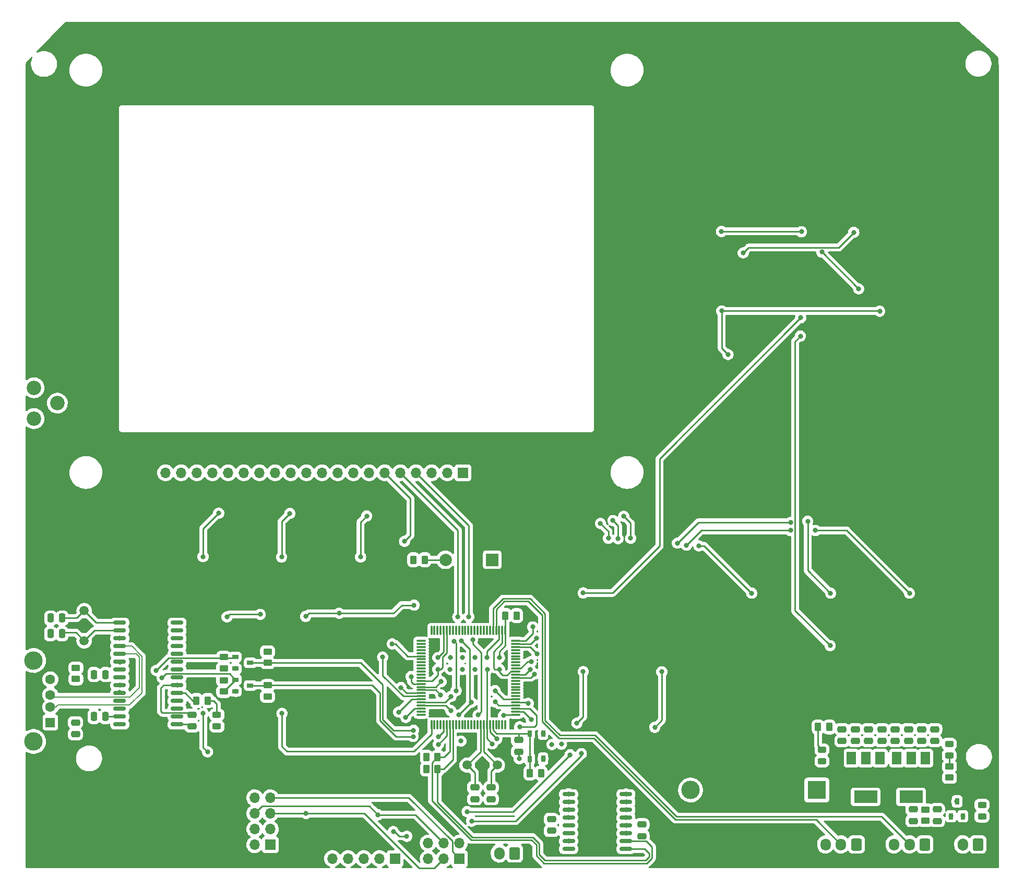
<source format=gbl>
%TF.GenerationSoftware,KiCad,Pcbnew,(6.0.0)*%
%TF.CreationDate,2022-05-25T11:52:23+05:30*%
%TF.ProjectId,Motion_Control_HMI,4d6f7469-6f6e-45f4-936f-6e74726f6c5f,rev?*%
%TF.SameCoordinates,Original*%
%TF.FileFunction,Copper,L4,Bot*%
%TF.FilePolarity,Positive*%
%FSLAX46Y46*%
G04 Gerber Fmt 4.6, Leading zero omitted, Abs format (unit mm)*
G04 Created by KiCad (PCBNEW (6.0.0)) date 2022-05-25 11:52:23*
%MOMM*%
%LPD*%
G01*
G04 APERTURE LIST*
G04 Aperture macros list*
%AMRoundRect*
0 Rectangle with rounded corners*
0 $1 Rounding radius*
0 $2 $3 $4 $5 $6 $7 $8 $9 X,Y pos of 4 corners*
0 Add a 4 corners polygon primitive as box body*
4,1,4,$2,$3,$4,$5,$6,$7,$8,$9,$2,$3,0*
0 Add four circle primitives for the rounded corners*
1,1,$1+$1,$2,$3*
1,1,$1+$1,$4,$5*
1,1,$1+$1,$6,$7*
1,1,$1+$1,$8,$9*
0 Add four rect primitives between the rounded corners*
20,1,$1+$1,$2,$3,$4,$5,0*
20,1,$1+$1,$4,$5,$6,$7,0*
20,1,$1+$1,$6,$7,$8,$9,0*
20,1,$1+$1,$8,$9,$2,$3,0*%
G04 Aperture macros list end*
%TA.AperFunction,ComponentPad*%
%ADD10C,2.340000*%
%TD*%
%TA.AperFunction,SMDPad,CuDef*%
%ADD11RoundRect,0.250000X0.450000X-0.262500X0.450000X0.262500X-0.450000X0.262500X-0.450000X-0.262500X0*%
%TD*%
%TA.AperFunction,SMDPad,CuDef*%
%ADD12RoundRect,0.243750X0.456250X-0.243750X0.456250X0.243750X-0.456250X0.243750X-0.456250X-0.243750X0*%
%TD*%
%TA.AperFunction,SMDPad,CuDef*%
%ADD13RoundRect,0.250000X0.262500X0.450000X-0.262500X0.450000X-0.262500X-0.450000X0.262500X-0.450000X0*%
%TD*%
%TA.AperFunction,SMDPad,CuDef*%
%ADD14RoundRect,0.250000X0.475000X-0.250000X0.475000X0.250000X-0.475000X0.250000X-0.475000X-0.250000X0*%
%TD*%
%TA.AperFunction,ComponentPad*%
%ADD15R,1.500000X1.600000*%
%TD*%
%TA.AperFunction,ComponentPad*%
%ADD16C,1.600000*%
%TD*%
%TA.AperFunction,ComponentPad*%
%ADD17C,3.000000*%
%TD*%
%TA.AperFunction,SMDPad,CuDef*%
%ADD18RoundRect,0.250000X-0.475000X0.250000X-0.475000X-0.250000X0.475000X-0.250000X0.475000X0.250000X0*%
%TD*%
%TA.AperFunction,ComponentPad*%
%ADD19R,1.700000X1.700000*%
%TD*%
%TA.AperFunction,ComponentPad*%
%ADD20O,1.700000X1.700000*%
%TD*%
%TA.AperFunction,SMDPad,CuDef*%
%ADD21R,1.500000X2.000000*%
%TD*%
%TA.AperFunction,SMDPad,CuDef*%
%ADD22R,3.800000X2.000000*%
%TD*%
%TA.AperFunction,SMDPad,CuDef*%
%ADD23RoundRect,0.250000X-0.450000X0.262500X-0.450000X-0.262500X0.450000X-0.262500X0.450000X0.262500X0*%
%TD*%
%TA.AperFunction,SMDPad,CuDef*%
%ADD24RoundRect,0.250000X0.250000X0.475000X-0.250000X0.475000X-0.250000X-0.475000X0.250000X-0.475000X0*%
%TD*%
%TA.AperFunction,ComponentPad*%
%ADD25R,3.000000X3.000000*%
%TD*%
%TA.AperFunction,ComponentPad*%
%ADD26RoundRect,0.250000X0.600000X0.750000X-0.600000X0.750000X-0.600000X-0.750000X0.600000X-0.750000X0*%
%TD*%
%TA.AperFunction,ComponentPad*%
%ADD27O,1.700000X2.000000*%
%TD*%
%TA.AperFunction,SMDPad,CuDef*%
%ADD28R,1.000000X0.700000*%
%TD*%
%TA.AperFunction,ComponentPad*%
%ADD29RoundRect,0.250000X0.600000X0.725000X-0.600000X0.725000X-0.600000X-0.725000X0.600000X-0.725000X0*%
%TD*%
%TA.AperFunction,ComponentPad*%
%ADD30O,1.700000X1.950000*%
%TD*%
%TA.AperFunction,SMDPad,CuDef*%
%ADD31R,0.700000X1.000000*%
%TD*%
%TA.AperFunction,SMDPad,CuDef*%
%ADD32RoundRect,0.243750X-0.456250X0.243750X-0.456250X-0.243750X0.456250X-0.243750X0.456250X0.243750X0*%
%TD*%
%TA.AperFunction,ComponentPad*%
%ADD33R,2.000000X2.000000*%
%TD*%
%TA.AperFunction,ComponentPad*%
%ADD34C,2.000000*%
%TD*%
%TA.AperFunction,SMDPad,CuDef*%
%ADD35RoundRect,0.250000X-0.262500X-0.450000X0.262500X-0.450000X0.262500X0.450000X-0.262500X0.450000X0*%
%TD*%
%TA.AperFunction,ComponentPad*%
%ADD36C,1.500000*%
%TD*%
%TA.AperFunction,SMDPad,CuDef*%
%ADD37R,0.650000X1.050000*%
%TD*%
%TA.AperFunction,SMDPad,CuDef*%
%ADD38RoundRect,0.075000X0.662500X0.075000X-0.662500X0.075000X-0.662500X-0.075000X0.662500X-0.075000X0*%
%TD*%
%TA.AperFunction,SMDPad,CuDef*%
%ADD39RoundRect,0.075000X0.075000X0.662500X-0.075000X0.662500X-0.075000X-0.662500X0.075000X-0.662500X0*%
%TD*%
%TA.AperFunction,SMDPad,CuDef*%
%ADD40RoundRect,0.150000X-0.875000X-0.150000X0.875000X-0.150000X0.875000X0.150000X-0.875000X0.150000X0*%
%TD*%
%TA.AperFunction,ViaPad*%
%ADD41C,0.800000*%
%TD*%
%TA.AperFunction,Conductor*%
%ADD42C,0.250000*%
%TD*%
%TA.AperFunction,Conductor*%
%ADD43C,0.200000*%
%TD*%
G04 APERTURE END LIST*
D10*
%TO.P,RV3,1,1*%
%TO.N,5v*%
X61777800Y-84291400D03*
%TO.P,RV3,2,2*%
%TO.N,VO*%
X65577800Y-86791400D03*
%TO.P,RV3,3,3*%
%TO.N,GND*%
X61777800Y-89291400D03*
%TD*%
D11*
%TO.P,R1,1*%
%TO.N,GND*%
X68580000Y-131597400D03*
%TO.P,R1,2*%
%TO.N,Net-(J1-Pad5)*%
X68580000Y-129772400D03*
%TD*%
D12*
%TO.P,D2,1,K*%
%TO.N,Net-(D2-Pad1)*%
X210261200Y-144013400D03*
%TO.P,D2,2,A*%
%TO.N,5v*%
X210261200Y-142138400D03*
%TD*%
D13*
%TO.P,R3,1*%
%TO.N,5v*%
X144043400Y-146862800D03*
%TO.P,R3,2*%
%TO.N,RST*%
X142218400Y-146862800D03*
%TD*%
D14*
%TO.P,C17,1*%
%TO.N,5v*%
X201498200Y-141640600D03*
%TO.P,C17,2*%
%TO.N,GND*%
X201498200Y-139740600D03*
%TD*%
D15*
%TO.P,J1,1,VBUS*%
%TO.N,5v*%
X64432000Y-138644800D03*
D16*
%TO.P,J1,2,D-*%
%TO.N,USB_D-*%
X64432000Y-136144800D03*
%TO.P,J1,3,D+*%
%TO.N,USB_D+*%
X64432000Y-134144800D03*
%TO.P,J1,4,GND*%
%TO.N,GND*%
X64432000Y-131644800D03*
D17*
%TO.P,J1,5,Shield*%
%TO.N,Net-(J1-Pad5)*%
X61722000Y-141714800D03*
X61722000Y-128574800D03*
%TD*%
D18*
%TO.P,C14,1*%
%TO.N,12V_IN*%
X204393800Y-152730200D03*
%TO.P,C14,2*%
%TO.N,GND*%
X204393800Y-154630200D03*
%TD*%
D14*
%TO.P,C2,1*%
%TO.N,5v*%
X145719800Y-156235400D03*
%TO.P,C2,2*%
%TO.N,GND*%
X145719800Y-154335400D03*
%TD*%
%TO.P,C12,1*%
%TO.N,5v*%
X197180200Y-141640600D03*
%TO.P,C12,2*%
%TO.N,GND*%
X197180200Y-139740600D03*
%TD*%
D19*
%TO.P,J4,1,Pin_1*%
%TO.N,GND*%
X120370600Y-160731200D03*
D20*
%TO.P,J4,2,Pin_2*%
%TO.N,5v*%
X117830600Y-160731200D03*
%TO.P,J4,3,Pin_3*%
%TO.N,TXD*%
X115290600Y-160731200D03*
%TO.P,J4,4,Pin_4*%
%TO.N,RXD*%
X112750600Y-160731200D03*
%TO.P,J4,5,Pin_5*%
%TO.N,RST*%
X110210600Y-160731200D03*
%TD*%
D21*
%TO.P,U3,1,GND*%
%TO.N,GND*%
X201763600Y-144424000D03*
%TO.P,U3,2,VO*%
%TO.N,5v*%
X204063600Y-144424000D03*
%TO.P,U3,3,VI*%
%TO.N,12V_IN*%
X206363600Y-144424000D03*
D22*
%TO.P,U3,4*%
%TO.N,N/C*%
X204063600Y-150724000D03*
%TD*%
D14*
%TO.P,C11,1*%
%TO.N,12V_IN*%
X205765400Y-141640600D03*
%TO.P,C11,2*%
%TO.N,GND*%
X205765400Y-139740600D03*
%TD*%
%TO.P,C1,1*%
%TO.N,BAT*%
X160401000Y-157099000D03*
%TO.P,C1,2*%
%TO.N,GND*%
X160401000Y-155199000D03*
%TD*%
D18*
%TO.P,C6,1*%
%TO.N,5v*%
X68503800Y-138638200D03*
%TO.P,C6,2*%
%TO.N,GND*%
X68503800Y-140538200D03*
%TD*%
D11*
%TO.P,R7,1*%
%TO.N,TXD_1*%
X92557600Y-133629400D03*
%TO.P,R7,2*%
%TO.N,3.3V_OUT*%
X92557600Y-131804400D03*
%TD*%
D23*
%TO.P,R5,1*%
%TO.N,HV_RXD_1*%
X99669600Y-132613400D03*
%TO.P,R5,2*%
%TO.N,5v*%
X99669600Y-134438400D03*
%TD*%
D24*
%TO.P,C3,1*%
%TO.N,XI*%
X66344800Y-124231400D03*
%TO.P,C3,2*%
%TO.N,GND*%
X64444800Y-124231400D03*
%TD*%
D14*
%TO.P,C16,1*%
%TO.N,3.3V_OUT*%
X195021200Y-141640600D03*
%TO.P,C16,2*%
%TO.N,GND*%
X195021200Y-139740600D03*
%TD*%
D21*
%TO.P,U4,1,GND*%
%TO.N,GND*%
X194397600Y-144424000D03*
%TO.P,U4,2,VO*%
%TO.N,3.3V_OUT*%
X196697600Y-144424000D03*
%TO.P,U4,3,VI*%
%TO.N,5v*%
X198997600Y-144424000D03*
D22*
%TO.P,U4,4*%
%TO.N,N/C*%
X196697600Y-150724000D03*
%TD*%
D25*
%TO.P,BT1,1,+*%
%TO.N,BAT*%
X188772800Y-149606000D03*
D17*
%TO.P,BT1,2,-*%
%TO.N,GND*%
X168282800Y-149606000D03*
%TD*%
D11*
%TO.P,FB1,1*%
%TO.N,Net-(C13-Pad1)*%
X206375000Y-154609800D03*
%TO.P,FB1,2*%
%TO.N,12V_IN*%
X206375000Y-152784800D03*
%TD*%
D26*
%TO.P,J7,1,Pin_1*%
%TO.N,RXD_2*%
X139750800Y-159893000D03*
D27*
%TO.P,J7,2,Pin_2*%
%TO.N,TXD_2*%
X137250800Y-159893000D03*
%TD*%
D28*
%TO.P,Q3,1,G*%
%TO.N,3.3V_OUT*%
X94456400Y-133588800D03*
%TO.P,Q3,2,S*%
%TO.N,TXD_1*%
X94456400Y-131688800D03*
%TO.P,Q3,3,D*%
%TO.N,HV_RXD_1*%
X96856400Y-132638800D03*
%TD*%
D29*
%TO.P,RV1,1,1*%
%TO.N,5v*%
X195195200Y-158445200D03*
D30*
%TO.P,RV1,2,2*%
%TO.N,Pot_1*%
X192695200Y-158445200D03*
%TO.P,RV1,3,3*%
%TO.N,GND*%
X190195200Y-158445200D03*
%TD*%
D24*
%TO.P,C7,1*%
%TO.N,Net-(C7-Pad1)*%
X73380600Y-137693400D03*
%TO.P,C7,2*%
%TO.N,3.3V_OUT*%
X71480600Y-137693400D03*
%TD*%
D18*
%TO.P,C22,1*%
%TO.N,XTAL_1*%
X133273800Y-149174200D03*
%TO.P,C22,2*%
%TO.N,GND*%
X133273800Y-151074200D03*
%TD*%
D31*
%TO.P,Q1,1,G*%
%TO.N,GND*%
X212466000Y-153873200D03*
%TO.P,Q1,2,S*%
%TO.N,Net-(C13-Pad1)*%
X210566000Y-153873200D03*
%TO.P,Q1,3,D*%
%TO.N,Net-(F1-Pad2)*%
X211516000Y-151473200D03*
%TD*%
D14*
%TO.P,C10,1*%
%TO.N,5v*%
X199339200Y-141640600D03*
%TO.P,C10,2*%
%TO.N,GND*%
X199339200Y-139740600D03*
%TD*%
D32*
%TO.P,D1,1,K*%
%TO.N,Net-(D1-Pad1)*%
X91440000Y-137388600D03*
%TO.P,D1,2,A*%
%TO.N,3.3V_OUT*%
X91440000Y-139263600D03*
%TD*%
D33*
%TO.P,BZ1,1,-*%
%TO.N,BUZZER*%
X136134000Y-112217200D03*
D34*
%TO.P,BZ1,2,+*%
%TO.N,Net-(BZ1-Pad2)*%
X128534000Y-112217200D03*
%TD*%
D23*
%TO.P,R11,1*%
%TO.N,Net-(D2-Pad1)*%
X210286600Y-145770600D03*
%TO.P,R11,2*%
%TO.N,GND*%
X210286600Y-147595600D03*
%TD*%
D14*
%TO.P,C9,1*%
%TO.N,12V_IN*%
X207899000Y-141640600D03*
%TO.P,C9,2*%
%TO.N,GND*%
X207899000Y-139740600D03*
%TD*%
D13*
%TO.P,R10,1*%
%TO.N,Net-(BZ1-Pad2)*%
X125171200Y-112217200D03*
%TO.P,R10,2*%
%TO.N,GND*%
X123346200Y-112217200D03*
%TD*%
D35*
%TO.P,R9,1*%
%TO.N,5v*%
X125429000Y-144272000D03*
%TO.P,R9,2*%
%TO.N,SDA*%
X127254000Y-144272000D03*
%TD*%
D24*
%TO.P,C4,1*%
%TO.N,XO*%
X66370200Y-121691400D03*
%TO.P,C4,2*%
%TO.N,GND*%
X64470200Y-121691400D03*
%TD*%
D11*
%TO.P,R4,1*%
%TO.N,HV_TXD_1*%
X99669600Y-128955800D03*
%TO.P,R4,2*%
%TO.N,5v*%
X99669600Y-127130800D03*
%TD*%
D18*
%TO.P,C24,1*%
%TO.N,XTAL_2*%
X135940800Y-149174200D03*
%TO.P,C24,2*%
%TO.N,GND*%
X135940800Y-151074200D03*
%TD*%
D36*
%TO.P,Y1,1,1*%
%TO.N,XI*%
X69926200Y-125374400D03*
%TO.P,Y1,2,2*%
%TO.N,XO*%
X69926200Y-120494400D03*
%TD*%
D14*
%TO.P,C15,1*%
%TO.N,5v*%
X203631800Y-141640600D03*
%TO.P,C15,2*%
%TO.N,GND*%
X203631800Y-139740600D03*
%TD*%
D26*
%TO.P,J6,1,Pin_1*%
%TO.N,12V*%
X214934800Y-158445200D03*
D27*
%TO.P,J6,2,Pin_2*%
%TO.N,GND*%
X212434800Y-158445200D03*
%TD*%
D37*
%TO.P,SW26,1,1*%
%TO.N,RST*%
X142214600Y-140411200D03*
X142214600Y-144561200D03*
%TO.P,SW26,2,2*%
%TO.N,GND*%
X144364600Y-144536200D03*
X144364600Y-140411200D03*
%TD*%
D24*
%TO.P,C5,1*%
%TO.N,3.3V_OUT*%
X73401000Y-130860800D03*
%TO.P,C5,2*%
%TO.N,GND*%
X71501000Y-130860800D03*
%TD*%
D28*
%TO.P,Q2,1,G*%
%TO.N,3.3V_OUT*%
X94456400Y-129905800D03*
%TO.P,Q2,2,S*%
%TO.N,LV_TXD_1*%
X94456400Y-128005800D03*
%TO.P,Q2,3,D*%
%TO.N,HV_TXD_1*%
X96856400Y-128955800D03*
%TD*%
D14*
%TO.P,C18,1*%
%TO.N,3.3V_OUT*%
X192862200Y-141640600D03*
%TO.P,C18,2*%
%TO.N,GND*%
X192862200Y-139740600D03*
%TD*%
D23*
%TO.P,R6,1*%
%TO.N,LV_TXD_1*%
X92557600Y-128016000D03*
%TO.P,R6,2*%
%TO.N,3.3V_OUT*%
X92557600Y-129841000D03*
%TD*%
D35*
%TO.P,R12,1*%
%TO.N,Net-(D3-Pad1)*%
X188976000Y-139369800D03*
%TO.P,R12,2*%
%TO.N,GND*%
X190801000Y-139369800D03*
%TD*%
D13*
%TO.P,FB2,1*%
%TO.N,5v*%
X140077200Y-121285000D03*
%TO.P,FB2,2*%
%TO.N,AVCC*%
X138252200Y-121285000D03*
%TD*%
D32*
%TO.P,D3,1,K*%
%TO.N,Net-(D3-Pad1)*%
X189611000Y-143057400D03*
%TO.P,D3,2,A*%
%TO.N,3.3V_OUT*%
X189611000Y-144932400D03*
%TD*%
D19*
%TO.P,J2,1,Pin_1*%
%TO.N,GND*%
X100126800Y-158496000D03*
D20*
%TO.P,J2,2,Pin_2*%
%TO.N,3.3V_OUT*%
X97586800Y-158496000D03*
%TO.P,J2,3,Pin_3*%
%TO.N,CE*%
X100126800Y-155956000D03*
%TO.P,J2,4,Pin_4*%
%TO.N,CSN*%
X97586800Y-155956000D03*
%TO.P,J2,5,Pin_5*%
%TO.N,SCK*%
X100126800Y-153416000D03*
%TO.P,J2,6,Pin_6*%
%TO.N,MOSI*%
X97586800Y-153416000D03*
%TO.P,J2,7,Pin_7*%
%TO.N,MISO*%
X100126800Y-150876000D03*
%TO.P,J2,8,Pin_8*%
%TO.N,unconnected-(J2-Pad8)*%
X97586800Y-150876000D03*
%TD*%
D14*
%TO.P,C8,1*%
%TO.N,3.3V_OUT*%
X87426800Y-139288600D03*
%TO.P,C8,2*%
%TO.N,GND*%
X87426800Y-137388600D03*
%TD*%
D38*
%TO.P,U5,1,PG5*%
%TO.N,BUZZER*%
X139908100Y-125377100D03*
%TO.P,U5,2,PE0*%
%TO.N,RXD*%
X139908100Y-125877100D03*
%TO.P,U5,3,PE1*%
%TO.N,TXD*%
X139908100Y-126377100D03*
%TO.P,U5,4,PE2*%
%TO.N,unconnected-(U5-Pad4)*%
X139908100Y-126877100D03*
%TO.P,U5,5,PE3*%
%TO.N,unconnected-(U5-Pad5)*%
X139908100Y-127377100D03*
%TO.P,U5,6,PE4*%
%TO.N,unconnected-(U5-Pad6)*%
X139908100Y-127877100D03*
%TO.P,U5,7,PE5*%
%TO.N,unconnected-(U5-Pad7)*%
X139908100Y-128377100D03*
%TO.P,U5,8,PE6*%
%TO.N,unconnected-(U5-Pad8)*%
X139908100Y-128877100D03*
%TO.P,U5,9,PE7*%
%TO.N,unconnected-(U5-Pad9)*%
X139908100Y-129377100D03*
%TO.P,U5,10,VCC*%
%TO.N,5v*%
X139908100Y-129877100D03*
%TO.P,U5,11,GND*%
%TO.N,GND*%
X139908100Y-130377100D03*
%TO.P,U5,12,PH0*%
%TO.N,RXD_2*%
X139908100Y-130877100D03*
%TO.P,U5,13,PH1*%
%TO.N,TXD_2*%
X139908100Y-131377100D03*
%TO.P,U5,14,PH2*%
%TO.N,unconnected-(U5-Pad14)*%
X139908100Y-131877100D03*
%TO.P,U5,15,PH3*%
%TO.N,unconnected-(U5-Pad15)*%
X139908100Y-132377100D03*
%TO.P,U5,16,PH4*%
%TO.N,unconnected-(U5-Pad16)*%
X139908100Y-132877100D03*
%TO.P,U5,17,PH5*%
%TO.N,unconnected-(U5-Pad17)*%
X139908100Y-133377100D03*
%TO.P,U5,18,PH6*%
%TO.N,unconnected-(U5-Pad18)*%
X139908100Y-133877100D03*
%TO.P,U5,19,PB0*%
%TO.N,unconnected-(U5-Pad19)*%
X139908100Y-134377100D03*
%TO.P,U5,20,PB1*%
%TO.N,SCK*%
X139908100Y-134877100D03*
%TO.P,U5,21,PB2*%
%TO.N,MOSI*%
X139908100Y-135377100D03*
%TO.P,U5,22,PB3*%
%TO.N,MISO*%
X139908100Y-135877100D03*
%TO.P,U5,23,PB4*%
%TO.N,CSN*%
X139908100Y-136377100D03*
%TO.P,U5,24,PB5*%
%TO.N,CE*%
X139908100Y-136877100D03*
%TO.P,U5,25,PB6*%
%TO.N,RS*%
X139908100Y-137377100D03*
D39*
%TO.P,U5,26,PB7*%
%TO.N,unconnected-(U5-Pad26)*%
X138245600Y-139039600D03*
%TO.P,U5,27,PH7*%
%TO.N,unconnected-(U5-Pad27)*%
X137745600Y-139039600D03*
%TO.P,U5,28,PG3*%
%TO.N,unconnected-(U5-Pad28)*%
X137245600Y-139039600D03*
%TO.P,U5,29,PG4*%
%TO.N,unconnected-(U5-Pad29)*%
X136745600Y-139039600D03*
%TO.P,U5,30,~{RESET}*%
%TO.N,RST*%
X136245600Y-139039600D03*
%TO.P,U5,31,VCC*%
%TO.N,5v*%
X135745600Y-139039600D03*
%TO.P,U5,32,GND*%
%TO.N,GND*%
X135245600Y-139039600D03*
%TO.P,U5,33,XTAL2*%
%TO.N,XTAL_2*%
X134745600Y-139039600D03*
%TO.P,U5,34,XTAL1*%
%TO.N,XTAL_1*%
X134245600Y-139039600D03*
%TO.P,U5,35,PL0*%
%TO.N,unconnected-(U5-Pad35)*%
X133745600Y-139039600D03*
%TO.P,U5,36,PL1*%
%TO.N,unconnected-(U5-Pad36)*%
X133245600Y-139039600D03*
%TO.P,U5,37,PL2*%
%TO.N,unconnected-(U5-Pad37)*%
X132745600Y-139039600D03*
%TO.P,U5,38,PL3*%
%TO.N,unconnected-(U5-Pad38)*%
X132245600Y-139039600D03*
%TO.P,U5,39,PL4*%
%TO.N,unconnected-(U5-Pad39)*%
X131745600Y-139039600D03*
%TO.P,U5,40,PL5*%
%TO.N,unconnected-(U5-Pad40)*%
X131245600Y-139039600D03*
%TO.P,U5,41,PL6*%
%TO.N,unconnected-(U5-Pad41)*%
X130745600Y-139039600D03*
%TO.P,U5,42,PL7*%
%TO.N,unconnected-(U5-Pad42)*%
X130245600Y-139039600D03*
%TO.P,U5,43,PD0*%
%TO.N,SCL*%
X129745600Y-139039600D03*
%TO.P,U5,44,PD1*%
%TO.N,SDA*%
X129245600Y-139039600D03*
%TO.P,U5,45,PD2*%
%TO.N,HV_RXD_1*%
X128745600Y-139039600D03*
%TO.P,U5,46,PD3*%
%TO.N,HV_TXD_1*%
X128245600Y-139039600D03*
%TO.P,U5,47,PD4*%
%TO.N,unconnected-(U5-Pad47)*%
X127745600Y-139039600D03*
%TO.P,U5,48,PD5*%
%TO.N,unconnected-(U5-Pad48)*%
X127245600Y-139039600D03*
%TO.P,U5,49,PD6*%
%TO.N,unconnected-(U5-Pad49)*%
X126745600Y-139039600D03*
%TO.P,U5,50,PD7*%
%TO.N,Col3*%
X126245600Y-139039600D03*
D38*
%TO.P,U5,51,PG0*%
%TO.N,unconnected-(U5-Pad51)*%
X124583100Y-137377100D03*
%TO.P,U5,52,PG1*%
%TO.N,unconnected-(U5-Pad52)*%
X124583100Y-136877100D03*
%TO.P,U5,53,PC0*%
%TO.N,Col2*%
X124583100Y-136377100D03*
%TO.P,U5,54,PC1*%
%TO.N,Col1*%
X124583100Y-135877100D03*
%TO.P,U5,55,PC2*%
%TO.N,Col0*%
X124583100Y-135377100D03*
%TO.P,U5,56,PC3*%
%TO.N,Row4*%
X124583100Y-134877100D03*
%TO.P,U5,57,PC4*%
%TO.N,Row3*%
X124583100Y-134377100D03*
%TO.P,U5,58,PC5*%
%TO.N,Row2*%
X124583100Y-133877100D03*
%TO.P,U5,59,PC6*%
%TO.N,Row1*%
X124583100Y-133377100D03*
%TO.P,U5,60,PC7*%
%TO.N,Row0*%
X124583100Y-132877100D03*
%TO.P,U5,61,VCC*%
%TO.N,5v*%
X124583100Y-132377100D03*
%TO.P,U5,62,GND*%
%TO.N,GND*%
X124583100Y-131877100D03*
%TO.P,U5,63,PJ0*%
%TO.N,unconnected-(U5-Pad63)*%
X124583100Y-131377100D03*
%TO.P,U5,64,PJ1*%
%TO.N,unconnected-(U5-Pad64)*%
X124583100Y-130877100D03*
%TO.P,U5,65,PJ2*%
%TO.N,unconnected-(U5-Pad65)*%
X124583100Y-130377100D03*
%TO.P,U5,66,PJ3*%
%TO.N,unconnected-(U5-Pad66)*%
X124583100Y-129877100D03*
%TO.P,U5,67,PJ4*%
%TO.N,unconnected-(U5-Pad67)*%
X124583100Y-129377100D03*
%TO.P,U5,68,PJ5*%
%TO.N,unconnected-(U5-Pad68)*%
X124583100Y-128877100D03*
%TO.P,U5,69,PJ6*%
%TO.N,unconnected-(U5-Pad69)*%
X124583100Y-128377100D03*
%TO.P,U5,70,PG2*%
%TO.N,Col4*%
X124583100Y-127877100D03*
%TO.P,U5,71,PA7*%
%TO.N,unconnected-(U5-Pad71)*%
X124583100Y-127377100D03*
%TO.P,U5,72,PA6*%
%TO.N,unconnected-(U5-Pad72)*%
X124583100Y-126877100D03*
%TO.P,U5,73,PA5*%
%TO.N,unconnected-(U5-Pad73)*%
X124583100Y-126377100D03*
%TO.P,U5,74,PA4*%
%TO.N,unconnected-(U5-Pad74)*%
X124583100Y-125877100D03*
%TO.P,U5,75,PA3*%
%TO.N,unconnected-(U5-Pad75)*%
X124583100Y-125377100D03*
D39*
%TO.P,U5,76,PA2*%
%TO.N,unconnected-(U5-Pad76)*%
X126245600Y-123714600D03*
%TO.P,U5,77,PA1*%
%TO.N,unconnected-(U5-Pad77)*%
X126745600Y-123714600D03*
%TO.P,U5,78,PA0*%
%TO.N,unconnected-(U5-Pad78)*%
X127245600Y-123714600D03*
%TO.P,U5,79,PJ7*%
%TO.N,unconnected-(U5-Pad79)*%
X127745600Y-123714600D03*
%TO.P,U5,80,VCC*%
%TO.N,5v*%
X128245600Y-123714600D03*
%TO.P,U5,81,GND*%
%TO.N,GND*%
X128745600Y-123714600D03*
%TO.P,U5,82,PK7*%
%TO.N,unconnected-(U5-Pad82)*%
X129245600Y-123714600D03*
%TO.P,U5,83,PK6*%
%TO.N,unconnected-(U5-Pad83)*%
X129745600Y-123714600D03*
%TO.P,U5,84,PK5*%
%TO.N,unconnected-(U5-Pad84)*%
X130245600Y-123714600D03*
%TO.P,U5,85,PK4*%
%TO.N,unconnected-(U5-Pad85)*%
X130745600Y-123714600D03*
%TO.P,U5,86,PK3*%
%TO.N,unconnected-(U5-Pad86)*%
X131245600Y-123714600D03*
%TO.P,U5,87,PK2*%
%TO.N,unconnected-(U5-Pad87)*%
X131745600Y-123714600D03*
%TO.P,U5,88,PK1*%
%TO.N,unconnected-(U5-Pad88)*%
X132245600Y-123714600D03*
%TO.P,U5,89,PK0*%
%TO.N,unconnected-(U5-Pad89)*%
X132745600Y-123714600D03*
%TO.P,U5,90,PF7*%
%TO.N,unconnected-(U5-Pad90)*%
X133245600Y-123714600D03*
%TO.P,U5,91,PF6*%
%TO.N,unconnected-(U5-Pad91)*%
X133745600Y-123714600D03*
%TO.P,U5,92,PF5*%
%TO.N,unconnected-(U5-Pad92)*%
X134245600Y-123714600D03*
%TO.P,U5,93,PF4*%
%TO.N,unconnected-(U5-Pad93)*%
X134745600Y-123714600D03*
%TO.P,U5,94,PF3*%
%TO.N,unconnected-(U5-Pad94)*%
X135245600Y-123714600D03*
%TO.P,U5,95,PF2*%
%TO.N,unconnected-(U5-Pad95)*%
X135745600Y-123714600D03*
%TO.P,U5,96,PF1*%
%TO.N,Pot_2*%
X136245600Y-123714600D03*
%TO.P,U5,97,PF0*%
%TO.N,Pot_1*%
X136745600Y-123714600D03*
%TO.P,U5,98,AREF*%
%TO.N,AREF*%
X137245600Y-123714600D03*
%TO.P,U5,99,GND*%
%TO.N,GND*%
X137745600Y-123714600D03*
%TO.P,U5,100,AVCC*%
%TO.N,AVCC*%
X138245600Y-123714600D03*
%TD*%
D19*
%TO.P,J3,1,MISO*%
%TO.N,MISO*%
X130810000Y-160756600D03*
D20*
%TO.P,J3,2,VCC*%
%TO.N,5v*%
X130810000Y-158216600D03*
%TO.P,J3,3,SCK*%
%TO.N,SCK*%
X128270000Y-160756600D03*
%TO.P,J3,4,MOSI*%
%TO.N,MOSI*%
X128270000Y-158216600D03*
%TO.P,J3,5,~{RST}*%
%TO.N,RST*%
X125730000Y-160756600D03*
%TO.P,J3,6,GND*%
%TO.N,GND*%
X125730000Y-158216600D03*
%TD*%
D40*
%TO.P,U1,1,32KHZ*%
%TO.N,unconnected-(U1-Pad1)*%
X148512000Y-159181800D03*
%TO.P,U1,2,VCC*%
%TO.N,5v*%
X148512000Y-157911800D03*
%TO.P,U1,3,~{INT}/SQW*%
%TO.N,unconnected-(U1-Pad3)*%
X148512000Y-156641800D03*
%TO.P,U1,4,~{RST}*%
%TO.N,unconnected-(U1-Pad4)*%
X148512000Y-155371800D03*
%TO.P,U1,5,GND*%
%TO.N,GND*%
X148512000Y-154101800D03*
%TO.P,U1,6,GND*%
X148512000Y-152831800D03*
%TO.P,U1,7,GND*%
X148512000Y-151561800D03*
%TO.P,U1,8,GND*%
X148512000Y-150291800D03*
%TO.P,U1,9,GND*%
X157812000Y-150291800D03*
%TO.P,U1,10,GND*%
X157812000Y-151561800D03*
%TO.P,U1,11,GND*%
X157812000Y-152831800D03*
%TO.P,U1,12,GND*%
X157812000Y-154101800D03*
%TO.P,U1,13,GND*%
X157812000Y-155371800D03*
%TO.P,U1,14,VBAT*%
%TO.N,BAT*%
X157812000Y-156641800D03*
%TO.P,U1,15,SDA*%
%TO.N,SDA*%
X157812000Y-157911800D03*
%TO.P,U1,16,SCL*%
%TO.N,SCL*%
X157812000Y-159181800D03*
%TD*%
D29*
%TO.P,RV2,1,1*%
%TO.N,5v*%
X206298800Y-158445200D03*
D30*
%TO.P,RV2,2,2*%
%TO.N,Pot_2*%
X203798800Y-158445200D03*
%TO.P,RV2,3,3*%
%TO.N,GND*%
X201298800Y-158445200D03*
%TD*%
D12*
%TO.P,F1,1*%
%TO.N,12V*%
X215569800Y-153898600D03*
%TO.P,F1,2*%
%TO.N,Net-(F1-Pad2)*%
X215569800Y-152023600D03*
%TD*%
D13*
%TO.P,R2,1*%
%TO.N,Net-(D1-Pad1)*%
X89966800Y-135077200D03*
%TO.P,R2,2*%
%TO.N,Net-(R2-Pad2)*%
X88141800Y-135077200D03*
%TD*%
D35*
%TO.P,R8,1*%
%TO.N,5v*%
X125427100Y-146202400D03*
%TO.P,R8,2*%
%TO.N,SCL*%
X127252100Y-146202400D03*
%TD*%
D36*
%TO.P,Y2,1,1*%
%TO.N,XTAL_1*%
X132051400Y-145567400D03*
%TO.P,Y2,2,2*%
%TO.N,XTAL_2*%
X136931400Y-145567400D03*
%TD*%
D40*
%TO.P,U2,1,INT#*%
%TO.N,unconnected-(U2-Pad1)*%
X75692000Y-138963400D03*
%TO.P,U2,2,RSTI*%
%TO.N,Net-(C7-Pad1)*%
X75692000Y-137693400D03*
%TO.P,U2,3,WR#*%
%TO.N,unconnected-(U2-Pad3)*%
X75692000Y-136423400D03*
%TO.P,U2,4,RD#*%
%TO.N,unconnected-(U2-Pad4)*%
X75692000Y-135153400D03*
%TO.P,U2,5,TXD*%
%TO.N,TXD_1*%
X75692000Y-133883400D03*
%TO.P,U2,6,RXD*%
%TO.N,LV_TXD_1*%
X75692000Y-132613400D03*
%TO.P,U2,7,SD_DI*%
%TO.N,unconnected-(U2-Pad7)*%
X75692000Y-131343400D03*
%TO.P,U2,8,A0*%
%TO.N,unconnected-(U2-Pad8)*%
X75692000Y-130073400D03*
%TO.P,U2,9,V3*%
%TO.N,3.3V_OUT*%
X75692000Y-128803400D03*
%TO.P,U2,10,UD+*%
%TO.N,USB_D+*%
X75692000Y-127533400D03*
%TO.P,U2,11,UD-*%
%TO.N,USB_D-*%
X75692000Y-126263400D03*
%TO.P,U2,12,GND*%
%TO.N,GND*%
X75692000Y-124993400D03*
%TO.P,U2,13,XI*%
%TO.N,XI*%
X75692000Y-123723400D03*
%TO.P,U2,14,XO*%
%TO.N,XO*%
X75692000Y-122453400D03*
%TO.P,U2,15,D0*%
%TO.N,unconnected-(U2-Pad15)*%
X84992000Y-122453400D03*
%TO.P,U2,16,D1*%
%TO.N,unconnected-(U2-Pad16)*%
X84992000Y-123723400D03*
%TO.P,U2,17,D2*%
%TO.N,unconnected-(U2-Pad17)*%
X84992000Y-124993400D03*
%TO.P,U2,18,SCS/D3*%
%TO.N,unconnected-(U2-Pad18)*%
X84992000Y-126263400D03*
%TO.P,U2,19,B2/D4*%
%TO.N,unconnected-(U2-Pad19)*%
X84992000Y-127533400D03*
%TO.P,U2,20,SCK/D5*%
%TO.N,unconnected-(U2-Pad20)*%
X84992000Y-128803400D03*
%TO.P,U2,21,SDI/D6*%
%TO.N,unconnected-(U2-Pad21)*%
X84992000Y-130073400D03*
%TO.P,U2,22,SDO/D7*%
%TO.N,unconnected-(U2-Pad22)*%
X84992000Y-131343400D03*
%TO.P,U2,23,SD_CS*%
%TO.N,GND*%
X84992000Y-132613400D03*
%TO.P,U2,24,ACT#*%
%TO.N,Net-(R2-Pad2)*%
X84992000Y-133883400D03*
%TO.P,U2,25,SD_DO*%
%TO.N,unconnected-(U2-Pad25)*%
X84992000Y-135153400D03*
%TO.P,U2,26,SD_CK*%
%TO.N,unconnected-(U2-Pad26)*%
X84992000Y-136423400D03*
%TO.P,U2,27,PCS#*%
%TO.N,unconnected-(U2-Pad27)*%
X84992000Y-137693400D03*
%TO.P,U2,28,VCC*%
%TO.N,3.3V_OUT*%
X84992000Y-138963400D03*
%TD*%
D18*
%TO.P,C19,1*%
%TO.N,RST*%
X140385800Y-141503400D03*
%TO.P,C19,2*%
%TO.N,GND*%
X140385800Y-143403400D03*
%TD*%
D19*
%TO.P,J5,1,Pin_1*%
%TO.N,GND*%
X131368800Y-98094800D03*
D20*
%TO.P,J5,2,Pin_2*%
%TO.N,5v*%
X128828800Y-98094800D03*
%TO.P,J5,3,Pin_3*%
%TO.N,VO*%
X126288800Y-98094800D03*
%TO.P,J5,4,Pin_4*%
%TO.N,RS*%
X123748800Y-98094800D03*
%TO.P,J5,5,Pin_5*%
%TO.N,MOSI*%
X121208800Y-98094800D03*
%TO.P,J5,6,Pin_6*%
%TO.N,SCK*%
X118668800Y-98094800D03*
%TO.P,J5,7,Pin_7*%
%TO.N,unconnected-(J5-Pad7)*%
X116128800Y-98094800D03*
%TO.P,J5,8,Pin_8*%
%TO.N,unconnected-(J5-Pad8)*%
X113588800Y-98094800D03*
%TO.P,J5,9,Pin_9*%
%TO.N,unconnected-(J5-Pad9)*%
X111048800Y-98094800D03*
%TO.P,J5,10,Pin_10*%
%TO.N,unconnected-(J5-Pad10)*%
X108508800Y-98094800D03*
%TO.P,J5,11,Pin_11*%
%TO.N,unconnected-(J5-Pad11)*%
X105968800Y-98094800D03*
%TO.P,J5,12,Pin_12*%
%TO.N,unconnected-(J5-Pad12)*%
X103428800Y-98094800D03*
%TO.P,J5,13,Pin_13*%
%TO.N,unconnected-(J5-Pad13)*%
X100888800Y-98094800D03*
%TO.P,J5,14,Pin_14*%
%TO.N,unconnected-(J5-Pad14)*%
X98348800Y-98094800D03*
%TO.P,J5,15,Pin_15*%
%TO.N,GND*%
X95808800Y-98094800D03*
%TO.P,J5,16,Pin_16*%
%TO.N,unconnected-(J5-Pad16)*%
X93268800Y-98094800D03*
%TO.P,J5,17,Pin_17*%
%TO.N,unconnected-(J5-Pad17)*%
X90728800Y-98094800D03*
%TO.P,J5,18,Pin_18*%
%TO.N,unconnected-(J5-Pad18)*%
X88188800Y-98094800D03*
%TO.P,J5,19,Pin_19*%
%TO.N,3.3V_OUT*%
X85648800Y-98094800D03*
%TO.P,J5,20,Pin_20*%
%TO.N,GND*%
X83108800Y-98094800D03*
%TD*%
D14*
%TO.P,C13,1*%
%TO.N,Net-(C13-Pad1)*%
X208330800Y-154635200D03*
%TO.P,C13,2*%
%TO.N,GND*%
X208330800Y-152735200D03*
%TD*%
D41*
%TO.N,BAT*%
X160426400Y-157124400D03*
X157835600Y-156641800D03*
%TO.N,BUZZER*%
X142671800Y-123113800D03*
%TO.N,12V_IN*%
X204393800Y-152704800D03*
X207899000Y-141655800D03*
X205740000Y-141655800D03*
X206400400Y-152755600D03*
X206400400Y-144424400D03*
%TO.N,Net-(C13-Pad1)*%
X210566000Y-153847800D03*
X208330800Y-154635200D03*
X206375000Y-154609800D03*
%TO.N,RST*%
X142214600Y-146859000D03*
%TO.N,AREF*%
X135280400Y-128117600D03*
%TO.N,AVCC*%
X137287000Y-128117600D03*
%TO.N,12V*%
X215595200Y-153873200D03*
%TO.N,Net-(F1-Pad2)*%
X215544400Y-151993600D03*
X211480400Y-151485600D03*
%TO.N,Net-(J1-Pad5)*%
X68580000Y-129743200D03*
%TO.N,CE*%
X142443200Y-138125200D03*
%TO.N,CSN*%
X140563600Y-139344400D03*
%TO.N,SCK*%
X105918000Y-153416000D03*
X136575800Y-133477000D03*
X130251200Y-133477000D03*
X129921000Y-125425200D03*
X121894600Y-109220000D03*
%TO.N,MOSI*%
X130530600Y-121488200D03*
X132727700Y-135369300D03*
X117576600Y-153619200D03*
X141960600Y-135534400D03*
X130657600Y-137439400D03*
X131140200Y-125374400D03*
%TO.N,MISO*%
X136575800Y-135305800D03*
X131038600Y-141655800D03*
%TO.N,TXD*%
X148742400Y-143891000D03*
X143357600Y-127457200D03*
X132054600Y-153111200D03*
%TO.N,RXD*%
X120065800Y-156362400D03*
X150571811Y-143688411D03*
X132765800Y-154660600D03*
X143332200Y-124917200D03*
X122250200Y-157124400D03*
%TO.N,RS*%
X133832600Y-137439400D03*
X132943600Y-125196600D03*
X132334000Y-121462800D03*
X137972800Y-137515600D03*
%TO.N,HV_TXD_1*%
X123342400Y-139903200D03*
X127381000Y-140995400D03*
%TO.N,HV_RXD_1*%
X123291600Y-140919200D03*
X127381000Y-142189200D03*
%TO.N,Row0*%
X189585600Y-62255400D03*
X127812800Y-132003800D03*
X195554600Y-68224400D03*
%TO.N,Col0*%
X186283600Y-58944400D03*
X150876000Y-130387200D03*
X173304200Y-58902600D03*
X149847300Y-138747500D03*
X129413000Y-134416800D03*
X150876000Y-117602000D03*
X186156600Y-72923400D03*
%TO.N,Row1*%
X186105800Y-75895200D03*
X127762000Y-134162800D03*
X190931800Y-126161800D03*
%TO.N,Row2*%
X121310400Y-132969000D03*
X194767200Y-59055000D03*
X176834800Y-62382400D03*
%TO.N,Row3*%
X111277400Y-120904000D03*
X123444000Y-119583200D03*
X105841800Y-121412000D03*
X118338600Y-128016000D03*
X93091000Y-121488200D03*
X98475800Y-121081800D03*
%TO.N,Row4*%
X120954800Y-136956800D03*
%TO.N,Col1*%
X162483800Y-139420600D03*
X198983600Y-71856600D03*
X163626800Y-130403600D03*
X174371000Y-78892400D03*
X173355000Y-71805800D03*
X129387600Y-136702800D03*
%TO.N,Col2*%
X91744800Y-104648000D03*
X89204800Y-111709200D03*
X89941400Y-143408400D03*
X191008000Y-117652800D03*
X166166800Y-109524800D03*
X89230200Y-137185400D03*
X187299600Y-105968800D03*
X122085100Y-137807700D03*
X184531000Y-106146600D03*
X157454600Y-105156000D03*
X158572200Y-108712000D03*
%TO.N,Col3*%
X102006400Y-137160000D03*
X184505600Y-107467400D03*
X101955600Y-111760000D03*
X155702000Y-105841800D03*
X188556900Y-107454700D03*
X167640000Y-109855000D03*
X103276400Y-104698800D03*
X203809600Y-117652800D03*
X156514800Y-108788200D03*
%TO.N,Col4*%
X178206400Y-117652800D03*
X153670000Y-106324400D03*
X114757200Y-111760000D03*
X154965400Y-108737400D03*
X119884668Y-125879068D03*
X169646600Y-109956600D03*
X115747800Y-105105200D03*
%TO.N,TXD_2*%
X143002000Y-130759200D03*
X145796000Y-142214600D03*
%TO.N,RXD_2*%
X147345400Y-142163800D03*
X142265400Y-130022600D03*
%TO.N,GND*%
X201523600Y-139750800D03*
X201803000Y-144449800D03*
X160350200Y-155219400D03*
X148513800Y-151511000D03*
X205765400Y-139750800D03*
X157835600Y-151536400D03*
X75692000Y-124968000D03*
X210286600Y-147624800D03*
X148513800Y-152831800D03*
X129286000Y-130022600D03*
X127279400Y-130022600D03*
X71526400Y-130886200D03*
X157835600Y-150266400D03*
X190830200Y-139395200D03*
X194386200Y-144526000D03*
X136131300Y-142100300D03*
X131292600Y-130022600D03*
X208381600Y-152755600D03*
X133273800Y-130022600D03*
X137312400Y-130022600D03*
X157810200Y-154101800D03*
X144373600Y-144526000D03*
X133299200Y-151079200D03*
X68503800Y-140538200D03*
X64490600Y-121742200D03*
X197205600Y-139750800D03*
X195021200Y-139750800D03*
X212445600Y-153847800D03*
X204393800Y-154609800D03*
X203606400Y-139750800D03*
X192836800Y-139750800D03*
X157835600Y-155346400D03*
X145719800Y-154330400D03*
X135940800Y-151079200D03*
X123317000Y-112191800D03*
X157835600Y-152806400D03*
X148513800Y-150241000D03*
X68580000Y-131622800D03*
X135305800Y-130022600D03*
X144373600Y-140411200D03*
X199364600Y-139750800D03*
X207924400Y-139750800D03*
X85013800Y-132613400D03*
X64490600Y-124256800D03*
X148488400Y-154076400D03*
X140512800Y-144526000D03*
%TO.N,LV_TXD_1*%
X81597500Y-130187700D03*
X75717400Y-132588000D03*
%TO.N,5v*%
X131318000Y-128117600D03*
X99669600Y-134416800D03*
X204114400Y-144424400D03*
X125425200Y-146177000D03*
X99669600Y-127101600D03*
X133299200Y-128117600D03*
X122961400Y-131191000D03*
X201498200Y-141655800D03*
X210261200Y-142113000D03*
X136855200Y-141325600D03*
X199339200Y-141655800D03*
X129311400Y-128117600D03*
X125450600Y-144221200D03*
X199034400Y-144449800D03*
X145745200Y-156184600D03*
X142443200Y-128752600D03*
X140106400Y-121310400D03*
X148513800Y-157911800D03*
X203606400Y-141655800D03*
X144068800Y-146812000D03*
X127304800Y-128117600D03*
X197205600Y-141655800D03*
X68529200Y-138607800D03*
%TO.N,3.3V_OUT*%
X87401400Y-139319000D03*
X94513400Y-133604000D03*
X92684600Y-129870200D03*
X189611000Y-144907000D03*
X94462600Y-129870200D03*
X71501000Y-137744200D03*
X91440000Y-139268200D03*
X195021200Y-141655800D03*
X196773800Y-144475200D03*
X192862200Y-141655800D03*
X75742800Y-128828800D03*
X73482200Y-130860800D03*
X92532200Y-131800600D03*
%TO.N,TXD_1*%
X82550000Y-131368800D03*
X75692000Y-133731000D03*
%TD*%
D42*
%TO.N,RST*%
X140385800Y-140512800D02*
X140487400Y-140411200D01*
X140385800Y-141503400D02*
X140385800Y-140512800D01*
X140487400Y-140411200D02*
X142214600Y-140411200D01*
X136814694Y-140411200D02*
X140487400Y-140411200D01*
%TO.N,GND*%
X140385800Y-144399000D02*
X140512800Y-144526000D01*
X140385800Y-143403400D02*
X140385800Y-144399000D01*
%TO.N,BUZZER*%
X141526100Y-125377100D02*
X142671800Y-124231400D01*
X142671800Y-124231400D02*
X142671800Y-123113800D01*
X139908100Y-125377100D02*
X141526100Y-125377100D01*
%TO.N,Net-(BZ1-Pad2)*%
X125171200Y-112217200D02*
X128534000Y-112217200D01*
%TO.N,XI*%
X66522600Y-124053600D02*
X66344800Y-124231400D01*
X71577200Y-123723400D02*
X69926200Y-125374400D01*
X75692000Y-123723400D02*
X71577200Y-123723400D01*
X68605400Y-124053600D02*
X66522600Y-124053600D01*
X69926200Y-125374400D02*
X68605400Y-124053600D01*
%TO.N,XO*%
X69926200Y-120494400D02*
X68729200Y-121691400D01*
X75692000Y-122453400D02*
X71885200Y-122453400D01*
X71885200Y-122453400D02*
X69926200Y-120494400D01*
X68729200Y-121691400D02*
X66370200Y-121691400D01*
%TO.N,Net-(C7-Pad1)*%
X73380600Y-137693400D02*
X75692000Y-137693400D01*
%TO.N,RST*%
X142092600Y-142626000D02*
X142214600Y-142748000D01*
X142214600Y-142748000D02*
X142214600Y-144561200D01*
X142214600Y-144561200D02*
X142214600Y-146859000D01*
X136245600Y-139039600D02*
X136245600Y-139842106D01*
X136245600Y-139842106D02*
X136814694Y-140411200D01*
X142214600Y-146859000D02*
X142218400Y-146862800D01*
X142214600Y-140411200D02*
X142214600Y-142748000D01*
%TO.N,AREF*%
X137245600Y-125136400D02*
X135280400Y-127101600D01*
X137245600Y-123714600D02*
X137245600Y-125136400D01*
X135280400Y-127101600D02*
X135280400Y-128117600D01*
%TO.N,XTAL_1*%
X132051400Y-145567400D02*
X134245600Y-143373200D01*
X133273800Y-146789800D02*
X132051400Y-145567400D01*
X134245600Y-143373200D02*
X134245600Y-139039600D01*
X133273800Y-149174200D02*
X133273800Y-146789800D01*
%TO.N,XTAL_2*%
X135940800Y-146558000D02*
X136931400Y-145567400D01*
X135940800Y-149174200D02*
X135940800Y-146558000D01*
X134745600Y-143381600D02*
X136931400Y-145567400D01*
X134745600Y-139039600D02*
X134745600Y-143381600D01*
%TO.N,AVCC*%
X138245600Y-121291600D02*
X138252200Y-121285000D01*
X138245600Y-126168400D02*
X137287000Y-127127000D01*
X138245600Y-123714600D02*
X138245600Y-126168400D01*
X138245600Y-123714600D02*
X138245600Y-121291600D01*
X137287000Y-127127000D02*
X137287000Y-128117600D01*
%TO.N,Net-(D1-Pad1)*%
X91440000Y-135661400D02*
X91440000Y-137388600D01*
X89966800Y-135077200D02*
X90855800Y-135077200D01*
X90855800Y-135077200D02*
X91440000Y-135661400D01*
D43*
%TO.N,USB_D-*%
X79266520Y-133839480D02*
X79266519Y-127875913D01*
X77292200Y-135813800D02*
X79266520Y-133839480D01*
X64432000Y-136144800D02*
X65302600Y-136144800D01*
X65302600Y-136144800D02*
X65633600Y-135813800D01*
X79266519Y-127875913D02*
X77654006Y-126263400D01*
X65633600Y-135813800D02*
X77292200Y-135813800D01*
X77654006Y-126263400D02*
X75692000Y-126263400D01*
%TO.N,USB_D+*%
X64770120Y-134482920D02*
X77378480Y-134482920D01*
X64432000Y-134144800D02*
X64770120Y-134482920D01*
X78867000Y-128041400D02*
X78359000Y-127533400D01*
X78359000Y-127533400D02*
X75692000Y-127533400D01*
X78867000Y-132994400D02*
X78867000Y-128041400D01*
X77378480Y-134482920D02*
X78867000Y-132994400D01*
D42*
%TO.N,CE*%
X139908100Y-136877100D02*
X141195100Y-136877100D01*
X141195100Y-136877100D02*
X142443200Y-138125200D01*
%TO.N,CSN*%
X139908100Y-136377100D02*
X142193700Y-136377100D01*
X142951200Y-139344400D02*
X140563600Y-139344400D01*
X142193700Y-136377100D02*
X143281400Y-137464800D01*
X143281400Y-137464800D02*
X143281400Y-139014200D01*
X143281400Y-139014200D02*
X142951200Y-139344400D01*
%TO.N,SCK*%
X139908100Y-134877100D02*
X137975900Y-134877100D01*
X105918000Y-153416000D02*
X115398311Y-153416000D01*
X122834400Y-102260400D02*
X118668800Y-98094800D01*
X115398311Y-153416000D02*
X124262911Y-162280600D01*
X126746000Y-162280600D02*
X128270000Y-160756600D01*
X122834400Y-108280200D02*
X122834400Y-102260400D01*
X121894600Y-109220000D02*
X122834400Y-108280200D01*
X130251200Y-125755400D02*
X129921000Y-125425200D01*
X137975900Y-134877100D02*
X136575800Y-133477000D01*
X124262911Y-162280600D02*
X126746000Y-162280600D01*
X105918000Y-153416000D02*
X100126800Y-153416000D01*
X130251200Y-133477000D02*
X130251200Y-125755400D01*
%TO.N,MOSI*%
X98761311Y-152241489D02*
X97586800Y-153416000D01*
X121208800Y-98094800D02*
X130530600Y-107416600D01*
X117576600Y-153619200D02*
X116198889Y-152241489D01*
X117576600Y-153619200D02*
X123672600Y-153619200D01*
X139908100Y-135377100D02*
X141803300Y-135377100D01*
X132727700Y-135369300D02*
X130657600Y-137439400D01*
X132486400Y-135128000D02*
X132727700Y-135369300D01*
X141803300Y-135377100D02*
X141960600Y-135534400D01*
X141960600Y-135534400D02*
X142036800Y-135610600D01*
X130530600Y-107416600D02*
X130530600Y-121488200D01*
X116198889Y-152241489D02*
X98761311Y-152241489D01*
X131140200Y-125374400D02*
X132486400Y-126720600D01*
X132486400Y-126720600D02*
X132486400Y-135128000D01*
X132727700Y-135369300D02*
X132842000Y-135483600D01*
X123672600Y-153619200D02*
X128270000Y-158216600D01*
%TO.N,MISO*%
X129635489Y-157921079D02*
X129635489Y-159582089D01*
X122590410Y-150876000D02*
X129635489Y-157921079D01*
X100126800Y-150876000D02*
X122590410Y-150876000D01*
X137147100Y-135877100D02*
X136575800Y-135305800D01*
X129635489Y-159582089D02*
X130810000Y-160756600D01*
X139908100Y-135877100D02*
X137147100Y-135877100D01*
%TO.N,TXD*%
X142277500Y-126377100D02*
X143357600Y-127457200D01*
X139908100Y-126377100D02*
X142277500Y-126377100D01*
X139522200Y-153111200D02*
X132054600Y-153111200D01*
X148742400Y-143891000D02*
X139522200Y-153111200D01*
%TO.N,RXD*%
X122250200Y-157124400D02*
X121031000Y-157124400D01*
X150571811Y-144042789D02*
X139954000Y-154660600D01*
X139908100Y-125877100D02*
X142372300Y-125877100D01*
X139954000Y-154660600D02*
X132765800Y-154660600D01*
X120269000Y-156362400D02*
X120065800Y-156362400D01*
X150571811Y-143688411D02*
X150571811Y-144042789D01*
X121031000Y-157124400D02*
X120269000Y-156362400D01*
X142372300Y-125877100D02*
X143332200Y-124917200D01*
%TO.N,RS*%
X134366000Y-136906000D02*
X133832600Y-137439400D01*
X132334000Y-106680000D02*
X132334000Y-121462800D01*
X123748800Y-98094800D02*
X132334000Y-106680000D01*
X138111300Y-137377100D02*
X137972800Y-137515600D01*
X132943600Y-125882400D02*
X134366000Y-127304800D01*
X132943600Y-125196600D02*
X132943600Y-125882400D01*
X134366000Y-127304800D02*
X134366000Y-136906000D01*
X139908100Y-137377100D02*
X138111300Y-137377100D01*
%TO.N,HV_TXD_1*%
X120142000Y-139903200D02*
X123342400Y-139903200D01*
X99669600Y-128955800D02*
X114757200Y-128955800D01*
X128245600Y-139039600D02*
X128245600Y-140130800D01*
X118364000Y-138125200D02*
X120142000Y-139903200D01*
X128245600Y-140130800D02*
X127381000Y-140995400D01*
X118287800Y-132486400D02*
X118364000Y-132562600D01*
X114757200Y-128955800D02*
X118287800Y-132486400D01*
X96856400Y-128955800D02*
X99669600Y-128955800D01*
X118364000Y-132562600D02*
X118364000Y-138125200D01*
%TO.N,HV_RXD_1*%
X117914480Y-133865680D02*
X117914480Y-138311398D01*
X99644200Y-132638800D02*
X99669600Y-132613400D01*
X117914480Y-138311398D02*
X120522282Y-140919200D01*
X128745600Y-140824600D02*
X127381000Y-142189200D01*
X128745600Y-139039600D02*
X128745600Y-140824600D01*
X116662200Y-132613400D02*
X117914480Y-133865680D01*
X99669600Y-132613400D02*
X116662200Y-132613400D01*
X120522282Y-140919200D02*
X123291600Y-140919200D01*
X96856400Y-132638800D02*
X99644200Y-132638800D01*
%TO.N,Net-(R2-Pad2)*%
X86283800Y-133883400D02*
X87477600Y-135077200D01*
X87477600Y-135077200D02*
X88141800Y-135077200D01*
X84992000Y-133883400D02*
X86283800Y-133883400D01*
%TO.N,SCL*%
X129745600Y-139039600D02*
X129743200Y-139042000D01*
X127252100Y-151635382D02*
X127252100Y-146202400D01*
X161577080Y-160468802D02*
X161002202Y-161043680D01*
X160858200Y-159181800D02*
X161577080Y-159900680D01*
X143730920Y-158309803D02*
X142680197Y-157259080D01*
X129745600Y-139039600D02*
X129745600Y-144701400D01*
X128244600Y-146202400D02*
X127252100Y-146202400D01*
X157812000Y-159181800D02*
X160858200Y-159181800D01*
X161577080Y-159900680D02*
X161577080Y-160468802D01*
X129745600Y-144701400D02*
X128244600Y-146202400D01*
X142680197Y-157259080D02*
X132875798Y-157259080D01*
X161002202Y-161043680D02*
X144686798Y-161043680D01*
X144686798Y-161043680D02*
X143730920Y-160087802D01*
X143730920Y-160087802D02*
X143730920Y-158309803D01*
X132875798Y-157259080D02*
X127252100Y-151635382D01*
%TO.N,SDA*%
X142494000Y-157708600D02*
X132689600Y-157708600D01*
X132689600Y-157708600D02*
X126339600Y-151358600D01*
X162026600Y-160655000D02*
X161188400Y-161493200D01*
X129245600Y-139039600D02*
X129245600Y-143347200D01*
X126339600Y-151358600D02*
X126339600Y-145186400D01*
X126339600Y-145186400D02*
X127254000Y-144272000D01*
X144500600Y-161493200D02*
X143281400Y-160274000D01*
X128320800Y-144272000D02*
X127254000Y-144272000D01*
X143281400Y-160274000D02*
X143281400Y-158496000D01*
X143281400Y-158496000D02*
X142494000Y-157708600D01*
X129245600Y-143347200D02*
X128320800Y-144272000D01*
X161188400Y-161493200D02*
X144500600Y-161493200D01*
X157812000Y-157911800D02*
X157823720Y-157923520D01*
X162026600Y-158851600D02*
X162026600Y-160655000D01*
X157823720Y-157923520D02*
X161098520Y-157923520D01*
X161098520Y-157923520D02*
X162026600Y-158851600D01*
%TO.N,Pot_1*%
X138049000Y-118973600D02*
X136745600Y-120277000D01*
X144221200Y-138480800D02*
X144221200Y-121234200D01*
X141960600Y-118973600D02*
X138049000Y-118973600D01*
X165862000Y-154406600D02*
X152628600Y-141173200D01*
X136745600Y-120277000D02*
X136745600Y-123714600D01*
X152628600Y-141173200D02*
X146913600Y-141173200D01*
X192695200Y-158445200D02*
X188656600Y-154406600D01*
X144221200Y-121234200D02*
X141960600Y-118973600D01*
X146913600Y-141173200D02*
X144221200Y-138480800D01*
X188656600Y-154406600D02*
X165862000Y-154406600D01*
%TO.N,Pot_2*%
X166027459Y-153936341D02*
X199289941Y-153936341D01*
X137862803Y-118524080D02*
X142247680Y-118524080D01*
X152814798Y-140723680D02*
X166027459Y-153936341D01*
X136245600Y-120141282D02*
X137862803Y-118524080D01*
X142247680Y-118524080D02*
X144670720Y-120947120D01*
X136245600Y-123714600D02*
X136245600Y-120141282D01*
X199289941Y-153936341D02*
X203798800Y-158445200D01*
X147099798Y-140723680D02*
X152814798Y-140723680D01*
X144670720Y-138294602D02*
X147099798Y-140723680D01*
X144670720Y-120947120D02*
X144670720Y-138294602D01*
%TO.N,Row0*%
X126939500Y-132877100D02*
X127812800Y-132003800D01*
X189585600Y-62255400D02*
X195554600Y-68224400D01*
X124583100Y-132877100D02*
X126939500Y-132877100D01*
%TO.N,Col0*%
X149847300Y-138747500D02*
X149783800Y-138811000D01*
X186156600Y-72923400D02*
X163271200Y-95808800D01*
X150876000Y-130387200D02*
X150876000Y-137718800D01*
X150876000Y-137718800D02*
X149847300Y-138747500D01*
X173304200Y-58902600D02*
X186241800Y-58902600D01*
X128452700Y-135377100D02*
X129413000Y-134416800D01*
X163271200Y-95808800D02*
X163271200Y-109982000D01*
X186241800Y-58902600D02*
X186283600Y-58944400D01*
X155651200Y-117602000D02*
X150876000Y-117602000D01*
X163271200Y-109982000D02*
X155651200Y-117602000D01*
X124583100Y-135377100D02*
X128452700Y-135377100D01*
%TO.N,Row1*%
X185255511Y-120485511D02*
X190931800Y-126161800D01*
X126976300Y-133377100D02*
X127762000Y-134162800D01*
X124583100Y-133377100D02*
X126976300Y-133377100D01*
X185255511Y-76745489D02*
X185255511Y-120485511D01*
X186105800Y-75895200D02*
X185255511Y-76745489D01*
%TO.N,Row2*%
X177686311Y-61530889D02*
X192291311Y-61530889D01*
X192291311Y-61530889D02*
X194767200Y-59055000D01*
X124576800Y-133883400D02*
X122224800Y-133883400D01*
X124583100Y-133877100D02*
X124576800Y-133883400D01*
X176834800Y-62382400D02*
X177686311Y-61530889D01*
X122224800Y-133883400D02*
X121310400Y-132969000D01*
%TO.N,Row3*%
X111277400Y-120904000D02*
X120116600Y-120904000D01*
X93091000Y-121488200D02*
X93497400Y-121081800D01*
X106349800Y-120904000D02*
X111277400Y-120904000D01*
X121693886Y-134377100D02*
X118338600Y-131021814D01*
X121437400Y-119583200D02*
X123444000Y-119583200D01*
X120116600Y-120904000D02*
X121437400Y-119583200D01*
X124583100Y-134377100D02*
X121693886Y-134377100D01*
X93497400Y-121081800D02*
X98475800Y-121081800D01*
X105841800Y-121412000D02*
X106349800Y-120904000D01*
X118338600Y-131021814D02*
X118338600Y-128016000D01*
%TO.N,Row4*%
X124583100Y-134877100D02*
X123034500Y-134877100D01*
X123034500Y-134877100D02*
X120954800Y-136956800D01*
%TO.N,Col1*%
X173355000Y-71805800D02*
X198932800Y-71805800D01*
X173355000Y-71805800D02*
X173355000Y-77876400D01*
X128561900Y-135877100D02*
X129387600Y-136702800D01*
X129387600Y-136702800D02*
X129438400Y-136753600D01*
X162483800Y-139420600D02*
X162433000Y-139471400D01*
X124583100Y-135877100D02*
X128561900Y-135877100D01*
X163626800Y-138277600D02*
X162483800Y-139420600D01*
X163626800Y-130403600D02*
X163626800Y-138277600D01*
X173355000Y-77876400D02*
X174371000Y-78892400D01*
X198932800Y-71805800D02*
X198983600Y-71856600D01*
%TO.N,Col2*%
X184531000Y-106146600D02*
X184734200Y-106146600D01*
X157454600Y-105156000D02*
X158572200Y-106273600D01*
X187299600Y-105968800D02*
X187299600Y-113944400D01*
X187299600Y-113944400D02*
X191008000Y-117652800D01*
X124583100Y-136377100D02*
X123515700Y-136377100D01*
X122085100Y-137807700D02*
X122021600Y-137871200D01*
X89204800Y-111709200D02*
X89204800Y-107188000D01*
X123515700Y-136377100D02*
X122085100Y-137807700D01*
X89204800Y-107188000D02*
X91744800Y-104648000D01*
X89230200Y-137185400D02*
X89230200Y-142697200D01*
X158572200Y-106273600D02*
X158572200Y-108712000D01*
X166166800Y-109524800D02*
X169545000Y-106146600D01*
X169545000Y-106146600D02*
X184531000Y-106146600D01*
X89230200Y-142697200D02*
X89941400Y-143408400D01*
%TO.N,Col3*%
X102006400Y-142544800D02*
X102819200Y-143357600D01*
X123444000Y-143357600D02*
X126245600Y-140556000D01*
X193611500Y-107454700D02*
X203809600Y-117652800D01*
X102819200Y-143357600D02*
X123444000Y-143357600D01*
X170027600Y-107467400D02*
X184505600Y-107467400D01*
X188556900Y-107454700D02*
X193611500Y-107454700D01*
X101955600Y-111760000D02*
X101955600Y-106019600D01*
X156514800Y-106654600D02*
X156514800Y-108788200D01*
X102006400Y-137160000D02*
X102006400Y-142544800D01*
X167640000Y-109855000D02*
X170027600Y-107467400D01*
X155702000Y-105841800D02*
X156514800Y-106654600D01*
X101955600Y-106019600D02*
X103276400Y-104698800D01*
X126245600Y-140556000D02*
X126245600Y-139039600D01*
%TO.N,Col4*%
X154965400Y-107619800D02*
X154965400Y-108737400D01*
X120418068Y-125879068D02*
X119884668Y-125879068D01*
X114757200Y-106095800D02*
X115747800Y-105105200D01*
X170510200Y-109956600D02*
X178206400Y-117652800D01*
X169646600Y-109956600D02*
X170510200Y-109956600D01*
X122416100Y-127877100D02*
X120418068Y-125879068D01*
X114757200Y-111760000D02*
X114757200Y-106095800D01*
X124583100Y-127877100D02*
X122416100Y-127877100D01*
X153670000Y-106324400D02*
X154965400Y-107619800D01*
%TO.N,TXD_2*%
X142384100Y-131377100D02*
X143002000Y-130759200D01*
X139908100Y-131377100D02*
X142384100Y-131377100D01*
%TO.N,RXD_2*%
X141410900Y-130877100D02*
X142265400Y-130022600D01*
X139908100Y-130877100D02*
X141410900Y-130877100D01*
%TO.N,GND*%
X87426800Y-137388600D02*
X87107080Y-137068880D01*
X124583100Y-131877100D02*
X126339300Y-131877100D01*
X128029311Y-128028807D02*
X128029311Y-129729889D01*
X128029311Y-129729889D02*
X127736600Y-130022600D01*
X135245600Y-139039600D02*
X135245600Y-130082800D01*
X87107080Y-137068880D02*
X82636680Y-137068880D01*
X136321800Y-129794000D02*
X136550400Y-130022600D01*
X138545694Y-130937000D02*
X137795000Y-130937000D01*
X137745600Y-123714600D02*
X137745600Y-125728600D01*
X139105594Y-130377100D02*
X138545694Y-130937000D01*
X135245600Y-141214600D02*
X136131300Y-142100300D01*
X82778600Y-132613400D02*
X84992000Y-132613400D01*
X137312400Y-130454400D02*
X137312400Y-130022600D01*
X82636680Y-137068880D02*
X82346800Y-136779000D01*
X136550400Y-130022600D02*
X137312400Y-130022600D01*
X136131300Y-142100300D02*
X136144000Y-142113000D01*
X82346800Y-133045200D02*
X82778600Y-132613400D01*
X135245600Y-139039600D02*
X135245600Y-141214600D01*
X137745600Y-125728600D02*
X136321800Y-127152400D01*
X136321800Y-127152400D02*
X136321800Y-129794000D01*
X128745600Y-127312518D02*
X128029311Y-128028807D01*
X127279400Y-130937000D02*
X127279400Y-130022600D01*
X139908100Y-130377100D02*
X139105594Y-130377100D01*
X135245600Y-130082800D02*
X135305800Y-130022600D01*
X82346800Y-136779000D02*
X82346800Y-133045200D01*
X127736600Y-130022600D02*
X127279400Y-130022600D01*
X126339300Y-131877100D02*
X127279400Y-130937000D01*
X137795000Y-130937000D02*
X137312400Y-130454400D01*
X128745600Y-123714600D02*
X128745600Y-127312518D01*
%TO.N,LV_TXD_1*%
X94456400Y-128005800D02*
X94283320Y-128178880D01*
X81597500Y-130187700D02*
X81584800Y-130200400D01*
X94283320Y-128178880D02*
X83606320Y-128178880D01*
X83606320Y-128178880D02*
X81597500Y-130187700D01*
%TO.N,5v*%
X135745600Y-140216000D02*
X136855200Y-141325600D01*
X122961400Y-132054600D02*
X122961400Y-131191000D01*
X123283900Y-132377100D02*
X122961400Y-132054600D01*
X141835106Y-128752600D02*
X142443200Y-128752600D01*
X139908100Y-129877100D02*
X140710606Y-129877100D01*
X140710606Y-129877100D02*
X141835106Y-128752600D01*
X135745600Y-139039600D02*
X135745600Y-140216000D01*
X124583100Y-132377100D02*
X123283900Y-132377100D01*
X128245600Y-123714600D02*
X128245600Y-127176800D01*
X128245600Y-127176800D02*
X127304800Y-128117600D01*
%TO.N,3.3V_OUT*%
X87045800Y-138963400D02*
X84992000Y-138963400D01*
X87401400Y-139319000D02*
X87045800Y-138963400D01*
%TO.N,Net-(D2-Pad1)*%
X210261200Y-145745200D02*
X210286600Y-145770600D01*
X210261200Y-144013400D02*
X210261200Y-145745200D01*
%TO.N,Net-(D3-Pad1)*%
X188976000Y-139369800D02*
X188976000Y-142422400D01*
X188976000Y-142422400D02*
X189611000Y-143057400D01*
%TO.N,TXD_1*%
X94456400Y-131688800D02*
X93486480Y-130718880D01*
X83199920Y-130718880D02*
X82550000Y-131368800D01*
X92557600Y-133629400D02*
X94456400Y-131730600D01*
X93484480Y-130708400D02*
X83197920Y-130708400D01*
X94456400Y-131730600D02*
X94456400Y-131688800D01*
%TD*%
%TA.AperFunction,NonConductor*%
G36*
X124203931Y-99445835D02*
G01*
X131663595Y-106905499D01*
X131697621Y-106967811D01*
X131700500Y-106994594D01*
X131700500Y-120760276D01*
X131680498Y-120828397D01*
X131668142Y-120844579D01*
X131594960Y-120925856D01*
X131534086Y-121031293D01*
X131482705Y-121080285D01*
X131412991Y-121093722D01*
X131347080Y-121067335D01*
X131315849Y-121031292D01*
X131297369Y-120999284D01*
X131269640Y-120951256D01*
X131196463Y-120869985D01*
X131165747Y-120805979D01*
X131164100Y-120785676D01*
X131164100Y-107495367D01*
X131164627Y-107484184D01*
X131166302Y-107476691D01*
X131164162Y-107408614D01*
X131164100Y-107404655D01*
X131164100Y-107376744D01*
X131163595Y-107372744D01*
X131162662Y-107360901D01*
X131162013Y-107340236D01*
X131161273Y-107316711D01*
X131155621Y-107297257D01*
X131151613Y-107277900D01*
X131150068Y-107265670D01*
X131150068Y-107265669D01*
X131149074Y-107257803D01*
X131146155Y-107250430D01*
X131132796Y-107216688D01*
X131128951Y-107205458D01*
X131118829Y-107170617D01*
X131118829Y-107170616D01*
X131116618Y-107163007D01*
X131112585Y-107156188D01*
X131112583Y-107156183D01*
X131106307Y-107145572D01*
X131097612Y-107127824D01*
X131090152Y-107108983D01*
X131064164Y-107073213D01*
X131057648Y-107063293D01*
X131039180Y-107032065D01*
X131039178Y-107032062D01*
X131035142Y-107025238D01*
X131020821Y-107010917D01*
X131007980Y-106995883D01*
X130996072Y-106979493D01*
X130961995Y-106951302D01*
X130953216Y-106943312D01*
X123680118Y-99670213D01*
X123646092Y-99607901D01*
X123651157Y-99537086D01*
X123693704Y-99480250D01*
X123760224Y-99455439D01*
X123773824Y-99455203D01*
X123790498Y-99455815D01*
X123805474Y-99456364D01*
X123805478Y-99456364D01*
X123810637Y-99456553D01*
X123815757Y-99455897D01*
X123815759Y-99455897D01*
X124027088Y-99428825D01*
X124027089Y-99428825D01*
X124032216Y-99428168D01*
X124037167Y-99426683D01*
X124037170Y-99426682D01*
X124078629Y-99414244D01*
X124149625Y-99413828D01*
X124203931Y-99445835D01*
G37*
%TD.AperFunction*%
%TA.AperFunction,NonConductor*%
G36*
X131517520Y-121883665D02*
G01*
X131548751Y-121919708D01*
X131594960Y-121999744D01*
X131599378Y-122004651D01*
X131599379Y-122004652D01*
X131680503Y-122094749D01*
X131722747Y-122141666D01*
X131728089Y-122145547D01*
X131728091Y-122145549D01*
X131757707Y-122167066D01*
X131853823Y-122236898D01*
X131859006Y-122240664D01*
X131902360Y-122296886D01*
X131908435Y-122367622D01*
X131875304Y-122430414D01*
X131813484Y-122465326D01*
X131784945Y-122468600D01*
X131632356Y-122468600D01*
X131628270Y-122469138D01*
X131628269Y-122469138D01*
X131518276Y-122483619D01*
X131518073Y-122482074D01*
X131473127Y-122482074D01*
X131472924Y-122483619D01*
X131362931Y-122469138D01*
X131362930Y-122469138D01*
X131358844Y-122468600D01*
X131132356Y-122468600D01*
X131128269Y-122469138D01*
X131124151Y-122469408D01*
X131124077Y-122468283D01*
X131058825Y-122458112D01*
X131005722Y-122410989D01*
X130986526Y-122342637D01*
X131007331Y-122274757D01*
X131038456Y-122242189D01*
X131092232Y-122203118D01*
X131141853Y-122167066D01*
X131169145Y-122136755D01*
X131265221Y-122030052D01*
X131265222Y-122030051D01*
X131269640Y-122025144D01*
X131330514Y-121919707D01*
X131381895Y-121870715D01*
X131451609Y-121857278D01*
X131517520Y-121883665D01*
G37*
%TD.AperFunction*%
%TA.AperFunction,NonConductor*%
G36*
X143499495Y-123662364D02*
G01*
X143558479Y-123701878D01*
X143586736Y-123767009D01*
X143587700Y-123782562D01*
X143587700Y-123887114D01*
X143567698Y-123955235D01*
X143514042Y-124001728D01*
X143443768Y-124011832D01*
X143435508Y-124010362D01*
X143434146Y-124010073D01*
X143434147Y-124010073D01*
X143427687Y-124008700D01*
X143421083Y-124008700D01*
X143418133Y-124008390D01*
X143352476Y-123981379D01*
X143311844Y-123923159D01*
X143305300Y-123883080D01*
X143305300Y-123816324D01*
X143325302Y-123748203D01*
X143337665Y-123732013D01*
X143368065Y-123698251D01*
X143428511Y-123661012D01*
X143499495Y-123662364D01*
G37*
%TD.AperFunction*%
%TA.AperFunction,NonConductor*%
G36*
X141714127Y-119627102D02*
G01*
X141735101Y-119644005D01*
X143550795Y-121459699D01*
X143584821Y-121522011D01*
X143587700Y-121548794D01*
X143587700Y-122445038D01*
X143567698Y-122513159D01*
X143514042Y-122559652D01*
X143443768Y-122569756D01*
X143379188Y-122540262D01*
X143368069Y-122529354D01*
X143283053Y-122434934D01*
X143144550Y-122334305D01*
X143133894Y-122326563D01*
X143133893Y-122326562D01*
X143128552Y-122322682D01*
X143122524Y-122319998D01*
X143122522Y-122319997D01*
X142960119Y-122247691D01*
X142960118Y-122247691D01*
X142954088Y-122245006D01*
X142843375Y-122221473D01*
X142773744Y-122206672D01*
X142773739Y-122206672D01*
X142767287Y-122205300D01*
X142576313Y-122205300D01*
X142569861Y-122206672D01*
X142569856Y-122206672D01*
X142500225Y-122221473D01*
X142389512Y-122245006D01*
X142383482Y-122247691D01*
X142383481Y-122247691D01*
X142221078Y-122319997D01*
X142221076Y-122319998D01*
X142215048Y-122322682D01*
X142209707Y-122326562D01*
X142209706Y-122326563D01*
X142199050Y-122334305D01*
X142060547Y-122434934D01*
X142056129Y-122439841D01*
X142056125Y-122439845D01*
X141948251Y-122559652D01*
X141932760Y-122576856D01*
X141903592Y-122627376D01*
X141853922Y-122713408D01*
X141837273Y-122742244D01*
X141778258Y-122923872D01*
X141777568Y-122930433D01*
X141777568Y-122930435D01*
X141769324Y-123008874D01*
X141758296Y-123113800D01*
X141758986Y-123120365D01*
X141776745Y-123289328D01*
X141778258Y-123303728D01*
X141837273Y-123485356D01*
X141840576Y-123491078D01*
X141840577Y-123491079D01*
X141848029Y-123503986D01*
X141932760Y-123650744D01*
X142005937Y-123732015D01*
X142036653Y-123796021D01*
X142038300Y-123816324D01*
X142038300Y-123916805D01*
X142018298Y-123984926D01*
X142001395Y-124005900D01*
X141300600Y-124706695D01*
X141238288Y-124740721D01*
X141211505Y-124743600D01*
X140772085Y-124743600D01*
X140739040Y-124737030D01*
X140738534Y-124738917D01*
X140730549Y-124736778D01*
X140722924Y-124733619D01*
X140714740Y-124732542D01*
X140714738Y-124732541D01*
X140612931Y-124719138D01*
X140612930Y-124719138D01*
X140608844Y-124718600D01*
X139207356Y-124718600D01*
X139203270Y-124719138D01*
X139203269Y-124719138D01*
X139166301Y-124724005D01*
X139093276Y-124733619D01*
X139085649Y-124736778D01*
X139085646Y-124736779D01*
X139053318Y-124750170D01*
X138982728Y-124757759D01*
X138919241Y-124725979D01*
X138883014Y-124664921D01*
X138879100Y-124633761D01*
X138879100Y-124578585D01*
X138885670Y-124545540D01*
X138883783Y-124545034D01*
X138885922Y-124537049D01*
X138889081Y-124529424D01*
X138900404Y-124443422D01*
X138903562Y-124419431D01*
X138903562Y-124419430D01*
X138904100Y-124415344D01*
X138904100Y-123013856D01*
X138902721Y-123003378D01*
X138890159Y-122907962D01*
X138890158Y-122907960D01*
X138889081Y-122899776D01*
X138885921Y-122892147D01*
X138883783Y-122884166D01*
X138885670Y-122883660D01*
X138879100Y-122850615D01*
X138879100Y-122471718D01*
X138899102Y-122403597D01*
X138938793Y-122364577D01*
X138989048Y-122333478D01*
X139075484Y-122246891D01*
X139137766Y-122212812D01*
X139208586Y-122217815D01*
X139253675Y-122246736D01*
X139287793Y-122280794D01*
X139341397Y-122334305D01*
X139347627Y-122338145D01*
X139347628Y-122338146D01*
X139484790Y-122422694D01*
X139491962Y-122427115D01*
X139571705Y-122453564D01*
X139653311Y-122480632D01*
X139653313Y-122480632D01*
X139659839Y-122482797D01*
X139666675Y-122483497D01*
X139666678Y-122483498D01*
X139698703Y-122486779D01*
X139764300Y-122493500D01*
X140390100Y-122493500D01*
X140393346Y-122493163D01*
X140393350Y-122493163D01*
X140489008Y-122483238D01*
X140489012Y-122483237D01*
X140495866Y-122482526D01*
X140502402Y-122480345D01*
X140502404Y-122480345D01*
X140652064Y-122430414D01*
X140663646Y-122426550D01*
X140814048Y-122333478D01*
X140939005Y-122208303D01*
X140942846Y-122202072D01*
X141027975Y-122063968D01*
X141027976Y-122063966D01*
X141031815Y-122057738D01*
X141067900Y-121948944D01*
X141085332Y-121896389D01*
X141085332Y-121896387D01*
X141087497Y-121889861D01*
X141090836Y-121857278D01*
X141096462Y-121802363D01*
X141098200Y-121785400D01*
X141098200Y-120784600D01*
X141095676Y-120760276D01*
X141087938Y-120685692D01*
X141087937Y-120685688D01*
X141087226Y-120678834D01*
X141080387Y-120658333D01*
X141033568Y-120518002D01*
X141031250Y-120511054D01*
X140938178Y-120360652D01*
X140813003Y-120235695D01*
X140773969Y-120211634D01*
X140668668Y-120146725D01*
X140668666Y-120146724D01*
X140662438Y-120142885D01*
X140563886Y-120110197D01*
X140501089Y-120089368D01*
X140501087Y-120089368D01*
X140494561Y-120087203D01*
X140487725Y-120086503D01*
X140487722Y-120086502D01*
X140438958Y-120081506D01*
X140390100Y-120076500D01*
X139764300Y-120076500D01*
X139761054Y-120076837D01*
X139761050Y-120076837D01*
X139665392Y-120086762D01*
X139665388Y-120086763D01*
X139658534Y-120087474D01*
X139651998Y-120089655D01*
X139651996Y-120089655D01*
X139577749Y-120114426D01*
X139490754Y-120143450D01*
X139340352Y-120236522D01*
X139271347Y-120305648D01*
X139253916Y-120323109D01*
X139191634Y-120357188D01*
X139120814Y-120352185D01*
X139075725Y-120323264D01*
X138993183Y-120240866D01*
X138988003Y-120235695D01*
X138948969Y-120211634D01*
X138843668Y-120146725D01*
X138843666Y-120146724D01*
X138837438Y-120142885D01*
X138738886Y-120110197D01*
X138676089Y-120089368D01*
X138676087Y-120089368D01*
X138669561Y-120087203D01*
X138662725Y-120086503D01*
X138662722Y-120086502D01*
X138613958Y-120081506D01*
X138565100Y-120076500D01*
X138146195Y-120076500D01*
X138078074Y-120056498D01*
X138031581Y-120002842D01*
X138021477Y-119932568D01*
X138050971Y-119867988D01*
X138057100Y-119861404D01*
X138094988Y-119823517D01*
X138274501Y-119644004D01*
X138336813Y-119609979D01*
X138363596Y-119607100D01*
X141646006Y-119607100D01*
X141714127Y-119627102D01*
G37*
%TD.AperFunction*%
%TA.AperFunction,NonConductor*%
G36*
X143440800Y-125824442D02*
G01*
X143506299Y-125829443D01*
X143562930Y-125872262D01*
X143587421Y-125938901D01*
X143587700Y-125947286D01*
X143587700Y-126423605D01*
X143567698Y-126491726D01*
X143514042Y-126538219D01*
X143453087Y-126548171D01*
X143453087Y-126548700D01*
X143397194Y-126548700D01*
X143329073Y-126528698D01*
X143308099Y-126511795D01*
X143059899Y-126263595D01*
X143025873Y-126201283D01*
X143030938Y-126130468D01*
X143059899Y-126085405D01*
X143282699Y-125862605D01*
X143345011Y-125828579D01*
X143371794Y-125825700D01*
X143427687Y-125825700D01*
X143434146Y-125824327D01*
X143434147Y-125824327D01*
X143435508Y-125824038D01*
X143436314Y-125824100D01*
X143440715Y-125823637D01*
X143440800Y-125824442D01*
G37*
%TD.AperFunction*%
%TA.AperFunction,NonConductor*%
G36*
X136128269Y-124960062D02*
G01*
X136128270Y-124960062D01*
X136132356Y-124960600D01*
X136221305Y-124960600D01*
X136289426Y-124980602D01*
X136335919Y-125034258D01*
X136346023Y-125104532D01*
X136316529Y-125169112D01*
X136310400Y-125175695D01*
X134888147Y-126597948D01*
X134879861Y-126605488D01*
X134873382Y-126609600D01*
X134867957Y-126615377D01*
X134826757Y-126659251D01*
X134824002Y-126662093D01*
X134810695Y-126675400D01*
X134748383Y-126709426D01*
X134677568Y-126704361D01*
X134632505Y-126675400D01*
X133753937Y-125796832D01*
X133719911Y-125734520D01*
X133724976Y-125663705D01*
X133733913Y-125644737D01*
X133774823Y-125573879D01*
X133774824Y-125573878D01*
X133778127Y-125568156D01*
X133837142Y-125386528D01*
X133838808Y-125370682D01*
X133856414Y-125203165D01*
X133857104Y-125196600D01*
X133845492Y-125086118D01*
X133858264Y-125016280D01*
X133906766Y-124964433D01*
X133954353Y-124948026D01*
X133957078Y-124947667D01*
X133972921Y-124945581D01*
X133973124Y-124947126D01*
X134018073Y-124947126D01*
X134018276Y-124945581D01*
X134128269Y-124960062D01*
X134128270Y-124960062D01*
X134132356Y-124960600D01*
X134358844Y-124960600D01*
X134362930Y-124960062D01*
X134362931Y-124960062D01*
X134472924Y-124945581D01*
X134473127Y-124947126D01*
X134518073Y-124947126D01*
X134518276Y-124945581D01*
X134628269Y-124960062D01*
X134628270Y-124960062D01*
X134632356Y-124960600D01*
X134858844Y-124960600D01*
X134862930Y-124960062D01*
X134862931Y-124960062D01*
X134972924Y-124945581D01*
X134973127Y-124947126D01*
X135018073Y-124947126D01*
X135018276Y-124945581D01*
X135128269Y-124960062D01*
X135128270Y-124960062D01*
X135132356Y-124960600D01*
X135358844Y-124960600D01*
X135362930Y-124960062D01*
X135362931Y-124960062D01*
X135472924Y-124945581D01*
X135473127Y-124947126D01*
X135518073Y-124947126D01*
X135518276Y-124945581D01*
X135628269Y-124960062D01*
X135628270Y-124960062D01*
X135632356Y-124960600D01*
X135858844Y-124960600D01*
X135862930Y-124960062D01*
X135862931Y-124960062D01*
X135972924Y-124945581D01*
X135973127Y-124947126D01*
X136018073Y-124947126D01*
X136018276Y-124945581D01*
X136128269Y-124960062D01*
G37*
%TD.AperFunction*%
%TA.AperFunction,NonConductor*%
G36*
X131036892Y-126281238D02*
G01*
X131038253Y-126281527D01*
X131038254Y-126281527D01*
X131044713Y-126282900D01*
X131100606Y-126282900D01*
X131168727Y-126302902D01*
X131189701Y-126319805D01*
X131815995Y-126946099D01*
X131850021Y-127008411D01*
X131852900Y-127035194D01*
X131852900Y-127167253D01*
X131832898Y-127235374D01*
X131779242Y-127281867D01*
X131708968Y-127291971D01*
X131675654Y-127282361D01*
X131624911Y-127259769D01*
X131606319Y-127251491D01*
X131606318Y-127251491D01*
X131600288Y-127248806D01*
X131497300Y-127226915D01*
X131419944Y-127210472D01*
X131419939Y-127210472D01*
X131413487Y-127209100D01*
X131222513Y-127209100D01*
X131216061Y-127210472D01*
X131216056Y-127210472D01*
X131036897Y-127248554D01*
X130966106Y-127243152D01*
X130909474Y-127200335D01*
X130884980Y-127133697D01*
X130884700Y-127125307D01*
X130884700Y-126404486D01*
X130904702Y-126336365D01*
X130958358Y-126289872D01*
X131028632Y-126279768D01*
X131036892Y-126281238D01*
G37*
%TD.AperFunction*%
%TA.AperFunction,NonConductor*%
G36*
X142031027Y-127030602D02*
G01*
X142052001Y-127047505D01*
X142410478Y-127405982D01*
X142444504Y-127468294D01*
X142446692Y-127481903D01*
X142453073Y-127542608D01*
X142460830Y-127616411D01*
X142464058Y-127647128D01*
X142466098Y-127653406D01*
X142474467Y-127679164D01*
X142476494Y-127750132D01*
X142439832Y-127810930D01*
X142376119Y-127842255D01*
X142354634Y-127844100D01*
X142347713Y-127844100D01*
X142341261Y-127845472D01*
X142341256Y-127845472D01*
X142266229Y-127861420D01*
X142160912Y-127883806D01*
X142154882Y-127886491D01*
X142154881Y-127886491D01*
X141992478Y-127958797D01*
X141992476Y-127958798D01*
X141986448Y-127961482D01*
X141981107Y-127965362D01*
X141981106Y-127965363D01*
X141881669Y-128037609D01*
X141831947Y-128073734D01*
X141827527Y-128078644D01*
X141827526Y-128078644D01*
X141826067Y-128080264D01*
X141824989Y-128080928D01*
X141822620Y-128083061D01*
X141822230Y-128082628D01*
X141765620Y-128117503D01*
X141750856Y-128119719D01*
X141750970Y-128120437D01*
X141743136Y-128121678D01*
X141735216Y-128121927D01*
X141717560Y-128127056D01*
X141715764Y-128127578D01*
X141696412Y-128131586D01*
X141690959Y-128132275D01*
X141676309Y-128134126D01*
X141668940Y-128137043D01*
X141668938Y-128137044D01*
X141635203Y-128150400D01*
X141623975Y-128154245D01*
X141581513Y-128166582D01*
X141574690Y-128170617D01*
X141574688Y-128170618D01*
X141564078Y-128176893D01*
X141546330Y-128185588D01*
X141527489Y-128193048D01*
X141521073Y-128197710D01*
X141521072Y-128197710D01*
X141491719Y-128219036D01*
X141481799Y-128225552D01*
X141450571Y-128244020D01*
X141450568Y-128244022D01*
X141443744Y-128248058D01*
X141429423Y-128262379D01*
X141414390Y-128275219D01*
X141397999Y-128287128D01*
X141392949Y-128293232D01*
X141392944Y-128293237D01*
X141374502Y-128315530D01*
X141315668Y-128355269D01*
X141244690Y-128356891D01*
X141184102Y-128319881D01*
X141152495Y-128251662D01*
X141139081Y-128149777D01*
X141140626Y-128149574D01*
X141140626Y-128104627D01*
X141139081Y-128104424D01*
X141153562Y-127994431D01*
X141153562Y-127994430D01*
X141154100Y-127990344D01*
X141154100Y-127763856D01*
X141139081Y-127649776D01*
X141140626Y-127649573D01*
X141140626Y-127604627D01*
X141139081Y-127604424D01*
X141153562Y-127494431D01*
X141153562Y-127494430D01*
X141154100Y-127490344D01*
X141154100Y-127263856D01*
X141152119Y-127248806D01*
X141139512Y-127153046D01*
X141150452Y-127082897D01*
X141197580Y-127029799D01*
X141264434Y-127010600D01*
X141962906Y-127010600D01*
X142031027Y-127030602D01*
G37*
%TD.AperFunction*%
%TA.AperFunction,NonConductor*%
G36*
X143453087Y-128366318D02*
G01*
X143518371Y-128378259D01*
X143570216Y-128426762D01*
X143587700Y-128490795D01*
X143587700Y-128547846D01*
X143567698Y-128615967D01*
X143514042Y-128662460D01*
X143443768Y-128672564D01*
X143379188Y-128643070D01*
X143340804Y-128583344D01*
X143338454Y-128574044D01*
X143337432Y-128569236D01*
X143336742Y-128562672D01*
X143330962Y-128544882D01*
X143326333Y-128530636D01*
X143324306Y-128459668D01*
X143360968Y-128398870D01*
X143424681Y-128367545D01*
X143446166Y-128365700D01*
X143453087Y-128365700D01*
X143453087Y-128366318D01*
G37*
%TD.AperFunction*%
%TA.AperFunction,NonConductor*%
G36*
X131810316Y-128973513D02*
G01*
X131848129Y-129033602D01*
X131852900Y-129067947D01*
X131852900Y-129083561D01*
X131832898Y-129151682D01*
X131779242Y-129198175D01*
X131708968Y-129208279D01*
X131675652Y-129198668D01*
X131658117Y-129190861D01*
X131604021Y-129144881D01*
X131583371Y-129076954D01*
X131602723Y-129008646D01*
X131658117Y-128960647D01*
X131675652Y-128952840D01*
X131746019Y-128943406D01*
X131810316Y-128973513D01*
G37*
%TD.AperFunction*%
%TA.AperFunction,NonConductor*%
G36*
X128850831Y-128905945D02*
G01*
X128854648Y-128908718D01*
X128860675Y-128911401D01*
X128860676Y-128911402D01*
X128945884Y-128949339D01*
X128999980Y-128995319D01*
X129020629Y-129063247D01*
X129001277Y-129131555D01*
X128945883Y-129179553D01*
X128840059Y-129226668D01*
X128769692Y-129236102D01*
X128705395Y-129205995D01*
X128667582Y-129145906D01*
X128662811Y-129111561D01*
X128662811Y-129015402D01*
X128682813Y-128947281D01*
X128736469Y-128900788D01*
X128806743Y-128890684D01*
X128850831Y-128905945D01*
G37*
%TD.AperFunction*%
%TA.AperFunction,NonConductor*%
G36*
X143505171Y-128839091D02*
G01*
X143562208Y-128881367D01*
X143587335Y-128947768D01*
X143587700Y-128957354D01*
X143587700Y-129831470D01*
X143567698Y-129899591D01*
X143514042Y-129946084D01*
X143443768Y-129956188D01*
X143410451Y-129946577D01*
X143290319Y-129893091D01*
X143290318Y-129893091D01*
X143284288Y-129890406D01*
X143240949Y-129881194D01*
X143178476Y-129847466D01*
X143147313Y-129796883D01*
X143145891Y-129792504D01*
X143099927Y-129651044D01*
X143096623Y-129645321D01*
X143050689Y-129565761D01*
X143033951Y-129496765D01*
X143057172Y-129429674D01*
X143066172Y-129418451D01*
X143177821Y-129294452D01*
X143177822Y-129294451D01*
X143182240Y-129289544D01*
X143262935Y-129149776D01*
X143274423Y-129129879D01*
X143274424Y-129129878D01*
X143277727Y-129124156D01*
X143336742Y-128942528D01*
X143337432Y-128935964D01*
X143338454Y-128931156D01*
X143372182Y-128868683D01*
X143434332Y-128834362D01*
X143505171Y-128839091D01*
G37*
%TD.AperFunction*%
%TA.AperFunction,NonConductor*%
G36*
X138580133Y-126833940D02*
G01*
X138636968Y-126876487D01*
X138661779Y-126943007D01*
X138662100Y-126951996D01*
X138662100Y-126990344D01*
X138662638Y-126994430D01*
X138662638Y-126994431D01*
X138677119Y-127104424D01*
X138675574Y-127104627D01*
X138675574Y-127149573D01*
X138677119Y-127149776D01*
X138664115Y-127248554D01*
X138662100Y-127263856D01*
X138662100Y-127490344D01*
X138662638Y-127494430D01*
X138662638Y-127494431D01*
X138677119Y-127604424D01*
X138675574Y-127604627D01*
X138675574Y-127649573D01*
X138677119Y-127649776D01*
X138662100Y-127763856D01*
X138662100Y-127990344D01*
X138662638Y-127994430D01*
X138662638Y-127994431D01*
X138677119Y-128104424D01*
X138675574Y-128104627D01*
X138675574Y-128149573D01*
X138677119Y-128149776D01*
X138662100Y-128263856D01*
X138662100Y-128490344D01*
X138662638Y-128494430D01*
X138662638Y-128494431D01*
X138677119Y-128604424D01*
X138675574Y-128604627D01*
X138675574Y-128649573D01*
X138677119Y-128649776D01*
X138663696Y-128751737D01*
X138662100Y-128763856D01*
X138662100Y-128990344D01*
X138662638Y-128994430D01*
X138662638Y-128994431D01*
X138677119Y-129104424D01*
X138675574Y-129104627D01*
X138675574Y-129149573D01*
X138677119Y-129149776D01*
X138662100Y-129263856D01*
X138662100Y-129490344D01*
X138662638Y-129494430D01*
X138662638Y-129494431D01*
X138677119Y-129604424D01*
X138675574Y-129604627D01*
X138675574Y-129649573D01*
X138677119Y-129649776D01*
X138667251Y-129724734D01*
X138662100Y-129763856D01*
X138662100Y-129872499D01*
X138642098Y-129940620D01*
X138625195Y-129961594D01*
X138437770Y-130149019D01*
X138375458Y-130183045D01*
X138304643Y-130177980D01*
X138247807Y-130135433D01*
X138222996Y-130068913D01*
X138223365Y-130046758D01*
X138225904Y-130022600D01*
X138222081Y-129986222D01*
X138206632Y-129839235D01*
X138206632Y-129839233D01*
X138205942Y-129832672D01*
X138146927Y-129651044D01*
X138140814Y-129640455D01*
X138069556Y-129517034D01*
X138051440Y-129485656D01*
X137990929Y-129418451D01*
X137928075Y-129348645D01*
X137928074Y-129348644D01*
X137923653Y-129343734D01*
X137808086Y-129259769D01*
X137774494Y-129235363D01*
X137774493Y-129235362D01*
X137769152Y-129231482D01*
X137763126Y-129228799D01*
X137763119Y-129228795D01*
X137652517Y-129179553D01*
X137598421Y-129133573D01*
X137577771Y-129065646D01*
X137597123Y-128997338D01*
X137652516Y-128949339D01*
X137737722Y-128911403D01*
X137737724Y-128911402D01*
X137743752Y-128908718D01*
X137898253Y-128796466D01*
X138011981Y-128670158D01*
X138021621Y-128659452D01*
X138021622Y-128659451D01*
X138026040Y-128654544D01*
X138090234Y-128543357D01*
X138118223Y-128494879D01*
X138118224Y-128494878D01*
X138121527Y-128489156D01*
X138180542Y-128307528D01*
X138181609Y-128297381D01*
X138199814Y-128124165D01*
X138200504Y-128117600D01*
X138199372Y-128106829D01*
X138181232Y-127934235D01*
X138181232Y-127934233D01*
X138180542Y-127927672D01*
X138121527Y-127746044D01*
X138104901Y-127717246D01*
X138066497Y-127650729D01*
X138026040Y-127580656D01*
X137965428Y-127513339D01*
X137934711Y-127449332D01*
X137943476Y-127378879D01*
X137969970Y-127339934D01*
X138447005Y-126862900D01*
X138509317Y-126828875D01*
X138580133Y-126833940D01*
G37*
%TD.AperFunction*%
%TA.AperFunction,NonConductor*%
G36*
X125942302Y-124914459D02*
G01*
X125950729Y-124917602D01*
X126018276Y-124945581D01*
X126089447Y-124954951D01*
X126128269Y-124960062D01*
X126128270Y-124960062D01*
X126132356Y-124960600D01*
X126358844Y-124960600D01*
X126362930Y-124960062D01*
X126362931Y-124960062D01*
X126472924Y-124945581D01*
X126473127Y-124947126D01*
X126518073Y-124947126D01*
X126518276Y-124945581D01*
X126628269Y-124960062D01*
X126628270Y-124960062D01*
X126632356Y-124960600D01*
X126858844Y-124960600D01*
X126862930Y-124960062D01*
X126862931Y-124960062D01*
X126972924Y-124945581D01*
X126973127Y-124947126D01*
X127018073Y-124947126D01*
X127018276Y-124945581D01*
X127128269Y-124960062D01*
X127128270Y-124960062D01*
X127132356Y-124960600D01*
X127358844Y-124960600D01*
X127362930Y-124960062D01*
X127362931Y-124960062D01*
X127469654Y-124946012D01*
X127539803Y-124956952D01*
X127592901Y-125004080D01*
X127612100Y-125070934D01*
X127612100Y-126862205D01*
X127592098Y-126930326D01*
X127575195Y-126951301D01*
X127354299Y-127172196D01*
X127291987Y-127206221D01*
X127265204Y-127209100D01*
X127209313Y-127209100D01*
X127202861Y-127210472D01*
X127202856Y-127210472D01*
X127125500Y-127226915D01*
X127022512Y-127248806D01*
X127016482Y-127251491D01*
X127016481Y-127251491D01*
X126854078Y-127323797D01*
X126854076Y-127323798D01*
X126848048Y-127326482D01*
X126693547Y-127438734D01*
X126689126Y-127443644D01*
X126689125Y-127443645D01*
X126593844Y-127549466D01*
X126565760Y-127580656D01*
X126525303Y-127650729D01*
X126486900Y-127717246D01*
X126470273Y-127746044D01*
X126411258Y-127927672D01*
X126410568Y-127934233D01*
X126410568Y-127934235D01*
X126392428Y-128106829D01*
X126391296Y-128117600D01*
X126391986Y-128124165D01*
X126410192Y-128297381D01*
X126411258Y-128307528D01*
X126470273Y-128489156D01*
X126473576Y-128494878D01*
X126473577Y-128494879D01*
X126501566Y-128543357D01*
X126565760Y-128654544D01*
X126570178Y-128659451D01*
X126570179Y-128659452D01*
X126579819Y-128670158D01*
X126693547Y-128796466D01*
X126848048Y-128908718D01*
X126854076Y-128911402D01*
X126854078Y-128911403D01*
X126939284Y-128949339D01*
X126993380Y-128995319D01*
X127014029Y-129063247D01*
X126994677Y-129131555D01*
X126939283Y-129179553D01*
X126828681Y-129228795D01*
X126828674Y-129228799D01*
X126822648Y-129231482D01*
X126817307Y-129235362D01*
X126817306Y-129235363D01*
X126783714Y-129259769D01*
X126668147Y-129343734D01*
X126663726Y-129348644D01*
X126663725Y-129348645D01*
X126600872Y-129418451D01*
X126540360Y-129485656D01*
X126522244Y-129517034D01*
X126450987Y-129640455D01*
X126444873Y-129651044D01*
X126385858Y-129832672D01*
X126385168Y-129839233D01*
X126385168Y-129839235D01*
X126369719Y-129986222D01*
X126365896Y-130022600D01*
X126366586Y-130029162D01*
X126366586Y-130029165D01*
X126384255Y-130197272D01*
X126385858Y-130212528D01*
X126444873Y-130394156D01*
X126448176Y-130399878D01*
X126448177Y-130399879D01*
X126453497Y-130409093D01*
X126540360Y-130559544D01*
X126544778Y-130564451D01*
X126544779Y-130564452D01*
X126564868Y-130586763D01*
X126595586Y-130650770D01*
X126586821Y-130721224D01*
X126560327Y-130760168D01*
X126113800Y-131206695D01*
X126051488Y-131240721D01*
X126024705Y-131243600D01*
X125939434Y-131243600D01*
X125871313Y-131223598D01*
X125824820Y-131169942D01*
X125814512Y-131101154D01*
X125828562Y-130994431D01*
X125828562Y-130994430D01*
X125829100Y-130990344D01*
X125829100Y-130763856D01*
X125825165Y-130733963D01*
X125814081Y-130649776D01*
X125815626Y-130649573D01*
X125815626Y-130604627D01*
X125814081Y-130604424D01*
X125828562Y-130494431D01*
X125828562Y-130494430D01*
X125829100Y-130490344D01*
X125829100Y-130263856D01*
X125826228Y-130242037D01*
X125814081Y-130149776D01*
X125815626Y-130149573D01*
X125815626Y-130104627D01*
X125814081Y-130104424D01*
X125828562Y-129994431D01*
X125828562Y-129994430D01*
X125829100Y-129990344D01*
X125829100Y-129763856D01*
X125823950Y-129724734D01*
X125814081Y-129649776D01*
X125815626Y-129649573D01*
X125815626Y-129604627D01*
X125814081Y-129604424D01*
X125828562Y-129494431D01*
X125828562Y-129494430D01*
X125829100Y-129490344D01*
X125829100Y-129263856D01*
X125814081Y-129149776D01*
X125815626Y-129149573D01*
X125815626Y-129104627D01*
X125814081Y-129104424D01*
X125828562Y-128994431D01*
X125828562Y-128994430D01*
X125829100Y-128990344D01*
X125829100Y-128763856D01*
X125827505Y-128751737D01*
X125814081Y-128649776D01*
X125815626Y-128649573D01*
X125815626Y-128604627D01*
X125814081Y-128604424D01*
X125828562Y-128494431D01*
X125828562Y-128494430D01*
X125829100Y-128490344D01*
X125829100Y-128263856D01*
X125814081Y-128149776D01*
X125815626Y-128149573D01*
X125815626Y-128104627D01*
X125814081Y-128104424D01*
X125828562Y-127994431D01*
X125828562Y-127994430D01*
X125829100Y-127990344D01*
X125829100Y-127763856D01*
X125814081Y-127649776D01*
X125815626Y-127649573D01*
X125815626Y-127604627D01*
X125814081Y-127604424D01*
X125828562Y-127494431D01*
X125828562Y-127494430D01*
X125829100Y-127490344D01*
X125829100Y-127263856D01*
X125827086Y-127248554D01*
X125814081Y-127149776D01*
X125815626Y-127149573D01*
X125815626Y-127104627D01*
X125814081Y-127104424D01*
X125828562Y-126994431D01*
X125828562Y-126994430D01*
X125829100Y-126990344D01*
X125829100Y-126763856D01*
X125814081Y-126649776D01*
X125815626Y-126649573D01*
X125815626Y-126604627D01*
X125814081Y-126604424D01*
X125828562Y-126494431D01*
X125828562Y-126494430D01*
X125829100Y-126490344D01*
X125829100Y-126263856D01*
X125822842Y-126216318D01*
X125814081Y-126149776D01*
X125815626Y-126149573D01*
X125815626Y-126104627D01*
X125814081Y-126104424D01*
X125828562Y-125994431D01*
X125828562Y-125994430D01*
X125829100Y-125990344D01*
X125829100Y-125763856D01*
X125814081Y-125649776D01*
X125815626Y-125649573D01*
X125815626Y-125604627D01*
X125814081Y-125604424D01*
X125828562Y-125494431D01*
X125828562Y-125494430D01*
X125829100Y-125490344D01*
X125829100Y-125263856D01*
X125827725Y-125253408D01*
X125820720Y-125200202D01*
X125814081Y-125149776D01*
X125786102Y-125082228D01*
X125778513Y-125011639D01*
X125810292Y-124948152D01*
X125871350Y-124911925D01*
X125942302Y-124914459D01*
G37*
%TD.AperFunction*%
%TA.AperFunction,NonConductor*%
G36*
X128398751Y-130360519D02*
G01*
X128455588Y-130403065D01*
X128463839Y-130415575D01*
X128499649Y-130477599D01*
X128546960Y-130559544D01*
X128551378Y-130564451D01*
X128551379Y-130564452D01*
X128638149Y-130660820D01*
X128674747Y-130701466D01*
X128741270Y-130749798D01*
X128820975Y-130807707D01*
X128829248Y-130813718D01*
X128835276Y-130816402D01*
X128835278Y-130816403D01*
X128967153Y-130875117D01*
X129003712Y-130891394D01*
X129097112Y-130911247D01*
X129184056Y-130929728D01*
X129184061Y-130929728D01*
X129190513Y-130931100D01*
X129381487Y-130931100D01*
X129387939Y-130929728D01*
X129387944Y-130929728D01*
X129465503Y-130913242D01*
X129536294Y-130918644D01*
X129592927Y-130961461D01*
X129617420Y-131028099D01*
X129617700Y-131036489D01*
X129617700Y-132774476D01*
X129597698Y-132842597D01*
X129585342Y-132858779D01*
X129512160Y-132940056D01*
X129458021Y-133033827D01*
X129434207Y-133075075D01*
X129416673Y-133105444D01*
X129357658Y-133287072D01*
X129356968Y-133293633D01*
X129356968Y-133293635D01*
X129344361Y-133413584D01*
X129317348Y-133479240D01*
X129259126Y-133519870D01*
X129245249Y-133523659D01*
X129137176Y-133546631D01*
X129137167Y-133546634D01*
X129130712Y-133548006D01*
X129124682Y-133550691D01*
X129124681Y-133550691D01*
X128962278Y-133622997D01*
X128962276Y-133622998D01*
X128956248Y-133625682D01*
X128950907Y-133629562D01*
X128950906Y-133629563D01*
X128908511Y-133660365D01*
X128801747Y-133737934D01*
X128773993Y-133768758D01*
X128713550Y-133805996D01*
X128642566Y-133804645D01*
X128583581Y-133765131D01*
X128571240Y-133747446D01*
X128565748Y-133737934D01*
X128501040Y-133625856D01*
X128481926Y-133604627D01*
X128377675Y-133488845D01*
X128377674Y-133488844D01*
X128373253Y-133483934D01*
X128218752Y-133371682D01*
X128212724Y-133368998D01*
X128212722Y-133368997D01*
X128050319Y-133296691D01*
X128050318Y-133296691D01*
X128044288Y-133294006D01*
X127921837Y-133267978D01*
X127863944Y-133255672D01*
X127863939Y-133255672D01*
X127857487Y-133254300D01*
X127801596Y-133254300D01*
X127733475Y-133234298D01*
X127712501Y-133217395D01*
X127692900Y-133197794D01*
X127658874Y-133135482D01*
X127663939Y-133064667D01*
X127692900Y-133019604D01*
X127763299Y-132949205D01*
X127825611Y-132915179D01*
X127852394Y-132912300D01*
X127908287Y-132912300D01*
X127914739Y-132910928D01*
X127914744Y-132910928D01*
X128021390Y-132888259D01*
X128095088Y-132872594D01*
X128107529Y-132867055D01*
X128263522Y-132797603D01*
X128263524Y-132797602D01*
X128269552Y-132794918D01*
X128283158Y-132785033D01*
X128341904Y-132742351D01*
X128424053Y-132682666D01*
X128433903Y-132671727D01*
X128547421Y-132545652D01*
X128547422Y-132545651D01*
X128551840Y-132540744D01*
X128647327Y-132375356D01*
X128706342Y-132193728D01*
X128708008Y-132177882D01*
X128725614Y-132010365D01*
X128726304Y-132003800D01*
X128724611Y-131987693D01*
X128707032Y-131820435D01*
X128707032Y-131820433D01*
X128706342Y-131813872D01*
X128647327Y-131632244D01*
X128630679Y-131603408D01*
X128589837Y-131532668D01*
X128551840Y-131466856D01*
X128542634Y-131456631D01*
X128428475Y-131329845D01*
X128428474Y-131329844D01*
X128424053Y-131324934D01*
X128300781Y-131235371D01*
X128274894Y-131216563D01*
X128274893Y-131216562D01*
X128269552Y-131212682D01*
X128263524Y-131209998D01*
X128263522Y-131209997D01*
X128101119Y-131137691D01*
X128101118Y-131137691D01*
X128095088Y-131135006D01*
X128013089Y-131117576D01*
X127950617Y-131083849D01*
X127916295Y-131021699D01*
X127914839Y-130974616D01*
X127916380Y-130964888D01*
X127916380Y-130964886D01*
X127917620Y-130957057D01*
X127913459Y-130913038D01*
X127912900Y-130901181D01*
X127912900Y-130725124D01*
X127932902Y-130657003D01*
X127945251Y-130640828D01*
X127947282Y-130638573D01*
X127988130Y-130609217D01*
X127990193Y-130608618D01*
X128007628Y-130598307D01*
X128025376Y-130589612D01*
X128044217Y-130582152D01*
X128060166Y-130570565D01*
X128079987Y-130556164D01*
X128089907Y-130549648D01*
X128109110Y-130538291D01*
X128127962Y-130527142D01*
X128133569Y-130521536D01*
X128142285Y-130512820D01*
X128157319Y-130499979D01*
X128167295Y-130492731D01*
X128167296Y-130492730D01*
X128173707Y-130488072D01*
X128201889Y-130454006D01*
X128209877Y-130445228D01*
X128265624Y-130389480D01*
X128327936Y-130355455D01*
X128398751Y-130360519D01*
G37*
%TD.AperFunction*%
%TA.AperFunction,NonConductor*%
G36*
X136164829Y-130536361D02*
G01*
X136187741Y-130546147D01*
X136192840Y-130548950D01*
X136209356Y-130559799D01*
X136225359Y-130572213D01*
X136265943Y-130589776D01*
X136276573Y-130594983D01*
X136315340Y-130616295D01*
X136323017Y-130618266D01*
X136323022Y-130618268D01*
X136334958Y-130621332D01*
X136353666Y-130627737D01*
X136372255Y-130635781D01*
X136380083Y-130637021D01*
X136380090Y-130637023D01*
X136415924Y-130642699D01*
X136427544Y-130645105D01*
X136462409Y-130654056D01*
X136470370Y-130656100D01*
X136490624Y-130656100D01*
X136510334Y-130657651D01*
X136530343Y-130660820D01*
X136538235Y-130660074D01*
X136574361Y-130656659D01*
X136586219Y-130656100D01*
X136604200Y-130656100D01*
X136672321Y-130676102D01*
X136691547Y-130692443D01*
X136691820Y-130692140D01*
X136696732Y-130696562D01*
X136701147Y-130701466D01*
X136710906Y-130708557D01*
X136747265Y-130749798D01*
X136749929Y-130754645D01*
X136752848Y-130762017D01*
X136757504Y-130768426D01*
X136757506Y-130768429D01*
X136778836Y-130797787D01*
X136785352Y-130807707D01*
X136802709Y-130837055D01*
X136807858Y-130845762D01*
X136822179Y-130860083D01*
X136835019Y-130875116D01*
X136846928Y-130891507D01*
X136854929Y-130898126D01*
X136881005Y-130919698D01*
X136889784Y-130927688D01*
X137291343Y-131329247D01*
X137298887Y-131337537D01*
X137303000Y-131344018D01*
X137308777Y-131349443D01*
X137352667Y-131390658D01*
X137355509Y-131393413D01*
X137375230Y-131413134D01*
X137378425Y-131415612D01*
X137387447Y-131423318D01*
X137419679Y-131453586D01*
X137426628Y-131457406D01*
X137437432Y-131463346D01*
X137453956Y-131474199D01*
X137469959Y-131486613D01*
X137510543Y-131504176D01*
X137521173Y-131509383D01*
X137559940Y-131530695D01*
X137567617Y-131532666D01*
X137567622Y-131532668D01*
X137579558Y-131535732D01*
X137598266Y-131542137D01*
X137616855Y-131550181D01*
X137624680Y-131551420D01*
X137624682Y-131551421D01*
X137660519Y-131557097D01*
X137672140Y-131559504D01*
X137707289Y-131568528D01*
X137714970Y-131570500D01*
X137735231Y-131570500D01*
X137754940Y-131572051D01*
X137774943Y-131575219D01*
X137782835Y-131574473D01*
X137788062Y-131573979D01*
X137818954Y-131571059D01*
X137830811Y-131570500D01*
X138466927Y-131570500D01*
X138478110Y-131571027D01*
X138485603Y-131572702D01*
X138493528Y-131572453D01*
X138493529Y-131572453D01*
X138508349Y-131571987D01*
X138539864Y-131570996D01*
X138608579Y-131588848D01*
X138656735Y-131641016D01*
X138668745Y-131713380D01*
X138664005Y-131749388D01*
X138662100Y-131763856D01*
X138662100Y-131990344D01*
X138662638Y-131994430D01*
X138662638Y-131994431D01*
X138677119Y-132104424D01*
X138675574Y-132104627D01*
X138675574Y-132149573D01*
X138677119Y-132149776D01*
X138662100Y-132263856D01*
X138662100Y-132490344D01*
X138662638Y-132494430D01*
X138662638Y-132494431D01*
X138677119Y-132604424D01*
X138675574Y-132604627D01*
X138675574Y-132649573D01*
X138677119Y-132649776D01*
X138662100Y-132763856D01*
X138662100Y-132990344D01*
X138662638Y-132994430D01*
X138662638Y-132994431D01*
X138677119Y-133104424D01*
X138675574Y-133104627D01*
X138675574Y-133149573D01*
X138677119Y-133149776D01*
X138664332Y-133246906D01*
X138662100Y-133263856D01*
X138662100Y-133490344D01*
X138662638Y-133494430D01*
X138662638Y-133494431D01*
X138677119Y-133604424D01*
X138675574Y-133604627D01*
X138675574Y-133649573D01*
X138677119Y-133649776D01*
X138670303Y-133701552D01*
X138662100Y-133763856D01*
X138662100Y-133990344D01*
X138662638Y-133994430D01*
X138662638Y-133994431D01*
X138676688Y-134101154D01*
X138665748Y-134171303D01*
X138618620Y-134224401D01*
X138551766Y-134243600D01*
X138290495Y-134243600D01*
X138222374Y-134223598D01*
X138201400Y-134206695D01*
X137522922Y-133528217D01*
X137488896Y-133465905D01*
X137486707Y-133452292D01*
X137470032Y-133293635D01*
X137470032Y-133293633D01*
X137469342Y-133287072D01*
X137410327Y-133105444D01*
X137392794Y-133075075D01*
X137368979Y-133033827D01*
X137314840Y-132940056D01*
X137298455Y-132921858D01*
X137191475Y-132803045D01*
X137191474Y-132803044D01*
X137187053Y-132798134D01*
X137057700Y-132704153D01*
X137037894Y-132689763D01*
X137037893Y-132689762D01*
X137032552Y-132685882D01*
X137026524Y-132683198D01*
X137026522Y-132683197D01*
X136864119Y-132610891D01*
X136864118Y-132610891D01*
X136858088Y-132608206D01*
X136764687Y-132588353D01*
X136677744Y-132569872D01*
X136677739Y-132569872D01*
X136671287Y-132568500D01*
X136480313Y-132568500D01*
X136473861Y-132569872D01*
X136473856Y-132569872D01*
X136386913Y-132588353D01*
X136293512Y-132608206D01*
X136287482Y-132610891D01*
X136287481Y-132610891D01*
X136125078Y-132683197D01*
X136125076Y-132683198D01*
X136119048Y-132685882D01*
X136079159Y-132714863D01*
X136012294Y-132738720D01*
X135943142Y-132722640D01*
X135893662Y-132671727D01*
X135879100Y-132612926D01*
X135879100Y-130790808D01*
X135899102Y-130722687D01*
X135917103Y-130701511D01*
X135917053Y-130701466D01*
X135918616Y-130699730D01*
X136033401Y-130572248D01*
X136093846Y-130535009D01*
X136164829Y-130536361D01*
G37*
%TD.AperFunction*%
%TA.AperFunction,NonConductor*%
G36*
X136079159Y-134239137D02*
G01*
X136119048Y-134268118D01*
X136125083Y-134270805D01*
X136137410Y-134276294D01*
X136191505Y-134322274D01*
X136212154Y-134390201D01*
X136192801Y-134458509D01*
X136137410Y-134506506D01*
X136127030Y-134511128D01*
X136119048Y-134514682D01*
X136079159Y-134543663D01*
X136012294Y-134567520D01*
X135943142Y-134551440D01*
X135893662Y-134500527D01*
X135879100Y-134441726D01*
X135879100Y-134341074D01*
X135899102Y-134272953D01*
X135952758Y-134226460D01*
X136023032Y-134216356D01*
X136079159Y-134239137D01*
G37*
%TD.AperFunction*%
%TA.AperFunction,NonConductor*%
G36*
X126729827Y-134030602D02*
G01*
X126750801Y-134047505D01*
X126814878Y-134111582D01*
X126848904Y-134173894D01*
X126851092Y-134187503D01*
X126868458Y-134352728D01*
X126927473Y-134534356D01*
X126937337Y-134551440D01*
X126939161Y-134554600D01*
X126955899Y-134623595D01*
X126932679Y-134690687D01*
X126876872Y-134734574D01*
X126830042Y-134743600D01*
X125939434Y-134743600D01*
X125871313Y-134723598D01*
X125824820Y-134669942D01*
X125814512Y-134601154D01*
X125828562Y-134494431D01*
X125828562Y-134494430D01*
X125829100Y-134490344D01*
X125829100Y-134263856D01*
X125823600Y-134222076D01*
X125814512Y-134153046D01*
X125825452Y-134082897D01*
X125872580Y-134029799D01*
X125939434Y-134010600D01*
X126661706Y-134010600D01*
X126729827Y-134030602D01*
G37*
%TD.AperFunction*%
%TA.AperFunction,NonConductor*%
G36*
X133699329Y-130921575D02*
G01*
X133730655Y-130985287D01*
X133732500Y-131006773D01*
X133732500Y-134822428D01*
X133712498Y-134890549D01*
X133658842Y-134937042D01*
X133588568Y-134947146D01*
X133523988Y-134917652D01*
X133497381Y-134885428D01*
X133480122Y-134855534D01*
X133466740Y-134832356D01*
X133423307Y-134784118D01*
X133343375Y-134695345D01*
X133343374Y-134695344D01*
X133338953Y-134690434D01*
X133213140Y-134599025D01*
X133189797Y-134582065D01*
X133189794Y-134582064D01*
X133184452Y-134578182D01*
X133181919Y-134577054D01*
X133133907Y-134526701D01*
X133119900Y-134468964D01*
X133119900Y-131057100D01*
X133139902Y-130988979D01*
X133193558Y-130942486D01*
X133245900Y-130931100D01*
X133369287Y-130931100D01*
X133375739Y-130929728D01*
X133375744Y-130929728D01*
X133549634Y-130892766D01*
X133549635Y-130892766D01*
X133556088Y-130891394D01*
X133562116Y-130888710D01*
X133567564Y-130886940D01*
X133638531Y-130884912D01*
X133699329Y-130921575D01*
G37*
%TD.AperFunction*%
%TA.AperFunction,NonConductor*%
G36*
X131810316Y-130867205D02*
G01*
X131848129Y-130927294D01*
X131852900Y-130961639D01*
X131852900Y-135049233D01*
X131852373Y-135060416D01*
X131850698Y-135067909D01*
X131850947Y-135075833D01*
X131850947Y-135075835D01*
X131851743Y-135101144D01*
X131845638Y-135144041D01*
X131836199Y-135173089D01*
X131836198Y-135173094D01*
X131834158Y-135179372D01*
X131833468Y-135185938D01*
X131833467Y-135185942D01*
X131822090Y-135294196D01*
X131816806Y-135344472D01*
X131816793Y-135344592D01*
X131789780Y-135410249D01*
X131780578Y-135420517D01*
X130707100Y-136493995D01*
X130644788Y-136528021D01*
X130618005Y-136530900D01*
X130562113Y-136530900D01*
X130555661Y-136532272D01*
X130555656Y-136532272D01*
X130446171Y-136555544D01*
X130415744Y-136562012D01*
X130344953Y-136556610D01*
X130288321Y-136513793D01*
X130269714Y-136477701D01*
X130263456Y-136458439D01*
X130222127Y-136331244D01*
X130215697Y-136320106D01*
X130168175Y-136237796D01*
X130126640Y-136165856D01*
X130102752Y-136139325D01*
X130003275Y-136028845D01*
X130003274Y-136028844D01*
X129998853Y-136023934D01*
X129858819Y-135922193D01*
X129849694Y-135915563D01*
X129849693Y-135915562D01*
X129844352Y-135911682D01*
X129838324Y-135908998D01*
X129838322Y-135908997D01*
X129675919Y-135836691D01*
X129675918Y-135836691D01*
X129669888Y-135834006D01*
X129576487Y-135814153D01*
X129489544Y-135795672D01*
X129489539Y-135795672D01*
X129483087Y-135794300D01*
X129427196Y-135794300D01*
X129359075Y-135774298D01*
X129338101Y-135757395D01*
X129242300Y-135661594D01*
X129208274Y-135599282D01*
X129213339Y-135528467D01*
X129242300Y-135483404D01*
X129363499Y-135362205D01*
X129425811Y-135328179D01*
X129452594Y-135325300D01*
X129508487Y-135325300D01*
X129514939Y-135323928D01*
X129514944Y-135323928D01*
X129603939Y-135305011D01*
X129695288Y-135285594D01*
X129701319Y-135282909D01*
X129863722Y-135210603D01*
X129863724Y-135210602D01*
X129869752Y-135207918D01*
X129886002Y-135196112D01*
X129939668Y-135157121D01*
X130024253Y-135095666D01*
X130028675Y-135090755D01*
X130147621Y-134958652D01*
X130147622Y-134958651D01*
X130152040Y-134953744D01*
X130224957Y-134827448D01*
X130244223Y-134794079D01*
X130244224Y-134794078D01*
X130247527Y-134788356D01*
X130306542Y-134606728D01*
X130307709Y-134595625D01*
X130319839Y-134480216D01*
X130346852Y-134414560D01*
X130405074Y-134373930D01*
X130418951Y-134370141D01*
X130527024Y-134347169D01*
X130527033Y-134347166D01*
X130533488Y-134345794D01*
X130539519Y-134343109D01*
X130701922Y-134270803D01*
X130701924Y-134270802D01*
X130707952Y-134268118D01*
X130719444Y-134259769D01*
X130818903Y-134187507D01*
X130862453Y-134155866D01*
X130867487Y-134150275D01*
X130985821Y-134018852D01*
X130985822Y-134018851D01*
X130990240Y-134013944D01*
X131066502Y-133881855D01*
X131082423Y-133854279D01*
X131082424Y-133854278D01*
X131085727Y-133848556D01*
X131144742Y-133666928D01*
X131151312Y-133604424D01*
X131164014Y-133483565D01*
X131164704Y-133477000D01*
X131156304Y-133397080D01*
X131145432Y-133293635D01*
X131145432Y-133293633D01*
X131144742Y-133287072D01*
X131085727Y-133105444D01*
X131068194Y-133075075D01*
X131044379Y-133033827D01*
X130990240Y-132940056D01*
X130917063Y-132858785D01*
X130886347Y-132794779D01*
X130884700Y-132774476D01*
X130884700Y-131020292D01*
X130904702Y-130952171D01*
X130958358Y-130905678D01*
X131028632Y-130895574D01*
X131036897Y-130897045D01*
X131190656Y-130929728D01*
X131190661Y-130929728D01*
X131197113Y-130931100D01*
X131388087Y-130931100D01*
X131394539Y-130929728D01*
X131394544Y-130929728D01*
X131481488Y-130911247D01*
X131574888Y-130891394D01*
X131580915Y-130888711D01*
X131580923Y-130888708D01*
X131675652Y-130846532D01*
X131746019Y-130837098D01*
X131810316Y-130867205D01*
G37*
%TD.AperFunction*%
%TA.AperFunction,NonConductor*%
G36*
X143545115Y-131592496D02*
G01*
X143582929Y-131652585D01*
X143587700Y-131686930D01*
X143587700Y-136571005D01*
X143567698Y-136639126D01*
X143514042Y-136685619D01*
X143443768Y-136695723D01*
X143379188Y-136666229D01*
X143372605Y-136660100D01*
X142798828Y-136086323D01*
X142764802Y-136024011D01*
X142769867Y-135953196D01*
X142778804Y-135934228D01*
X142791823Y-135911679D01*
X142791824Y-135911678D01*
X142795127Y-135905956D01*
X142854142Y-135724328D01*
X142855525Y-135711175D01*
X142873414Y-135540965D01*
X142874104Y-135534400D01*
X142865862Y-135455979D01*
X142854832Y-135351035D01*
X142854832Y-135351033D01*
X142854142Y-135344472D01*
X142795127Y-135162844D01*
X142699640Y-134997456D01*
X142675635Y-134970795D01*
X142576275Y-134860445D01*
X142576274Y-134860444D01*
X142571853Y-134855534D01*
X142432861Y-134754550D01*
X142422694Y-134747163D01*
X142422693Y-134747162D01*
X142417352Y-134743282D01*
X142411324Y-134740598D01*
X142411322Y-134740597D01*
X142248919Y-134668291D01*
X142248918Y-134668291D01*
X142242888Y-134665606D01*
X142149488Y-134645753D01*
X142062544Y-134627272D01*
X142062539Y-134627272D01*
X142056087Y-134625900D01*
X141865113Y-134625900D01*
X141858661Y-134627272D01*
X141858656Y-134627272D01*
X141771712Y-134645753D01*
X141678312Y-134665606D01*
X141672282Y-134668291D01*
X141672281Y-134668291D01*
X141527600Y-134732707D01*
X141476351Y-134743600D01*
X141264434Y-134743600D01*
X141196313Y-134723598D01*
X141149820Y-134669942D01*
X141139512Y-134601154D01*
X141153562Y-134494431D01*
X141153562Y-134494430D01*
X141154100Y-134490344D01*
X141154100Y-134263856D01*
X141147847Y-134216356D01*
X141139081Y-134149776D01*
X141140626Y-134149573D01*
X141140626Y-134104627D01*
X141139081Y-134104424D01*
X141153562Y-133994431D01*
X141153562Y-133994430D01*
X141154100Y-133990344D01*
X141154100Y-133763856D01*
X141145898Y-133701552D01*
X141139081Y-133649776D01*
X141140626Y-133649573D01*
X141140626Y-133604627D01*
X141139081Y-133604424D01*
X141153562Y-133494431D01*
X141153562Y-133494430D01*
X141154100Y-133490344D01*
X141154100Y-133263856D01*
X141151869Y-133246906D01*
X141139081Y-133149776D01*
X141140626Y-133149573D01*
X141140626Y-133104627D01*
X141139081Y-133104424D01*
X141153562Y-132994431D01*
X141153562Y-132994430D01*
X141154100Y-132990344D01*
X141154100Y-132763856D01*
X141139081Y-132649776D01*
X141140626Y-132649573D01*
X141140626Y-132604627D01*
X141139081Y-132604424D01*
X141153562Y-132494431D01*
X141153562Y-132494430D01*
X141154100Y-132490344D01*
X141154100Y-132263856D01*
X141145667Y-132199799D01*
X141139512Y-132153046D01*
X141150452Y-132082897D01*
X141197580Y-132029799D01*
X141264434Y-132010600D01*
X142305333Y-132010600D01*
X142316516Y-132011127D01*
X142324009Y-132012802D01*
X142331935Y-132012553D01*
X142331936Y-132012553D01*
X142392086Y-132010662D01*
X142396045Y-132010600D01*
X142423956Y-132010600D01*
X142427891Y-132010103D01*
X142427956Y-132010095D01*
X142439793Y-132009162D01*
X142472051Y-132008148D01*
X142476070Y-132008022D01*
X142483989Y-132007773D01*
X142503443Y-132002121D01*
X142522800Y-131998113D01*
X142535030Y-131996568D01*
X142535031Y-131996568D01*
X142542897Y-131995574D01*
X142550268Y-131992655D01*
X142550270Y-131992655D01*
X142584012Y-131979296D01*
X142595242Y-131975451D01*
X142630083Y-131965329D01*
X142630084Y-131965329D01*
X142637693Y-131963118D01*
X142644512Y-131959085D01*
X142644517Y-131959083D01*
X142655128Y-131952807D01*
X142672876Y-131944112D01*
X142691717Y-131936652D01*
X142714358Y-131920203D01*
X142727487Y-131910664D01*
X142737407Y-131904148D01*
X142768635Y-131885680D01*
X142768638Y-131885678D01*
X142775462Y-131881642D01*
X142789783Y-131867321D01*
X142804817Y-131854480D01*
X142814794Y-131847231D01*
X142821207Y-131842572D01*
X142849398Y-131808495D01*
X142857388Y-131799716D01*
X142952499Y-131704605D01*
X143014811Y-131670579D01*
X143041594Y-131667700D01*
X143097487Y-131667700D01*
X143103939Y-131666328D01*
X143103944Y-131666328D01*
X143205222Y-131644800D01*
X143284288Y-131627994D01*
X143337228Y-131604424D01*
X143410451Y-131571823D01*
X143480818Y-131562389D01*
X143545115Y-131592496D01*
G37*
%TD.AperFunction*%
%TA.AperFunction,NonConductor*%
G36*
X136079159Y-136067937D02*
G01*
X136119048Y-136096918D01*
X136125076Y-136099602D01*
X136125078Y-136099603D01*
X136286729Y-136171574D01*
X136293512Y-136174594D01*
X136386913Y-136194447D01*
X136473856Y-136212928D01*
X136473861Y-136212928D01*
X136480313Y-136214300D01*
X136536206Y-136214300D01*
X136604327Y-136234302D01*
X136625301Y-136251205D01*
X136643443Y-136269347D01*
X136650987Y-136277637D01*
X136655100Y-136284118D01*
X136660877Y-136289543D01*
X136704767Y-136330758D01*
X136707609Y-136333513D01*
X136727330Y-136353234D01*
X136730525Y-136355712D01*
X136739547Y-136363418D01*
X136771779Y-136393686D01*
X136778728Y-136397506D01*
X136789532Y-136403446D01*
X136806056Y-136414299D01*
X136822059Y-136426713D01*
X136862643Y-136444276D01*
X136873273Y-136449483D01*
X136912040Y-136470795D01*
X136919717Y-136472766D01*
X136919722Y-136472768D01*
X136931658Y-136475832D01*
X136950366Y-136482237D01*
X136968955Y-136490281D01*
X136976783Y-136491521D01*
X136976790Y-136491523D01*
X137012624Y-136497199D01*
X137024244Y-136499605D01*
X137046567Y-136505336D01*
X137067070Y-136510600D01*
X137087324Y-136510600D01*
X137107034Y-136512151D01*
X137127043Y-136515320D01*
X137134935Y-136514574D01*
X137171061Y-136511159D01*
X137182919Y-136510600D01*
X137422643Y-136510600D01*
X137490764Y-136530602D01*
X137537257Y-136584258D01*
X137547361Y-136654532D01*
X137517867Y-136719112D01*
X137496704Y-136738536D01*
X137459667Y-136765445D01*
X137361547Y-136836734D01*
X137357126Y-136841644D01*
X137357125Y-136841645D01*
X137270550Y-136937797D01*
X137233760Y-136978656D01*
X137198680Y-137039417D01*
X137148003Y-137127192D01*
X137138273Y-137144044D01*
X137079258Y-137325672D01*
X137078568Y-137332233D01*
X137078568Y-137332235D01*
X137076174Y-137355017D01*
X137059296Y-137515600D01*
X137074343Y-137658756D01*
X137075031Y-137665306D01*
X137062259Y-137735145D01*
X137013757Y-137786991D01*
X136944924Y-137804386D01*
X136933275Y-137803399D01*
X136862931Y-137794138D01*
X136862930Y-137794138D01*
X136858844Y-137793600D01*
X136632356Y-137793600D01*
X136628270Y-137794138D01*
X136628269Y-137794138D01*
X136518276Y-137808619D01*
X136518073Y-137807074D01*
X136473127Y-137807074D01*
X136472924Y-137808619D01*
X136362931Y-137794138D01*
X136362930Y-137794138D01*
X136358844Y-137793600D01*
X136132356Y-137793600D01*
X136128270Y-137794138D01*
X136128269Y-137794138D01*
X136021546Y-137808188D01*
X135951397Y-137797248D01*
X135898299Y-137750120D01*
X135879100Y-137683266D01*
X135879100Y-136169874D01*
X135899102Y-136101753D01*
X135952758Y-136055260D01*
X136023032Y-136045156D01*
X136079159Y-136067937D01*
G37*
%TD.AperFunction*%
%TA.AperFunction,NonConductor*%
G36*
X133684388Y-135817129D02*
G01*
X133725570Y-135874961D01*
X133732500Y-135916172D01*
X133732500Y-136429848D01*
X133712498Y-136497969D01*
X133658842Y-136544462D01*
X133632697Y-136553095D01*
X133609009Y-136558130D01*
X133556770Y-136569233D01*
X133556767Y-136569234D01*
X133550312Y-136570606D01*
X133544282Y-136573291D01*
X133544281Y-136573291D01*
X133381878Y-136645597D01*
X133381876Y-136645598D01*
X133375848Y-136648282D01*
X133370507Y-136652162D01*
X133370506Y-136652163D01*
X133329119Y-136682233D01*
X133221347Y-136760534D01*
X133216926Y-136765444D01*
X133216925Y-136765445D01*
X133107930Y-136886497D01*
X133093560Y-136902456D01*
X133046807Y-136983435D01*
X133003526Y-137058400D01*
X132998073Y-137067844D01*
X132939058Y-137249472D01*
X132938368Y-137256033D01*
X132938368Y-137256035D01*
X132928500Y-137349928D01*
X132919096Y-137439400D01*
X132939058Y-137629328D01*
X132941099Y-137635609D01*
X132942330Y-137641401D01*
X132936929Y-137712192D01*
X132894114Y-137768825D01*
X132827476Y-137793320D01*
X132819084Y-137793600D01*
X132632356Y-137793600D01*
X132628270Y-137794138D01*
X132628269Y-137794138D01*
X132518276Y-137808619D01*
X132518073Y-137807074D01*
X132473127Y-137807074D01*
X132472924Y-137808619D01*
X132362931Y-137794138D01*
X132362930Y-137794138D01*
X132358844Y-137793600D01*
X132132356Y-137793600D01*
X132128270Y-137794138D01*
X132128269Y-137794138D01*
X132018276Y-137808619D01*
X132018073Y-137807074D01*
X131973127Y-137807074D01*
X131972924Y-137808619D01*
X131862931Y-137794138D01*
X131862930Y-137794138D01*
X131858844Y-137793600D01*
X131671116Y-137793600D01*
X131602995Y-137773598D01*
X131556502Y-137719942D01*
X131546398Y-137649668D01*
X131547870Y-137641401D01*
X131549101Y-137635609D01*
X131551142Y-137629328D01*
X131568507Y-137464106D01*
X131595520Y-137398450D01*
X131604722Y-137388182D01*
X132678199Y-136314705D01*
X132740511Y-136280679D01*
X132767294Y-136277800D01*
X132823187Y-136277800D01*
X132829639Y-136276428D01*
X132829644Y-136276428D01*
X132940463Y-136252872D01*
X133009988Y-136238094D01*
X133018505Y-136234302D01*
X133178422Y-136163103D01*
X133178424Y-136163102D01*
X133184452Y-136160418D01*
X133338953Y-136048166D01*
X133360772Y-136023934D01*
X133462321Y-135911152D01*
X133462322Y-135911151D01*
X133466740Y-135906244D01*
X133497381Y-135853172D01*
X133548763Y-135804179D01*
X133618477Y-135790743D01*
X133684388Y-135817129D01*
G37*
%TD.AperFunction*%
%TA.AperFunction,NonConductor*%
G36*
X128315427Y-136530602D02*
G01*
X128336401Y-136547505D01*
X128440478Y-136651582D01*
X128474504Y-136713894D01*
X128476692Y-136727503D01*
X128483242Y-136789817D01*
X128486916Y-136824771D01*
X128494058Y-136892728D01*
X128553073Y-137074356D01*
X128648560Y-137239744D01*
X128652978Y-137244651D01*
X128652979Y-137244652D01*
X128741861Y-137343365D01*
X128776347Y-137381666D01*
X128855811Y-137439400D01*
X128913513Y-137481323D01*
X128930848Y-137493918D01*
X128936876Y-137496602D01*
X128936878Y-137496603D01*
X128994290Y-137522164D01*
X129072435Y-137556956D01*
X129088184Y-137563968D01*
X129142279Y-137609948D01*
X129162929Y-137677875D01*
X129143577Y-137746183D01*
X129090366Y-137793185D01*
X129053382Y-137803997D01*
X129034295Y-137806510D01*
X129018277Y-137808619D01*
X129018074Y-137807074D01*
X128973127Y-137807074D01*
X128972924Y-137808619D01*
X128862931Y-137794138D01*
X128862930Y-137794138D01*
X128858844Y-137793600D01*
X128632356Y-137793600D01*
X128628270Y-137794138D01*
X128628269Y-137794138D01*
X128518276Y-137808619D01*
X128518073Y-137807074D01*
X128473127Y-137807074D01*
X128472924Y-137808619D01*
X128362931Y-137794138D01*
X128362930Y-137794138D01*
X128358844Y-137793600D01*
X128132356Y-137793600D01*
X128128270Y-137794138D01*
X128128269Y-137794138D01*
X128018276Y-137808619D01*
X128018073Y-137807074D01*
X127973127Y-137807074D01*
X127972924Y-137808619D01*
X127862931Y-137794138D01*
X127862930Y-137794138D01*
X127858844Y-137793600D01*
X127632356Y-137793600D01*
X127628270Y-137794138D01*
X127628269Y-137794138D01*
X127518276Y-137808619D01*
X127518073Y-137807074D01*
X127473127Y-137807074D01*
X127472924Y-137808619D01*
X127362931Y-137794138D01*
X127362930Y-137794138D01*
X127358844Y-137793600D01*
X127132356Y-137793600D01*
X127128270Y-137794138D01*
X127128269Y-137794138D01*
X127018276Y-137808619D01*
X127018073Y-137807074D01*
X126973127Y-137807074D01*
X126972924Y-137808619D01*
X126862931Y-137794138D01*
X126862930Y-137794138D01*
X126858844Y-137793600D01*
X126632356Y-137793600D01*
X126628270Y-137794138D01*
X126628269Y-137794138D01*
X126518276Y-137808619D01*
X126518073Y-137807074D01*
X126473127Y-137807074D01*
X126472924Y-137808619D01*
X126362931Y-137794138D01*
X126362930Y-137794138D01*
X126358844Y-137793600D01*
X126132356Y-137793600D01*
X126128270Y-137794138D01*
X126128269Y-137794138D01*
X126104647Y-137797248D01*
X126018276Y-137808619D01*
X126010647Y-137811779D01*
X126004904Y-137814158D01*
X125951881Y-137836121D01*
X125950729Y-137836598D01*
X125880139Y-137844187D01*
X125816652Y-137812408D01*
X125780425Y-137751350D01*
X125782959Y-137680398D01*
X125786102Y-137671971D01*
X125810921Y-137612053D01*
X125814081Y-137604424D01*
X125829100Y-137490344D01*
X125829100Y-137263856D01*
X125814081Y-137149776D01*
X125815626Y-137149573D01*
X125815626Y-137104627D01*
X125814081Y-137104424D01*
X125828562Y-136994431D01*
X125828562Y-136994430D01*
X125829100Y-136990344D01*
X125829100Y-136763856D01*
X125828253Y-136757424D01*
X125814512Y-136653046D01*
X125825452Y-136582897D01*
X125872580Y-136529799D01*
X125939434Y-136510600D01*
X128247306Y-136510600D01*
X128315427Y-136530602D01*
G37*
%TD.AperFunction*%
%TA.AperFunction,NonConductor*%
G36*
X141220164Y-137798069D02*
G01*
X141496078Y-138073983D01*
X141530104Y-138136295D01*
X141532293Y-138149906D01*
X141535962Y-138184818D01*
X141548645Y-138305486D01*
X141549658Y-138315128D01*
X141608673Y-138496756D01*
X141611976Y-138502478D01*
X141611977Y-138502479D01*
X141623190Y-138521900D01*
X141639928Y-138590895D01*
X141616708Y-138657987D01*
X141560901Y-138701874D01*
X141514071Y-138710900D01*
X141271800Y-138710900D01*
X141203679Y-138690898D01*
X141184453Y-138674557D01*
X141184180Y-138674860D01*
X141179268Y-138670437D01*
X141174853Y-138665534D01*
X141096905Y-138608901D01*
X141025694Y-138557163D01*
X141025693Y-138557162D01*
X141020352Y-138553282D01*
X141014324Y-138550598D01*
X141014322Y-138550597D01*
X140851919Y-138478291D01*
X140851918Y-138478291D01*
X140845888Y-138475606D01*
X140733326Y-138451680D01*
X140665544Y-138437272D01*
X140665539Y-138437272D01*
X140659087Y-138435900D01*
X140468113Y-138435900D01*
X140461661Y-138437272D01*
X140461656Y-138437272D01*
X140393874Y-138451680D01*
X140281312Y-138475606D01*
X140275282Y-138478291D01*
X140275281Y-138478291D01*
X140112878Y-138550597D01*
X140112876Y-138550598D01*
X140106848Y-138553282D01*
X140101507Y-138557162D01*
X140101506Y-138557163D01*
X140051443Y-138593536D01*
X139952347Y-138665534D01*
X139947926Y-138670444D01*
X139947925Y-138670445D01*
X139832638Y-138798485D01*
X139824560Y-138807456D01*
X139780566Y-138883656D01*
X139732638Y-138966670D01*
X139729073Y-138972844D01*
X139670058Y-139154472D01*
X139669368Y-139161033D01*
X139669368Y-139161035D01*
X139655882Y-139289352D01*
X139650096Y-139344400D01*
X139650786Y-139350965D01*
X139667102Y-139506200D01*
X139670058Y-139534328D01*
X139695544Y-139612765D01*
X139697572Y-139683731D01*
X139660910Y-139744529D01*
X139597198Y-139775854D01*
X139575711Y-139777700D01*
X139030100Y-139777700D01*
X138961979Y-139757698D01*
X138915486Y-139704042D01*
X138904100Y-139651700D01*
X138904100Y-138338856D01*
X138902364Y-138325666D01*
X138895024Y-138269916D01*
X138889081Y-138224776D01*
X138885560Y-138216274D01*
X138872530Y-138184818D01*
X138864941Y-138114228D01*
X138896721Y-138050741D01*
X138957779Y-138014514D01*
X138988939Y-138010600D01*
X139044115Y-138010600D01*
X139077160Y-138017170D01*
X139077666Y-138015283D01*
X139085651Y-138017422D01*
X139093276Y-138020581D01*
X139101460Y-138021658D01*
X139101462Y-138021659D01*
X139203269Y-138035062D01*
X139203270Y-138035062D01*
X139207356Y-138035600D01*
X140608844Y-138035600D01*
X140612930Y-138035062D01*
X140612931Y-138035062D01*
X140651753Y-138029951D01*
X140722924Y-138020581D01*
X140730551Y-138017422D01*
X140730554Y-138017421D01*
X140808793Y-137985013D01*
X140864868Y-137961786D01*
X140986757Y-137868257D01*
X140991786Y-137861704D01*
X141031106Y-137810460D01*
X141088444Y-137768593D01*
X141159315Y-137764371D01*
X141220164Y-137798069D01*
G37*
%TD.AperFunction*%
%TA.AperFunction,NonConductor*%
G36*
X126484455Y-141317215D02*
G01*
X126541291Y-141359762D01*
X126549539Y-141372266D01*
X126637338Y-141524337D01*
X126640203Y-141529300D01*
X126656941Y-141598295D01*
X126640203Y-141655298D01*
X126616037Y-141697156D01*
X126552792Y-141806700D01*
X126546473Y-141817644D01*
X126487458Y-141999272D01*
X126486768Y-142005833D01*
X126486768Y-142005835D01*
X126474030Y-142127035D01*
X126467496Y-142189200D01*
X126468186Y-142195765D01*
X126485968Y-142364948D01*
X126487458Y-142379128D01*
X126546473Y-142560756D01*
X126549776Y-142566478D01*
X126549777Y-142566479D01*
X126569419Y-142600499D01*
X126641960Y-142726144D01*
X126646378Y-142731051D01*
X126646379Y-142731052D01*
X126755811Y-142852589D01*
X126769747Y-142868066D01*
X126786947Y-142880563D01*
X126830300Y-142936782D01*
X126836377Y-143007518D01*
X126803246Y-143070310D01*
X126752763Y-143102021D01*
X126674507Y-143128130D01*
X126674505Y-143128131D01*
X126667554Y-143130450D01*
X126517152Y-143223522D01*
X126434341Y-143306478D01*
X126430716Y-143310109D01*
X126368434Y-143344188D01*
X126297614Y-143339185D01*
X126252525Y-143310264D01*
X126169983Y-143227866D01*
X126164803Y-143222695D01*
X126149959Y-143213545D01*
X126020468Y-143133725D01*
X126020466Y-143133724D01*
X126014238Y-143129885D01*
X125906569Y-143094173D01*
X125852889Y-143076368D01*
X125852887Y-143076368D01*
X125846361Y-143074203D01*
X125839525Y-143073503D01*
X125839522Y-143073502D01*
X125785029Y-143067919D01*
X125741900Y-143063500D01*
X125116100Y-143063500D01*
X125112854Y-143063837D01*
X125112850Y-143063837D01*
X125017192Y-143073762D01*
X125017188Y-143073763D01*
X125010334Y-143074474D01*
X125003798Y-143076655D01*
X125003796Y-143076655D01*
X124935730Y-143099364D01*
X124864781Y-143101948D01*
X124803697Y-143065765D01*
X124771872Y-143002301D01*
X124779411Y-142931705D01*
X124806759Y-142890745D01*
X126351328Y-141346176D01*
X126413640Y-141312150D01*
X126484455Y-141317215D01*
G37*
%TD.AperFunction*%
%TA.AperFunction,NonConductor*%
G36*
X128530132Y-142040139D02*
G01*
X128586968Y-142082686D01*
X128611779Y-142149206D01*
X128612100Y-142158195D01*
X128612100Y-143032606D01*
X128592098Y-143100727D01*
X128575195Y-143121701D01*
X128317041Y-143379855D01*
X128254729Y-143413881D01*
X128183914Y-143408816D01*
X128127078Y-143366269D01*
X128120803Y-143357065D01*
X128118832Y-143353880D01*
X128114978Y-143347652D01*
X127989803Y-143222695D01*
X127983575Y-143218856D01*
X127983570Y-143218852D01*
X127887133Y-143159407D01*
X127839640Y-143106635D01*
X127828218Y-143036563D01*
X127856492Y-142971440D01*
X127879189Y-142950212D01*
X127986909Y-142871949D01*
X127986911Y-142871947D01*
X127992253Y-142868066D01*
X128006189Y-142852589D01*
X128115621Y-142731052D01*
X128115622Y-142731051D01*
X128120040Y-142726144D01*
X128192581Y-142600499D01*
X128212223Y-142566479D01*
X128212224Y-142566478D01*
X128215527Y-142560756D01*
X128274542Y-142379128D01*
X128276033Y-142364948D01*
X128291907Y-142213908D01*
X128318920Y-142148251D01*
X128328122Y-142137983D01*
X128397005Y-142069100D01*
X128459317Y-142035074D01*
X128530132Y-142040139D01*
G37*
%TD.AperFunction*%
%TA.AperFunction,NonConductor*%
G36*
X134535432Y-144083438D02*
G01*
X134580495Y-144112399D01*
X135124454Y-144656359D01*
X135663072Y-145194977D01*
X135697098Y-145257289D01*
X135695684Y-145316683D01*
X135694848Y-145319803D01*
X135687285Y-145348029D01*
X135668093Y-145567400D01*
X135687285Y-145786771D01*
X135688708Y-145792081D01*
X135688709Y-145792085D01*
X135695684Y-145818117D01*
X135693994Y-145889094D01*
X135663072Y-145939823D01*
X135548547Y-146054348D01*
X135540261Y-146061888D01*
X135533782Y-146066000D01*
X135528357Y-146071777D01*
X135487157Y-146115651D01*
X135484402Y-146118493D01*
X135464665Y-146138230D01*
X135462185Y-146141427D01*
X135454482Y-146150447D01*
X135424214Y-146182679D01*
X135420395Y-146189625D01*
X135420393Y-146189628D01*
X135414452Y-146200434D01*
X135403601Y-146216953D01*
X135391186Y-146232959D01*
X135388041Y-146240228D01*
X135388038Y-146240232D01*
X135373626Y-146273537D01*
X135368409Y-146284187D01*
X135347105Y-146322940D01*
X135345134Y-146330615D01*
X135345134Y-146330616D01*
X135342067Y-146342562D01*
X135335663Y-146361266D01*
X135327619Y-146379855D01*
X135326380Y-146387678D01*
X135326377Y-146387688D01*
X135320701Y-146423524D01*
X135318295Y-146435144D01*
X135307300Y-146477970D01*
X135307300Y-146498224D01*
X135305749Y-146517934D01*
X135302580Y-146537943D01*
X135303326Y-146545835D01*
X135306741Y-146581961D01*
X135307300Y-146593819D01*
X135307300Y-148086662D01*
X135287298Y-148154783D01*
X135233642Y-148201276D01*
X135221176Y-148206186D01*
X135160147Y-148226547D01*
X135141854Y-148232650D01*
X134991452Y-148325722D01*
X134866495Y-148450897D01*
X134862655Y-148457127D01*
X134862654Y-148457128D01*
X134794978Y-148566919D01*
X134773685Y-148601462D01*
X134768776Y-148616263D01*
X134726949Y-148742366D01*
X134686518Y-148800726D01*
X134620954Y-148827963D01*
X134551072Y-148815429D01*
X134499061Y-148767105D01*
X134487832Y-148742575D01*
X134442668Y-148607202D01*
X134440350Y-148600254D01*
X134347278Y-148449852D01*
X134222103Y-148324895D01*
X134215872Y-148321054D01*
X134077768Y-148235925D01*
X134077766Y-148235924D01*
X134071538Y-148232085D01*
X134013851Y-148212951D01*
X133993633Y-148206245D01*
X133935273Y-148165814D01*
X133908036Y-148100250D01*
X133907300Y-148086652D01*
X133907300Y-146868568D01*
X133907827Y-146857385D01*
X133909502Y-146849892D01*
X133909030Y-146834858D01*
X133907362Y-146781802D01*
X133907300Y-146777844D01*
X133907300Y-146749944D01*
X133906796Y-146745953D01*
X133905863Y-146734111D01*
X133905717Y-146729448D01*
X133904474Y-146689911D01*
X133898821Y-146670452D01*
X133894812Y-146651093D01*
X133893311Y-146639214D01*
X133892274Y-146631003D01*
X133889358Y-146623637D01*
X133889356Y-146623631D01*
X133876000Y-146589898D01*
X133872155Y-146578668D01*
X133862030Y-146543817D01*
X133862030Y-146543816D01*
X133859819Y-146536207D01*
X133849505Y-146518766D01*
X133840808Y-146501013D01*
X133836272Y-146489558D01*
X133833352Y-146482183D01*
X133807363Y-146446412D01*
X133800847Y-146436492D01*
X133788869Y-146416238D01*
X133778342Y-146398438D01*
X133764021Y-146384117D01*
X133751180Y-146369083D01*
X133746961Y-146363276D01*
X133739272Y-146352693D01*
X133733168Y-146347643D01*
X133733163Y-146347638D01*
X133705202Y-146324507D01*
X133696421Y-146316517D01*
X133319727Y-145939822D01*
X133285702Y-145877510D01*
X133287116Y-145818115D01*
X133287587Y-145816360D01*
X133295515Y-145786771D01*
X133314707Y-145567400D01*
X133295515Y-145348029D01*
X133294092Y-145342719D01*
X133294091Y-145342712D01*
X133287116Y-145316681D01*
X133288806Y-145245704D01*
X133319728Y-145194976D01*
X134402305Y-144112399D01*
X134464617Y-144078373D01*
X134535432Y-144083438D01*
G37*
%TD.AperFunction*%
%TA.AperFunction,NonConductor*%
G36*
X134663528Y-149532971D02*
G01*
X134715539Y-149581295D01*
X134726767Y-149605824D01*
X134774250Y-149748146D01*
X134867322Y-149898548D01*
X134992497Y-150023505D01*
X134996716Y-150026106D01*
X135037217Y-150083230D01*
X135040449Y-150154153D01*
X135004824Y-150215565D01*
X134997270Y-150222122D01*
X134991452Y-150225722D01*
X134986279Y-150230904D01*
X134975261Y-150241941D01*
X134866495Y-150350897D01*
X134862655Y-150357127D01*
X134862654Y-150357128D01*
X134784605Y-150483747D01*
X134773685Y-150501462D01*
X134761161Y-150539221D01*
X134726949Y-150642366D01*
X134686518Y-150700726D01*
X134620954Y-150727963D01*
X134551072Y-150715429D01*
X134499061Y-150667105D01*
X134487832Y-150642575D01*
X134482205Y-150625707D01*
X134440350Y-150500254D01*
X134347278Y-150349852D01*
X134222103Y-150224895D01*
X134217884Y-150222294D01*
X134177383Y-150165170D01*
X134174151Y-150094247D01*
X134209776Y-150032835D01*
X134217330Y-150026278D01*
X134223148Y-150022678D01*
X134348105Y-149897503D01*
X134351946Y-149891272D01*
X134437075Y-149753168D01*
X134437076Y-149753166D01*
X134440915Y-149746938D01*
X134477998Y-149635137D01*
X134487651Y-149606034D01*
X134528082Y-149547674D01*
X134593646Y-149520437D01*
X134663528Y-149532971D01*
G37*
%TD.AperFunction*%
%TA.AperFunction,NonConductor*%
G36*
X122343937Y-151529502D02*
G01*
X122364911Y-151546405D01*
X123589111Y-152770605D01*
X123623137Y-152832917D01*
X123618072Y-152903732D01*
X123575525Y-152960568D01*
X123509005Y-152985379D01*
X123500016Y-152985700D01*
X118284800Y-152985700D01*
X118216679Y-152965698D01*
X118197453Y-152949357D01*
X118197180Y-152949660D01*
X118192268Y-152945237D01*
X118187853Y-152940334D01*
X118080329Y-152862213D01*
X118038694Y-152831963D01*
X118038693Y-152831962D01*
X118033352Y-152828082D01*
X118027324Y-152825398D01*
X118027322Y-152825397D01*
X117864919Y-152753091D01*
X117864918Y-152753091D01*
X117858888Y-152750406D01*
X117765342Y-152730522D01*
X117678544Y-152712072D01*
X117678539Y-152712072D01*
X117672087Y-152710700D01*
X117616195Y-152710700D01*
X117548074Y-152690698D01*
X117527099Y-152673795D01*
X117128298Y-152274993D01*
X116702536Y-151849231D01*
X116695002Y-151840952D01*
X116690889Y-151834471D01*
X116641237Y-151787845D01*
X116638396Y-151785091D01*
X116618659Y-151765354D01*
X116615462Y-151762874D01*
X116606440Y-151755169D01*
X116576816Y-151727350D01*
X116540850Y-151666137D01*
X116543689Y-151595197D01*
X116584429Y-151537053D01*
X116650138Y-151510165D01*
X116663069Y-151509500D01*
X122275816Y-151509500D01*
X122343937Y-151529502D01*
G37*
%TD.AperFunction*%
%TA.AperFunction,NonConductor*%
G36*
X139738544Y-153742569D02*
G01*
X139791392Y-153789977D01*
X139810220Y-153858432D01*
X139789050Y-153926199D01*
X139773334Y-153945361D01*
X139728500Y-153990195D01*
X139666188Y-154024221D01*
X139639405Y-154027100D01*
X133474000Y-154027100D01*
X133405879Y-154007098D01*
X133386653Y-153990757D01*
X133386380Y-153991060D01*
X133381468Y-153986637D01*
X133377053Y-153981734D01*
X133371715Y-153977856D01*
X133371712Y-153977853D01*
X133364530Y-153972635D01*
X133321177Y-153916412D01*
X133315102Y-153845676D01*
X133348234Y-153782885D01*
X133410055Y-153747974D01*
X133438592Y-153744700D01*
X139443433Y-153744700D01*
X139454616Y-153745227D01*
X139462109Y-153746902D01*
X139470035Y-153746653D01*
X139470036Y-153746653D01*
X139530186Y-153744762D01*
X139534145Y-153744700D01*
X139562056Y-153744700D01*
X139565991Y-153744203D01*
X139566056Y-153744195D01*
X139577893Y-153743262D01*
X139610151Y-153742248D01*
X139614170Y-153742122D01*
X139622089Y-153741873D01*
X139641543Y-153736221D01*
X139660906Y-153732212D01*
X139662451Y-153732017D01*
X139668454Y-153731259D01*
X139738544Y-153742569D01*
G37*
%TD.AperFunction*%
%TA.AperFunction,NonConductor*%
G36*
X133128269Y-140285062D02*
G01*
X133128270Y-140285062D01*
X133132356Y-140285600D01*
X133358844Y-140285600D01*
X133362930Y-140285062D01*
X133362931Y-140285062D01*
X133469654Y-140271012D01*
X133539803Y-140281952D01*
X133592901Y-140329080D01*
X133612100Y-140395934D01*
X133612100Y-143058605D01*
X133592098Y-143126726D01*
X133575195Y-143147700D01*
X132423823Y-144299072D01*
X132361511Y-144333098D01*
X132302117Y-144331684D01*
X132285956Y-144327354D01*
X132270771Y-144323285D01*
X132051400Y-144304093D01*
X131832029Y-144323285D01*
X131619324Y-144380280D01*
X131565941Y-144405173D01*
X131424734Y-144471018D01*
X131424729Y-144471021D01*
X131419747Y-144473344D01*
X131415240Y-144476500D01*
X131415238Y-144476501D01*
X131243873Y-144596492D01*
X131243870Y-144596494D01*
X131239362Y-144599651D01*
X131083651Y-144755362D01*
X131080494Y-144759870D01*
X131080492Y-144759873D01*
X130960501Y-144931238D01*
X130957344Y-144935747D01*
X130955021Y-144940729D01*
X130955018Y-144940734D01*
X130908251Y-145041028D01*
X130864280Y-145135324D01*
X130807285Y-145348029D01*
X130788093Y-145567400D01*
X130807285Y-145786771D01*
X130864280Y-145999476D01*
X130901938Y-146080234D01*
X130955018Y-146194066D01*
X130955021Y-146194071D01*
X130957344Y-146199053D01*
X130960500Y-146203560D01*
X130960501Y-146203562D01*
X131074008Y-146365666D01*
X131083651Y-146379438D01*
X131239362Y-146535149D01*
X131419746Y-146661456D01*
X131619324Y-146754520D01*
X131832029Y-146811515D01*
X132051400Y-146830707D01*
X132270771Y-146811515D01*
X132276081Y-146810092D01*
X132276088Y-146810091D01*
X132302119Y-146803116D01*
X132373096Y-146804806D01*
X132423824Y-146835728D01*
X132603395Y-147015299D01*
X132637421Y-147077611D01*
X132640300Y-147104394D01*
X132640300Y-148086662D01*
X132620298Y-148154783D01*
X132566642Y-148201276D01*
X132554176Y-148206186D01*
X132493147Y-148226547D01*
X132474854Y-148232650D01*
X132324452Y-148325722D01*
X132199495Y-148450897D01*
X132195655Y-148457127D01*
X132195654Y-148457128D01*
X132127978Y-148566919D01*
X132106685Y-148601462D01*
X132051003Y-148769339D01*
X132040300Y-148873800D01*
X132040300Y-149474600D01*
X132040637Y-149477846D01*
X132040637Y-149477850D01*
X132049140Y-149559795D01*
X132051274Y-149580366D01*
X132053455Y-149586902D01*
X132053455Y-149586904D01*
X132073892Y-149648161D01*
X132107250Y-149748146D01*
X132200322Y-149898548D01*
X132325497Y-150023505D01*
X132329716Y-150026106D01*
X132370217Y-150083230D01*
X132373449Y-150154153D01*
X132337824Y-150215565D01*
X132330270Y-150222122D01*
X132324452Y-150225722D01*
X132319279Y-150230904D01*
X132308261Y-150241941D01*
X132199495Y-150350897D01*
X132195655Y-150357127D01*
X132195654Y-150357128D01*
X132117605Y-150483747D01*
X132106685Y-150501462D01*
X132094161Y-150539221D01*
X132062614Y-150634334D01*
X132051003Y-150669339D01*
X132040300Y-150773800D01*
X132040300Y-151374600D01*
X132040637Y-151377846D01*
X132040637Y-151377850D01*
X132050122Y-151469261D01*
X132051274Y-151480366D01*
X132053455Y-151486902D01*
X132053455Y-151486904D01*
X132081092Y-151569742D01*
X132107250Y-151648146D01*
X132200322Y-151798548D01*
X132325497Y-151923505D01*
X132331727Y-151927345D01*
X132331728Y-151927346D01*
X132468890Y-152011894D01*
X132476062Y-152016315D01*
X132491194Y-152021334D01*
X132637411Y-152069832D01*
X132637413Y-152069832D01*
X132643939Y-152071997D01*
X132650775Y-152072697D01*
X132650778Y-152072698D01*
X132693831Y-152077109D01*
X132748400Y-152082700D01*
X133799200Y-152082700D01*
X133802446Y-152082363D01*
X133802450Y-152082363D01*
X133898108Y-152072438D01*
X133898112Y-152072437D01*
X133904966Y-152071726D01*
X133911502Y-152069545D01*
X133911504Y-152069545D01*
X134056009Y-152021334D01*
X134072746Y-152015750D01*
X134223148Y-151922678D01*
X134348105Y-151797503D01*
X134361649Y-151775531D01*
X134437075Y-151653168D01*
X134437076Y-151653166D01*
X134440915Y-151646938D01*
X134469828Y-151559767D01*
X134487651Y-151506034D01*
X134528082Y-151447674D01*
X134593646Y-151420437D01*
X134663528Y-151432971D01*
X134715539Y-151481295D01*
X134726767Y-151505824D01*
X134774250Y-151648146D01*
X134867322Y-151798548D01*
X134992497Y-151923505D01*
X134998727Y-151927345D01*
X134998728Y-151927346D01*
X135135890Y-152011894D01*
X135143062Y-152016315D01*
X135158194Y-152021334D01*
X135304411Y-152069832D01*
X135304413Y-152069832D01*
X135310939Y-152071997D01*
X135317775Y-152072697D01*
X135317778Y-152072698D01*
X135360831Y-152077109D01*
X135415400Y-152082700D01*
X136466200Y-152082700D01*
X136469446Y-152082363D01*
X136469450Y-152082363D01*
X136565108Y-152072438D01*
X136565112Y-152072437D01*
X136571966Y-152071726D01*
X136578502Y-152069545D01*
X136578504Y-152069545D01*
X136723009Y-152021334D01*
X136739746Y-152015750D01*
X136890148Y-151922678D01*
X137015105Y-151797503D01*
X137028649Y-151775531D01*
X137104075Y-151653168D01*
X137104076Y-151653166D01*
X137107915Y-151646938D01*
X137154720Y-151505825D01*
X137161432Y-151485589D01*
X137161432Y-151485587D01*
X137163597Y-151479061D01*
X137164862Y-151466720D01*
X137171446Y-151402456D01*
X137174300Y-151374600D01*
X137174300Y-150773800D01*
X137168244Y-150715429D01*
X137164038Y-150674892D01*
X137164037Y-150674888D01*
X137163326Y-150668034D01*
X137154763Y-150642366D01*
X137109668Y-150507202D01*
X137107350Y-150500254D01*
X137014278Y-150349852D01*
X136889103Y-150224895D01*
X136884884Y-150222294D01*
X136844383Y-150165170D01*
X136841151Y-150094247D01*
X136876776Y-150032835D01*
X136884330Y-150026278D01*
X136890148Y-150022678D01*
X137015105Y-149897503D01*
X137018946Y-149891272D01*
X137104075Y-149753168D01*
X137104076Y-149753166D01*
X137107915Y-149746938D01*
X137149439Y-149621747D01*
X137161432Y-149585589D01*
X137161432Y-149585587D01*
X137163597Y-149579061D01*
X137174300Y-149474600D01*
X137174300Y-148873800D01*
X137167733Y-148810506D01*
X137164038Y-148774892D01*
X137164037Y-148774888D01*
X137163326Y-148768034D01*
X137154763Y-148742366D01*
X137109668Y-148607202D01*
X137107350Y-148600254D01*
X137014278Y-148449852D01*
X136889103Y-148324895D01*
X136882872Y-148321054D01*
X136744768Y-148235925D01*
X136744766Y-148235924D01*
X136738538Y-148232085D01*
X136680851Y-148212951D01*
X136660633Y-148206245D01*
X136602273Y-148165814D01*
X136575036Y-148100250D01*
X136574300Y-148086652D01*
X136574300Y-146936904D01*
X136594302Y-146868783D01*
X136647958Y-146822290D01*
X136711799Y-146814147D01*
X136712029Y-146811515D01*
X136931400Y-146830707D01*
X137150771Y-146811515D01*
X137363476Y-146754520D01*
X137563054Y-146661456D01*
X137743438Y-146535149D01*
X137899149Y-146379438D01*
X137908793Y-146365666D01*
X138022299Y-146203562D01*
X138022300Y-146203560D01*
X138025456Y-146199053D01*
X138027779Y-146194071D01*
X138027782Y-146194066D01*
X138080862Y-146080234D01*
X138118520Y-145999476D01*
X138175515Y-145786771D01*
X138194707Y-145567400D01*
X138175515Y-145348029D01*
X138118520Y-145135324D01*
X138074549Y-145041028D01*
X138027782Y-144940734D01*
X138027779Y-144940729D01*
X138025456Y-144935747D01*
X138022299Y-144931238D01*
X137902308Y-144759873D01*
X137902306Y-144759870D01*
X137899149Y-144755362D01*
X137743438Y-144599651D01*
X137722025Y-144584657D01*
X137660976Y-144541910D01*
X137563054Y-144473344D01*
X137363476Y-144380280D01*
X137150771Y-144323285D01*
X136931400Y-144304093D01*
X136712029Y-144323285D01*
X136696844Y-144327354D01*
X136680683Y-144331684D01*
X136609706Y-144329994D01*
X136558977Y-144299072D01*
X135416005Y-143156100D01*
X135381979Y-143093788D01*
X135379100Y-143067005D01*
X135379100Y-142924051D01*
X135399102Y-142855930D01*
X135452758Y-142809437D01*
X135523032Y-142799333D01*
X135579161Y-142822115D01*
X135640318Y-142866548D01*
X135674548Y-142891418D01*
X135680576Y-142894102D01*
X135680578Y-142894103D01*
X135823234Y-142957617D01*
X135849012Y-142969094D01*
X135928487Y-142985987D01*
X136029356Y-143007428D01*
X136029361Y-143007428D01*
X136035813Y-143008800D01*
X136226787Y-143008800D01*
X136233239Y-143007428D01*
X136233244Y-143007428D01*
X136334113Y-142985987D01*
X136413588Y-142969094D01*
X136439366Y-142957617D01*
X136582022Y-142894103D01*
X136582024Y-142894102D01*
X136588052Y-142891418D01*
X136622283Y-142866548D01*
X136643457Y-142851164D01*
X136742553Y-142779166D01*
X136768606Y-142750231D01*
X136865921Y-142642152D01*
X136865922Y-142642151D01*
X136870340Y-142637244D01*
X136936929Y-142521909D01*
X136962523Y-142477579D01*
X136962524Y-142477578D01*
X136965827Y-142471856D01*
X137002170Y-142360006D01*
X137022803Y-142296504D01*
X137022803Y-142296502D01*
X137024842Y-142290228D01*
X137025606Y-142290476D01*
X137056827Y-142232653D01*
X137120141Y-142198082D01*
X137131027Y-142195768D01*
X137131033Y-142195766D01*
X137137488Y-142194394D01*
X137143564Y-142191689D01*
X137305922Y-142119403D01*
X137305924Y-142119402D01*
X137311952Y-142116718D01*
X137317483Y-142112700D01*
X137388090Y-142061400D01*
X137466453Y-142004466D01*
X137471130Y-141999272D01*
X137589821Y-141867452D01*
X137589822Y-141867451D01*
X137594240Y-141862544D01*
X137653775Y-141759427D01*
X137686423Y-141702879D01*
X137686424Y-141702878D01*
X137689727Y-141697156D01*
X137748742Y-141515528D01*
X137751258Y-141491596D01*
X137768014Y-141332165D01*
X137768704Y-141325600D01*
X137767152Y-141310832D01*
X137753808Y-141183870D01*
X137766580Y-141114032D01*
X137815082Y-141062185D01*
X137879118Y-141044700D01*
X139028950Y-141044700D01*
X139097071Y-141064702D01*
X139143564Y-141118358D01*
X139154294Y-141183543D01*
X139152300Y-141203000D01*
X139152300Y-141803800D01*
X139152637Y-141807046D01*
X139152637Y-141807050D01*
X139157302Y-141852006D01*
X139163274Y-141909566D01*
X139165455Y-141916102D01*
X139165455Y-141916104D01*
X139201938Y-142025457D01*
X139219250Y-142077346D01*
X139312322Y-142227748D01*
X139437497Y-142352705D01*
X139441716Y-142355306D01*
X139482217Y-142412430D01*
X139485449Y-142483353D01*
X139449824Y-142544765D01*
X139442270Y-142551322D01*
X139436452Y-142554922D01*
X139431279Y-142560104D01*
X139412541Y-142578875D01*
X139311495Y-142680097D01*
X139307655Y-142686327D01*
X139307654Y-142686328D01*
X139227391Y-142816539D01*
X139218685Y-142830662D01*
X139198533Y-142891418D01*
X139166843Y-142986963D01*
X139163003Y-142998539D01*
X139162303Y-143005375D01*
X139162302Y-143005378D01*
X139157934Y-143048014D01*
X139152300Y-143103000D01*
X139152300Y-143703800D01*
X139152637Y-143707046D01*
X139152637Y-143707050D01*
X139162064Y-143797903D01*
X139163274Y-143809566D01*
X139165455Y-143816102D01*
X139165455Y-143816104D01*
X139202081Y-143925884D01*
X139219250Y-143977346D01*
X139312322Y-144127748D01*
X139437497Y-144252705D01*
X139443727Y-144256545D01*
X139443728Y-144256546D01*
X139548948Y-144321405D01*
X139596442Y-144374178D01*
X139608142Y-144441835D01*
X139599296Y-144526000D01*
X139599986Y-144532565D01*
X139617461Y-144698827D01*
X139619258Y-144715928D01*
X139678273Y-144897556D01*
X139681576Y-144903278D01*
X139681577Y-144903279D01*
X139684131Y-144907702D01*
X139773760Y-145062944D01*
X139778178Y-145067851D01*
X139778179Y-145067852D01*
X139885433Y-145186970D01*
X139901547Y-145204866D01*
X140056048Y-145317118D01*
X140062076Y-145319802D01*
X140062078Y-145319803D01*
X140152538Y-145360078D01*
X140230512Y-145394794D01*
X140318968Y-145413596D01*
X140410856Y-145433128D01*
X140410861Y-145433128D01*
X140417313Y-145434500D01*
X140608287Y-145434500D01*
X140614739Y-145433128D01*
X140614744Y-145433128D01*
X140706632Y-145413596D01*
X140795088Y-145394794D01*
X140873062Y-145360078D01*
X140963522Y-145319803D01*
X140963524Y-145319802D01*
X140969552Y-145317118D01*
X141124053Y-145204866D01*
X141141615Y-145185362D01*
X141174445Y-145148900D01*
X141234891Y-145111660D01*
X141305875Y-145113012D01*
X141364859Y-145152525D01*
X141387038Y-145196822D01*
X141387855Y-145196516D01*
X141438985Y-145332905D01*
X141526339Y-145449461D01*
X141533519Y-145454842D01*
X141539869Y-145461192D01*
X141538234Y-145462827D01*
X141573179Y-145509559D01*
X141581100Y-145553529D01*
X141581100Y-145682518D01*
X141561098Y-145750639D01*
X141521404Y-145789661D01*
X141481552Y-145814322D01*
X141356595Y-145939497D01*
X141352755Y-145945727D01*
X141352754Y-145945728D01*
X141285800Y-146054348D01*
X141263785Y-146090062D01*
X141243937Y-146149901D01*
X141210990Y-146249236D01*
X141208103Y-146257939D01*
X141207403Y-146264775D01*
X141207402Y-146264778D01*
X141205339Y-146284915D01*
X141197400Y-146362400D01*
X141197400Y-147363200D01*
X141197737Y-147366446D01*
X141197737Y-147366450D01*
X141204425Y-147430902D01*
X141208374Y-147468966D01*
X141264350Y-147636746D01*
X141357422Y-147787148D01*
X141482597Y-147912105D01*
X141488827Y-147915945D01*
X141488828Y-147915946D01*
X141625990Y-148000494D01*
X141633162Y-148004915D01*
X141661355Y-148014266D01*
X141794511Y-148058432D01*
X141794513Y-148058432D01*
X141801039Y-148060597D01*
X141807875Y-148061297D01*
X141807878Y-148061298D01*
X141847174Y-148065324D01*
X141905500Y-148071300D01*
X142531300Y-148071300D01*
X142534546Y-148070963D01*
X142534550Y-148070963D01*
X142630208Y-148061038D01*
X142630212Y-148061037D01*
X142637066Y-148060326D01*
X142643602Y-148058145D01*
X142643604Y-148058145D01*
X142795680Y-148007408D01*
X142804846Y-148004350D01*
X142955248Y-147911278D01*
X143041684Y-147824691D01*
X143103966Y-147790612D01*
X143174786Y-147795615D01*
X143219875Y-147824536D01*
X143295331Y-147899860D01*
X143307597Y-147912105D01*
X143313827Y-147915945D01*
X143313828Y-147915946D01*
X143450990Y-148000494D01*
X143458162Y-148004915D01*
X143470409Y-148008977D01*
X143528767Y-148049410D01*
X143556002Y-148114976D01*
X143543465Y-148184857D01*
X143519832Y-148217664D01*
X141406253Y-150331242D01*
X139296700Y-152440795D01*
X139234388Y-152474821D01*
X139207605Y-152477700D01*
X132762800Y-152477700D01*
X132694679Y-152457698D01*
X132675453Y-152441357D01*
X132675180Y-152441660D01*
X132670268Y-152437237D01*
X132665853Y-152432334D01*
X132533113Y-152335892D01*
X132516694Y-152323963D01*
X132516693Y-152323962D01*
X132511352Y-152320082D01*
X132505324Y-152317398D01*
X132505322Y-152317397D01*
X132342919Y-152245091D01*
X132342918Y-152245091D01*
X132336888Y-152242406D01*
X132231030Y-152219905D01*
X132156544Y-152204072D01*
X132156539Y-152204072D01*
X132150087Y-152202700D01*
X131959113Y-152202700D01*
X131952661Y-152204072D01*
X131952656Y-152204072D01*
X131878170Y-152219905D01*
X131772312Y-152242406D01*
X131766282Y-152245091D01*
X131766281Y-152245091D01*
X131603878Y-152317397D01*
X131603876Y-152317398D01*
X131597848Y-152320082D01*
X131592507Y-152323962D01*
X131592506Y-152323963D01*
X131576087Y-152335892D01*
X131443347Y-152432334D01*
X131438926Y-152437244D01*
X131438925Y-152437245D01*
X131333438Y-152554401D01*
X131315560Y-152574256D01*
X131290438Y-152617768D01*
X131225340Y-152730522D01*
X131220073Y-152739644D01*
X131161058Y-152921272D01*
X131160368Y-152927833D01*
X131160368Y-152927835D01*
X131146340Y-153061303D01*
X131141096Y-153111200D01*
X131141786Y-153117765D01*
X131158472Y-153276519D01*
X131161058Y-153301128D01*
X131220073Y-153482756D01*
X131223376Y-153488478D01*
X131223377Y-153488479D01*
X131247389Y-153530068D01*
X131315560Y-153648144D01*
X131319978Y-153653051D01*
X131319979Y-153653052D01*
X131402052Y-153744203D01*
X131443347Y-153790066D01*
X131597848Y-153902318D01*
X131603876Y-153905002D01*
X131603878Y-153905003D01*
X131755783Y-153972635D01*
X131772312Y-153979994D01*
X131903190Y-154007813D01*
X131965663Y-154041541D01*
X131999985Y-154103691D01*
X131995257Y-154174530D01*
X131986112Y-154194060D01*
X131947288Y-154261306D01*
X131931273Y-154289044D01*
X131872258Y-154470672D01*
X131871568Y-154477233D01*
X131871568Y-154477235D01*
X131854903Y-154635800D01*
X131852296Y-154660600D01*
X131852986Y-154667165D01*
X131869782Y-154826967D01*
X131872258Y-154850528D01*
X131931273Y-155032156D01*
X131934576Y-155037878D01*
X131934577Y-155037879D01*
X131980704Y-155117773D01*
X131997442Y-155186768D01*
X131974222Y-155253860D01*
X131918414Y-155297747D01*
X131847739Y-155304496D01*
X131782490Y-155269868D01*
X130510407Y-153997784D01*
X127922505Y-151409882D01*
X127888479Y-151347570D01*
X127885600Y-151320787D01*
X127885600Y-147385034D01*
X127905602Y-147316913D01*
X127945297Y-147277890D01*
X127982720Y-147254732D01*
X127988948Y-147250878D01*
X128113905Y-147125703D01*
X128127040Y-147104394D01*
X128202875Y-146981368D01*
X128202876Y-146981366D01*
X128206715Y-146975138D01*
X128218764Y-146938811D01*
X128225183Y-146919459D01*
X128265614Y-146861099D01*
X128328782Y-146834858D01*
X128328735Y-146834563D01*
X128329956Y-146834370D01*
X128331178Y-146833862D01*
X128334723Y-146833615D01*
X128336573Y-146833322D01*
X128344489Y-146833073D01*
X128363943Y-146827421D01*
X128383300Y-146823413D01*
X128395530Y-146821868D01*
X128395531Y-146821868D01*
X128403397Y-146820874D01*
X128410768Y-146817955D01*
X128410770Y-146817955D01*
X128444512Y-146804596D01*
X128455742Y-146800751D01*
X128490583Y-146790629D01*
X128490584Y-146790629D01*
X128498193Y-146788418D01*
X128505012Y-146784385D01*
X128505017Y-146784383D01*
X128515628Y-146778107D01*
X128533376Y-146769412D01*
X128552217Y-146761952D01*
X128562447Y-146754520D01*
X128587987Y-146735964D01*
X128597907Y-146729448D01*
X128629135Y-146710980D01*
X128629138Y-146710978D01*
X128635962Y-146706942D01*
X128650283Y-146692621D01*
X128665317Y-146679780D01*
X128681707Y-146667872D01*
X128709898Y-146633795D01*
X128717888Y-146625016D01*
X130137847Y-145205057D01*
X130146137Y-145197513D01*
X130152618Y-145193400D01*
X130161301Y-145184154D01*
X130199258Y-145143733D01*
X130202013Y-145140891D01*
X130221735Y-145121169D01*
X130224212Y-145117976D01*
X130231917Y-145108955D01*
X130256759Y-145082500D01*
X130262186Y-145076721D01*
X130269760Y-145062944D01*
X130271946Y-145058968D01*
X130282802Y-145042441D01*
X130290357Y-145032702D01*
X130290358Y-145032700D01*
X130295214Y-145026440D01*
X130312774Y-144985860D01*
X130317991Y-144975212D01*
X130335475Y-144943409D01*
X130335476Y-144943407D01*
X130339295Y-144936460D01*
X130344333Y-144916837D01*
X130350737Y-144898134D01*
X130355633Y-144886820D01*
X130355633Y-144886819D01*
X130358781Y-144879545D01*
X130360020Y-144871722D01*
X130360023Y-144871712D01*
X130365699Y-144835876D01*
X130368105Y-144824256D01*
X130377128Y-144789111D01*
X130377128Y-144789110D01*
X130379100Y-144781430D01*
X130379100Y-144761176D01*
X130380651Y-144741465D01*
X130382580Y-144729286D01*
X130383820Y-144721457D01*
X130379659Y-144677438D01*
X130379100Y-144665581D01*
X130379100Y-142546902D01*
X130399102Y-142478781D01*
X130452758Y-142432288D01*
X130523032Y-142422184D01*
X130569933Y-142441219D01*
X130570789Y-142439736D01*
X130576507Y-142443037D01*
X130581848Y-142446918D01*
X130587876Y-142449602D01*
X130587878Y-142449603D01*
X130733348Y-142514370D01*
X130756312Y-142524594D01*
X130842966Y-142543013D01*
X130936656Y-142562928D01*
X130936661Y-142562928D01*
X130943113Y-142564300D01*
X131134087Y-142564300D01*
X131140539Y-142562928D01*
X131140544Y-142562928D01*
X131234234Y-142543013D01*
X131320888Y-142524594D01*
X131343852Y-142514370D01*
X131489322Y-142449603D01*
X131489324Y-142449602D01*
X131495352Y-142446918D01*
X131503421Y-142441056D01*
X131562730Y-142397965D01*
X131649853Y-142334666D01*
X131654275Y-142329755D01*
X131773221Y-142197652D01*
X131773222Y-142197651D01*
X131777640Y-142192744D01*
X131873127Y-142027356D01*
X131932142Y-141845728D01*
X131941213Y-141759427D01*
X131951414Y-141662365D01*
X131952104Y-141655800D01*
X131939957Y-141540227D01*
X131932832Y-141472435D01*
X131932832Y-141472433D01*
X131932142Y-141465872D01*
X131873127Y-141284244D01*
X131863588Y-141267721D01*
X131809138Y-141173412D01*
X131777640Y-141118856D01*
X131649853Y-140976934D01*
X131505237Y-140871864D01*
X131500694Y-140868563D01*
X131500693Y-140868562D01*
X131495352Y-140864682D01*
X131489324Y-140861998D01*
X131489322Y-140861997D01*
X131326919Y-140789691D01*
X131326918Y-140789691D01*
X131320888Y-140787006D01*
X131215938Y-140764698D01*
X131140544Y-140748672D01*
X131140539Y-140748672D01*
X131134087Y-140747300D01*
X130943113Y-140747300D01*
X130936661Y-140748672D01*
X130936656Y-140748672D01*
X130861262Y-140764698D01*
X130756312Y-140787006D01*
X130750282Y-140789691D01*
X130750281Y-140789691D01*
X130587878Y-140861997D01*
X130587876Y-140861998D01*
X130581848Y-140864682D01*
X130576507Y-140868563D01*
X130570789Y-140871864D01*
X130569716Y-140870005D01*
X130512286Y-140890493D01*
X130443136Y-140874409D01*
X130393658Y-140823492D01*
X130379100Y-140764698D01*
X130379100Y-140395934D01*
X130399102Y-140327813D01*
X130452758Y-140281320D01*
X130521546Y-140271012D01*
X130628269Y-140285062D01*
X130628270Y-140285062D01*
X130632356Y-140285600D01*
X130858844Y-140285600D01*
X130862930Y-140285062D01*
X130862931Y-140285062D01*
X130972924Y-140270581D01*
X130973127Y-140272126D01*
X131018073Y-140272126D01*
X131018276Y-140270581D01*
X131128269Y-140285062D01*
X131128270Y-140285062D01*
X131132356Y-140285600D01*
X131358844Y-140285600D01*
X131362930Y-140285062D01*
X131362931Y-140285062D01*
X131472924Y-140270581D01*
X131473127Y-140272126D01*
X131518073Y-140272126D01*
X131518276Y-140270581D01*
X131628269Y-140285062D01*
X131628270Y-140285062D01*
X131632356Y-140285600D01*
X131858844Y-140285600D01*
X131862930Y-140285062D01*
X131862931Y-140285062D01*
X131972924Y-140270581D01*
X131973127Y-140272126D01*
X132018073Y-140272126D01*
X132018276Y-140270581D01*
X132128269Y-140285062D01*
X132128270Y-140285062D01*
X132132356Y-140285600D01*
X132358844Y-140285600D01*
X132362930Y-140285062D01*
X132362931Y-140285062D01*
X132472924Y-140270581D01*
X132473127Y-140272126D01*
X132518073Y-140272126D01*
X132518276Y-140270581D01*
X132628269Y-140285062D01*
X132628270Y-140285062D01*
X132632356Y-140285600D01*
X132858844Y-140285600D01*
X132862930Y-140285062D01*
X132862931Y-140285062D01*
X132972924Y-140270581D01*
X132973127Y-140272126D01*
X133018073Y-140272126D01*
X133018276Y-140270581D01*
X133128269Y-140285062D01*
G37*
%TD.AperFunction*%
%TA.AperFunction,NonConductor*%
G36*
X98938826Y-154091144D02*
G01*
X98966675Y-154122994D01*
X99026787Y-154221088D01*
X99173050Y-154389938D01*
X99344926Y-154532632D01*
X99350926Y-154536138D01*
X99418245Y-154575476D01*
X99466969Y-154627114D01*
X99480040Y-154696897D01*
X99453309Y-154762669D01*
X99412855Y-154796027D01*
X99405815Y-154799692D01*
X99400407Y-154802507D01*
X99396274Y-154805610D01*
X99396271Y-154805612D01*
X99225900Y-154933530D01*
X99221765Y-154936635D01*
X99156146Y-155005301D01*
X99133399Y-155029105D01*
X99067429Y-155098138D01*
X98960001Y-155255621D01*
X98905093Y-155300621D01*
X98834568Y-155308792D01*
X98770821Y-155277538D01*
X98750124Y-155253054D01*
X98669622Y-155128617D01*
X98669620Y-155128614D01*
X98666814Y-155124277D01*
X98516470Y-154959051D01*
X98512419Y-154955852D01*
X98512415Y-154955848D01*
X98345214Y-154823800D01*
X98345210Y-154823798D01*
X98341159Y-154820598D01*
X98299853Y-154797796D01*
X98249884Y-154747364D01*
X98235112Y-154677921D01*
X98260228Y-154611516D01*
X98287580Y-154584909D01*
X98338639Y-154548489D01*
X98466660Y-154457173D01*
X98502625Y-154421334D01*
X98589461Y-154334800D01*
X98624896Y-154299489D01*
X98631447Y-154290373D01*
X98755253Y-154118077D01*
X98756576Y-154119028D01*
X98803445Y-154075857D01*
X98873380Y-154063625D01*
X98938826Y-154091144D01*
G37*
%TD.AperFunction*%
%TA.AperFunction,NonConductor*%
G36*
X98938826Y-156631144D02*
G01*
X98966675Y-156662994D01*
X99026787Y-156761088D01*
X99173050Y-156929938D01*
X99177030Y-156933242D01*
X99181781Y-156937187D01*
X99221416Y-156996090D01*
X99222913Y-157067071D01*
X99185797Y-157127593D01*
X99145525Y-157152112D01*
X99088006Y-157173675D01*
X99030095Y-157195385D01*
X98913539Y-157282739D01*
X98826185Y-157399295D01*
X98823033Y-157407703D01*
X98781719Y-157517907D01*
X98739077Y-157574671D01*
X98672516Y-157599371D01*
X98603167Y-157584163D01*
X98570543Y-157558476D01*
X98519951Y-157502875D01*
X98519942Y-157502866D01*
X98516470Y-157499051D01*
X98512419Y-157495852D01*
X98512415Y-157495848D01*
X98345214Y-157363800D01*
X98345210Y-157363798D01*
X98341159Y-157360598D01*
X98299853Y-157337796D01*
X98249884Y-157287364D01*
X98235112Y-157217921D01*
X98260228Y-157151516D01*
X98287580Y-157124909D01*
X98355105Y-157076744D01*
X98466660Y-156997173D01*
X98473682Y-156990176D01*
X98568557Y-156895631D01*
X98624896Y-156839489D01*
X98651549Y-156802398D01*
X98755253Y-156658077D01*
X98756576Y-156659028D01*
X98803445Y-156615857D01*
X98873380Y-156603625D01*
X98938826Y-156631144D01*
G37*
%TD.AperFunction*%
%TA.AperFunction,NonConductor*%
G36*
X138642826Y-158362102D02*
G01*
X138689319Y-158415758D01*
X138699423Y-158486032D01*
X138669929Y-158550612D01*
X138663879Y-158557117D01*
X138551495Y-158669697D01*
X138464644Y-158810596D01*
X138461720Y-158815339D01*
X138408948Y-158862832D01*
X138338876Y-158874256D01*
X138273752Y-158845982D01*
X138263290Y-158836195D01*
X138205687Y-158775812D01*
X138154224Y-158721865D01*
X137969258Y-158584246D01*
X137964502Y-158581828D01*
X137964494Y-158581823D01*
X137961727Y-158580416D01*
X137960770Y-158579514D01*
X137959964Y-158579014D01*
X137960066Y-158578850D01*
X137910069Y-158531713D01*
X137892943Y-158462813D01*
X137915786Y-158395592D01*
X137971345Y-158351391D01*
X138018832Y-158342100D01*
X138574705Y-158342100D01*
X138642826Y-158362102D01*
G37*
%TD.AperFunction*%
%TA.AperFunction,NonConductor*%
G36*
X127082026Y-158891744D02*
G01*
X127109875Y-158923594D01*
X127169987Y-159021688D01*
X127316250Y-159190538D01*
X127488126Y-159333232D01*
X127546675Y-159367445D01*
X127561445Y-159376076D01*
X127610169Y-159427714D01*
X127623240Y-159497497D01*
X127596509Y-159563269D01*
X127556055Y-159596627D01*
X127543607Y-159603107D01*
X127539474Y-159606210D01*
X127539471Y-159606212D01*
X127372230Y-159731780D01*
X127364965Y-159737235D01*
X127315979Y-159788496D01*
X127245976Y-159861750D01*
X127210629Y-159898738D01*
X127103201Y-160056221D01*
X127048293Y-160101221D01*
X126977768Y-160109392D01*
X126914021Y-160078138D01*
X126893324Y-160053654D01*
X126812822Y-159929217D01*
X126812820Y-159929214D01*
X126810014Y-159924877D01*
X126659670Y-159759651D01*
X126655619Y-159756452D01*
X126655615Y-159756448D01*
X126488414Y-159624400D01*
X126488410Y-159624398D01*
X126484359Y-159621198D01*
X126443053Y-159598396D01*
X126393084Y-159547964D01*
X126378312Y-159478521D01*
X126403428Y-159412116D01*
X126430780Y-159385509D01*
X126490064Y-159343222D01*
X126609860Y-159257773D01*
X126614247Y-159253402D01*
X126764435Y-159103737D01*
X126768096Y-159100089D01*
X126773478Y-159092600D01*
X126898453Y-158918677D01*
X126899776Y-158919628D01*
X126946645Y-158876457D01*
X127016580Y-158864225D01*
X127082026Y-158891744D01*
G37*
%TD.AperFunction*%
%TA.AperFunction,NonConductor*%
G36*
X123426127Y-154272702D02*
G01*
X123447101Y-154289605D01*
X125800086Y-156642590D01*
X125834112Y-156704902D01*
X125829047Y-156775717D01*
X125786500Y-156832553D01*
X125719980Y-156857364D01*
X125709459Y-156857676D01*
X125661962Y-156857095D01*
X125640080Y-156856828D01*
X125640078Y-156856828D01*
X125634911Y-156856765D01*
X125414091Y-156890555D01*
X125201756Y-156959957D01*
X125177838Y-156972408D01*
X125019492Y-157054838D01*
X125003607Y-157063107D01*
X124999474Y-157066210D01*
X124999471Y-157066212D01*
X124843558Y-157183275D01*
X124824965Y-157197235D01*
X124777507Y-157246897D01*
X124683173Y-157345612D01*
X124670629Y-157358738D01*
X124667715Y-157363010D01*
X124667714Y-157363011D01*
X124632228Y-157415032D01*
X124544743Y-157543280D01*
X124502446Y-157634401D01*
X124458844Y-157728335D01*
X124450688Y-157745905D01*
X124390989Y-157961170D01*
X124367251Y-158183295D01*
X124367548Y-158188448D01*
X124367548Y-158188451D01*
X124375838Y-158332227D01*
X124380110Y-158406315D01*
X124381247Y-158411361D01*
X124381248Y-158411367D01*
X124401119Y-158499539D01*
X124429222Y-158624239D01*
X124467461Y-158718411D01*
X124508328Y-158819054D01*
X124513266Y-158831216D01*
X124554556Y-158898596D01*
X124627291Y-159017288D01*
X124629987Y-159021688D01*
X124776250Y-159190538D01*
X124948126Y-159333232D01*
X125006675Y-159367445D01*
X125021445Y-159376076D01*
X125070169Y-159427714D01*
X125083240Y-159497497D01*
X125056509Y-159563269D01*
X125016055Y-159596627D01*
X125003607Y-159603107D01*
X124999474Y-159606210D01*
X124999471Y-159606212D01*
X124832230Y-159731780D01*
X124824965Y-159737235D01*
X124775979Y-159788496D01*
X124705976Y-159861750D01*
X124670629Y-159898738D01*
X124667720Y-159903003D01*
X124667714Y-159903011D01*
X124611398Y-159985567D01*
X124544743Y-160083280D01*
X124510079Y-160157958D01*
X124454413Y-160277881D01*
X124450688Y-160285905D01*
X124390989Y-160501170D01*
X124367251Y-160723295D01*
X124367548Y-160728448D01*
X124367548Y-160728451D01*
X124375006Y-160857788D01*
X124380110Y-160946315D01*
X124381247Y-160951361D01*
X124381248Y-160951367D01*
X124397476Y-161023372D01*
X124429222Y-161164239D01*
X124431164Y-161169022D01*
X124431167Y-161169031D01*
X124459597Y-161239044D01*
X124466694Y-161309685D01*
X124434472Y-161372949D01*
X124373163Y-161408750D01*
X124302231Y-161405721D01*
X124253760Y-161375544D01*
X120849669Y-157971453D01*
X120815643Y-157909141D01*
X120820708Y-157838326D01*
X120863255Y-157781490D01*
X120929775Y-157756679D01*
X120948159Y-157757178D01*
X120950970Y-157757900D01*
X120971224Y-157757900D01*
X120990934Y-157759451D01*
X121010943Y-157762620D01*
X121018835Y-157761874D01*
X121054961Y-157758459D01*
X121066819Y-157757900D01*
X121542000Y-157757900D01*
X121610121Y-157777902D01*
X121629347Y-157794243D01*
X121629620Y-157793940D01*
X121634532Y-157798363D01*
X121638947Y-157803266D01*
X121659778Y-157818401D01*
X121757068Y-157889086D01*
X121793448Y-157915518D01*
X121799476Y-157918202D01*
X121799478Y-157918203D01*
X121961881Y-157990509D01*
X121967912Y-157993194D01*
X122061312Y-158013047D01*
X122148256Y-158031528D01*
X122148261Y-158031528D01*
X122154713Y-158032900D01*
X122345687Y-158032900D01*
X122352139Y-158031528D01*
X122352144Y-158031528D01*
X122439088Y-158013047D01*
X122532488Y-157993194D01*
X122538519Y-157990509D01*
X122700922Y-157918203D01*
X122700924Y-157918202D01*
X122706952Y-157915518D01*
X122757065Y-157879109D01*
X122772843Y-157867645D01*
X122861453Y-157803266D01*
X122898051Y-157762620D01*
X122984821Y-157666252D01*
X122984822Y-157666251D01*
X122989240Y-157661344D01*
X123069172Y-157522898D01*
X123081423Y-157501679D01*
X123081424Y-157501678D01*
X123084727Y-157495956D01*
X123143742Y-157314328D01*
X123144968Y-157302669D01*
X123163014Y-157130965D01*
X123163704Y-157124400D01*
X123156452Y-157055401D01*
X123144432Y-156941035D01*
X123144432Y-156941033D01*
X123143742Y-156934472D01*
X123084727Y-156752844D01*
X123078752Y-156742494D01*
X123027335Y-156653438D01*
X122989240Y-156587456D01*
X122861453Y-156445534D01*
X122755322Y-156368425D01*
X122712294Y-156337163D01*
X122712293Y-156337162D01*
X122706952Y-156333282D01*
X122700924Y-156330598D01*
X122700922Y-156330597D01*
X122538519Y-156258291D01*
X122538518Y-156258291D01*
X122532488Y-156255606D01*
X122439088Y-156235753D01*
X122352144Y-156217272D01*
X122352139Y-156217272D01*
X122345687Y-156215900D01*
X122154713Y-156215900D01*
X122148261Y-156217272D01*
X122148256Y-156217272D01*
X122061312Y-156235753D01*
X121967912Y-156255606D01*
X121961882Y-156258291D01*
X121961881Y-156258291D01*
X121799478Y-156330597D01*
X121799476Y-156330598D01*
X121793448Y-156333282D01*
X121788107Y-156337162D01*
X121788106Y-156337163D01*
X121670180Y-156422842D01*
X121638947Y-156445534D01*
X121634532Y-156450437D01*
X121629620Y-156454860D01*
X121628495Y-156453611D01*
X121575186Y-156486451D01*
X121542000Y-156490900D01*
X121345595Y-156490900D01*
X121277474Y-156470898D01*
X121256499Y-156453995D01*
X120973206Y-156170701D01*
X120942469Y-156120542D01*
X120902369Y-155997128D01*
X120902368Y-155997127D01*
X120900327Y-155990844D01*
X120804840Y-155825456D01*
X120768775Y-155785401D01*
X120681475Y-155688445D01*
X120681474Y-155688444D01*
X120677053Y-155683534D01*
X120534027Y-155579619D01*
X120527894Y-155575163D01*
X120527893Y-155575162D01*
X120522552Y-155571282D01*
X120516524Y-155568598D01*
X120516522Y-155568597D01*
X120354119Y-155496291D01*
X120354118Y-155496291D01*
X120348088Y-155493606D01*
X120244582Y-155471605D01*
X120167744Y-155455272D01*
X120167739Y-155455272D01*
X120161287Y-155453900D01*
X119970313Y-155453900D01*
X119963861Y-155455272D01*
X119963856Y-155455272D01*
X119887018Y-155471605D01*
X119783512Y-155493606D01*
X119777482Y-155496291D01*
X119777481Y-155496291D01*
X119615078Y-155568597D01*
X119615076Y-155568598D01*
X119609048Y-155571282D01*
X119603707Y-155575162D01*
X119603706Y-155575163D01*
X119597573Y-155579619D01*
X119454547Y-155683534D01*
X119450126Y-155688444D01*
X119450125Y-155688445D01*
X119362826Y-155785401D01*
X119326760Y-155825456D01*
X119231273Y-155990844D01*
X119229232Y-155997126D01*
X119229231Y-155997128D01*
X119224065Y-156013027D01*
X119205982Y-156068682D01*
X119165910Y-156127285D01*
X119100514Y-156154923D01*
X119030557Y-156142816D01*
X118997055Y-156118839D01*
X117616668Y-154738452D01*
X117582642Y-154676140D01*
X117587707Y-154605325D01*
X117630254Y-154548489D01*
X117679565Y-154526111D01*
X117858888Y-154487994D01*
X117868946Y-154483516D01*
X118027322Y-154413003D01*
X118027324Y-154413002D01*
X118033352Y-154410318D01*
X118117445Y-154349221D01*
X118182514Y-154301945D01*
X118187853Y-154298066D01*
X118192268Y-154293163D01*
X118197180Y-154288740D01*
X118198305Y-154289989D01*
X118251614Y-154257149D01*
X118284800Y-154252700D01*
X123358006Y-154252700D01*
X123426127Y-154272702D01*
G37*
%TD.AperFunction*%
%TA.AperFunction,NonConductor*%
G36*
X116642626Y-161406344D02*
G01*
X116670475Y-161438194D01*
X116730587Y-161536288D01*
X116876850Y-161705138D01*
X117048726Y-161847832D01*
X117241600Y-161960538D01*
X117246425Y-161962380D01*
X117246426Y-161962381D01*
X117301524Y-161983421D01*
X117370568Y-162009786D01*
X117375030Y-162011490D01*
X117431533Y-162054478D01*
X117455826Y-162121189D01*
X117440196Y-162190443D01*
X117389605Y-162240254D01*
X117330081Y-162255200D01*
X115797060Y-162255200D01*
X115728939Y-162235198D01*
X115682446Y-162181542D01*
X115672342Y-162111268D01*
X115701836Y-162046688D01*
X115760853Y-162008514D01*
X115783025Y-162001862D01*
X115783027Y-162001861D01*
X115787984Y-162000374D01*
X115988594Y-161902096D01*
X116170460Y-161772373D01*
X116328696Y-161614689D01*
X116388194Y-161531889D01*
X116459053Y-161433277D01*
X116460376Y-161434228D01*
X116507245Y-161391057D01*
X116577180Y-161378825D01*
X116642626Y-161406344D01*
G37*
%TD.AperFunction*%
%TA.AperFunction,NonConductor*%
G36*
X114102626Y-161406344D02*
G01*
X114130475Y-161438194D01*
X114190587Y-161536288D01*
X114336850Y-161705138D01*
X114508726Y-161847832D01*
X114701600Y-161960538D01*
X114706425Y-161962380D01*
X114706426Y-161962381D01*
X114761524Y-161983421D01*
X114830568Y-162009786D01*
X114835030Y-162011490D01*
X114891533Y-162054478D01*
X114915826Y-162121189D01*
X114900196Y-162190443D01*
X114849605Y-162240254D01*
X114790081Y-162255200D01*
X113257060Y-162255200D01*
X113188939Y-162235198D01*
X113142446Y-162181542D01*
X113132342Y-162111268D01*
X113161836Y-162046688D01*
X113220853Y-162008514D01*
X113243025Y-162001862D01*
X113243027Y-162001861D01*
X113247984Y-162000374D01*
X113448594Y-161902096D01*
X113630460Y-161772373D01*
X113788696Y-161614689D01*
X113848194Y-161531889D01*
X113919053Y-161433277D01*
X113920376Y-161434228D01*
X113967245Y-161391057D01*
X114037180Y-161378825D01*
X114102626Y-161406344D01*
G37*
%TD.AperFunction*%
%TA.AperFunction,NonConductor*%
G36*
X111562626Y-161406344D02*
G01*
X111590475Y-161438194D01*
X111650587Y-161536288D01*
X111796850Y-161705138D01*
X111968726Y-161847832D01*
X112161600Y-161960538D01*
X112166425Y-161962380D01*
X112166426Y-161962381D01*
X112221524Y-161983421D01*
X112290568Y-162009786D01*
X112295030Y-162011490D01*
X112351533Y-162054478D01*
X112375826Y-162121189D01*
X112360196Y-162190443D01*
X112309605Y-162240254D01*
X112250081Y-162255200D01*
X110717060Y-162255200D01*
X110648939Y-162235198D01*
X110602446Y-162181542D01*
X110592342Y-162111268D01*
X110621836Y-162046688D01*
X110680853Y-162008514D01*
X110703025Y-162001862D01*
X110703027Y-162001861D01*
X110707984Y-162000374D01*
X110908594Y-161902096D01*
X111090460Y-161772373D01*
X111248696Y-161614689D01*
X111308194Y-161531889D01*
X111379053Y-161433277D01*
X111380376Y-161434228D01*
X111427245Y-161391057D01*
X111497180Y-161378825D01*
X111562626Y-161406344D01*
G37*
%TD.AperFunction*%
%TA.AperFunction,NonConductor*%
G36*
X118951868Y-161635792D02*
G01*
X119008630Y-161678438D01*
X119025612Y-161709541D01*
X119069985Y-161827905D01*
X119157339Y-161944461D01*
X119267810Y-162027254D01*
X119269304Y-162028374D01*
X119311819Y-162085233D01*
X119316845Y-162156052D01*
X119282785Y-162218345D01*
X119220454Y-162252335D01*
X119193739Y-162255200D01*
X118337060Y-162255200D01*
X118268939Y-162235198D01*
X118222446Y-162181542D01*
X118212342Y-162111268D01*
X118241836Y-162046688D01*
X118300853Y-162008514D01*
X118323025Y-162001862D01*
X118323027Y-162001861D01*
X118327984Y-162000374D01*
X118528594Y-161902096D01*
X118710460Y-161772373D01*
X118818691Y-161664519D01*
X118881062Y-161630604D01*
X118951868Y-161635792D01*
G37*
%TD.AperFunction*%
%TA.AperFunction,NonConductor*%
G36*
X121937612Y-160851659D02*
G01*
X121944195Y-160857788D01*
X123126512Y-162040105D01*
X123160538Y-162102417D01*
X123155473Y-162173232D01*
X123112926Y-162230068D01*
X123046406Y-162254879D01*
X123037417Y-162255200D01*
X121547461Y-162255200D01*
X121479340Y-162235198D01*
X121432847Y-162181542D01*
X121422743Y-162111268D01*
X121452237Y-162046688D01*
X121471896Y-162028374D01*
X121473391Y-162027254D01*
X121583861Y-161944461D01*
X121671215Y-161827905D01*
X121722345Y-161691516D01*
X121729100Y-161629334D01*
X121729100Y-160946883D01*
X121749102Y-160878762D01*
X121802758Y-160832269D01*
X121873032Y-160822165D01*
X121937612Y-160851659D01*
G37*
%TD.AperFunction*%
%TA.AperFunction,NonConductor*%
G36*
X155170728Y-106580060D02*
G01*
X155184403Y-106588712D01*
X155245248Y-106632918D01*
X155251276Y-106635602D01*
X155251278Y-106635603D01*
X155411112Y-106706765D01*
X155419712Y-106710594D01*
X155485337Y-106724543D01*
X155600056Y-106748928D01*
X155600061Y-106748928D01*
X155606513Y-106750300D01*
X155662405Y-106750300D01*
X155730526Y-106770302D01*
X155751500Y-106787205D01*
X155844395Y-106880100D01*
X155878421Y-106942412D01*
X155881300Y-106969195D01*
X155881300Y-108068638D01*
X155861298Y-108136759D01*
X155807642Y-108183252D01*
X155737368Y-108193356D01*
X155672788Y-108163862D01*
X155661665Y-108152949D01*
X155631265Y-108119187D01*
X155600547Y-108055180D01*
X155598900Y-108034876D01*
X155598900Y-107698567D01*
X155599427Y-107687384D01*
X155601102Y-107679891D01*
X155598962Y-107611814D01*
X155598900Y-107607855D01*
X155598900Y-107579944D01*
X155598395Y-107575944D01*
X155597462Y-107564101D01*
X155596322Y-107527829D01*
X155596073Y-107519910D01*
X155590422Y-107500458D01*
X155586414Y-107481106D01*
X155584867Y-107468863D01*
X155583874Y-107461003D01*
X155579678Y-107450404D01*
X155567600Y-107419897D01*
X155563755Y-107408670D01*
X155554479Y-107376744D01*
X155551418Y-107366207D01*
X155547384Y-107359385D01*
X155547381Y-107359379D01*
X155541106Y-107348768D01*
X155532410Y-107331018D01*
X155527872Y-107319556D01*
X155527869Y-107319551D01*
X155524952Y-107312183D01*
X155507193Y-107287739D01*
X155498973Y-107276425D01*
X155492457Y-107266507D01*
X155473975Y-107235257D01*
X155469942Y-107228437D01*
X155455618Y-107214113D01*
X155442776Y-107199078D01*
X155438501Y-107193194D01*
X155430872Y-107182693D01*
X155396806Y-107154511D01*
X155388027Y-107146522D01*
X155021248Y-106779743D01*
X154987222Y-106717431D01*
X154992287Y-106646616D01*
X155034834Y-106589780D01*
X155101354Y-106564969D01*
X155170728Y-106580060D01*
G37*
%TD.AperFunction*%
%TA.AperFunction,NonConductor*%
G36*
X65511565Y-122627376D02*
G01*
X65518122Y-122634930D01*
X65521722Y-122640748D01*
X65646897Y-122765705D01*
X65776587Y-122845647D01*
X65778454Y-122846798D01*
X65825947Y-122899570D01*
X65837371Y-122969642D01*
X65809097Y-123034766D01*
X65770604Y-123064447D01*
X65770854Y-123064850D01*
X65620452Y-123157922D01*
X65495495Y-123283097D01*
X65492894Y-123287316D01*
X65435770Y-123327817D01*
X65364847Y-123331049D01*
X65303435Y-123295424D01*
X65296878Y-123287870D01*
X65293278Y-123282052D01*
X65168103Y-123157095D01*
X65152854Y-123147695D01*
X65087215Y-123107235D01*
X65036545Y-123076001D01*
X64989053Y-123023230D01*
X64977629Y-122953158D01*
X65005903Y-122888034D01*
X65044396Y-122858353D01*
X65044146Y-122857950D01*
X65048060Y-122855528D01*
X65194548Y-122764878D01*
X65319505Y-122639703D01*
X65322106Y-122635484D01*
X65379230Y-122594983D01*
X65450153Y-122591751D01*
X65511565Y-122627376D01*
G37*
%TD.AperFunction*%
%TA.AperFunction,NonConductor*%
G36*
X69675481Y-121730116D02*
G01*
X69701512Y-121737091D01*
X69701519Y-121737092D01*
X69706829Y-121738515D01*
X69926200Y-121757707D01*
X70145571Y-121738515D01*
X70150881Y-121737092D01*
X70150888Y-121737091D01*
X70176919Y-121730116D01*
X70247896Y-121731806D01*
X70298624Y-121762728D01*
X71381543Y-122845647D01*
X71389087Y-122853937D01*
X71393200Y-122860418D01*
X71398977Y-122865843D01*
X71439096Y-122903517D01*
X71475061Y-122964729D01*
X71472224Y-123035669D01*
X71431483Y-123093813D01*
X71399225Y-123112519D01*
X71386404Y-123117595D01*
X71377294Y-123121202D01*
X71366068Y-123125045D01*
X71331217Y-123135170D01*
X71323607Y-123137381D01*
X71316784Y-123141416D01*
X71306166Y-123147695D01*
X71288413Y-123156392D01*
X71280768Y-123159419D01*
X71269583Y-123163848D01*
X71263168Y-123168509D01*
X71233812Y-123189837D01*
X71223895Y-123196351D01*
X71185838Y-123218858D01*
X71171517Y-123233179D01*
X71156484Y-123246019D01*
X71140093Y-123257928D01*
X71135043Y-123264032D01*
X71135038Y-123264037D01*
X71111907Y-123291998D01*
X71103917Y-123300779D01*
X70298622Y-124106073D01*
X70236310Y-124140098D01*
X70176916Y-124138684D01*
X70145571Y-124130285D01*
X69926200Y-124111093D01*
X69706829Y-124130285D01*
X69701514Y-124131709D01*
X69701515Y-124131709D01*
X69675483Y-124138684D01*
X69604506Y-124136994D01*
X69553777Y-124106072D01*
X69109052Y-123661347D01*
X69101512Y-123653061D01*
X69097400Y-123646582D01*
X69047748Y-123599956D01*
X69044907Y-123597202D01*
X69025170Y-123577465D01*
X69021973Y-123574985D01*
X69012951Y-123567280D01*
X68986500Y-123542441D01*
X68980721Y-123537014D01*
X68973775Y-123533195D01*
X68973772Y-123533193D01*
X68962966Y-123527252D01*
X68946447Y-123516401D01*
X68945983Y-123516041D01*
X68930441Y-123503986D01*
X68923172Y-123500841D01*
X68923168Y-123500838D01*
X68889863Y-123486426D01*
X68879213Y-123481209D01*
X68840460Y-123459905D01*
X68820837Y-123454867D01*
X68802134Y-123448463D01*
X68790820Y-123443567D01*
X68790819Y-123443567D01*
X68783545Y-123440419D01*
X68775722Y-123439180D01*
X68775712Y-123439177D01*
X68739876Y-123433501D01*
X68728256Y-123431095D01*
X68693111Y-123422072D01*
X68693110Y-123422072D01*
X68685430Y-123420100D01*
X68665176Y-123420100D01*
X68645465Y-123418549D01*
X68633286Y-123416620D01*
X68625457Y-123415380D01*
X68617565Y-123416126D01*
X68581439Y-123419541D01*
X68569581Y-123420100D01*
X67348907Y-123420100D01*
X67280786Y-123400098D01*
X67241763Y-123360403D01*
X67215160Y-123317412D01*
X67193278Y-123282052D01*
X67068103Y-123157095D01*
X67052854Y-123147695D01*
X66987215Y-123107235D01*
X66936545Y-123076001D01*
X66889053Y-123023230D01*
X66877629Y-122953158D01*
X66905903Y-122888034D01*
X66944396Y-122858353D01*
X66944146Y-122857950D01*
X66948060Y-122855528D01*
X67094548Y-122764878D01*
X67219505Y-122639703D01*
X67262621Y-122569756D01*
X67308475Y-122495368D01*
X67308476Y-122495366D01*
X67312315Y-122489138D01*
X67333074Y-122426550D01*
X67338155Y-122411233D01*
X67378586Y-122352873D01*
X67444150Y-122325636D01*
X67457748Y-122324900D01*
X68650433Y-122324900D01*
X68661616Y-122325427D01*
X68669109Y-122327102D01*
X68677035Y-122326853D01*
X68677036Y-122326853D01*
X68737186Y-122324962D01*
X68741145Y-122324900D01*
X68769056Y-122324900D01*
X68772991Y-122324403D01*
X68773056Y-122324395D01*
X68784893Y-122323462D01*
X68817151Y-122322448D01*
X68821170Y-122322322D01*
X68829089Y-122322073D01*
X68848543Y-122316421D01*
X68867900Y-122312413D01*
X68880130Y-122310868D01*
X68880131Y-122310868D01*
X68887997Y-122309874D01*
X68895368Y-122306955D01*
X68895370Y-122306955D01*
X68929112Y-122293596D01*
X68940342Y-122289751D01*
X68975183Y-122279629D01*
X68975184Y-122279629D01*
X68982793Y-122277418D01*
X68989612Y-122273385D01*
X68989617Y-122273383D01*
X69000228Y-122267107D01*
X69017976Y-122258412D01*
X69036817Y-122250952D01*
X69048879Y-122242189D01*
X69072587Y-122224964D01*
X69082507Y-122218448D01*
X69113735Y-122199980D01*
X69113738Y-122199978D01*
X69120562Y-122195942D01*
X69134883Y-122181621D01*
X69149917Y-122168780D01*
X69152276Y-122167066D01*
X69166307Y-122156872D01*
X69194498Y-122122795D01*
X69202488Y-122114016D01*
X69553776Y-121762728D01*
X69616088Y-121728702D01*
X69675481Y-121730116D01*
G37*
%TD.AperFunction*%
%TA.AperFunction,NonConductor*%
G36*
X78122882Y-128161902D02*
G01*
X78143856Y-128178805D01*
X78221595Y-128256544D01*
X78255621Y-128318856D01*
X78258500Y-128345639D01*
X78258500Y-132690161D01*
X78238498Y-132758282D01*
X78221595Y-132779256D01*
X77406694Y-133594157D01*
X77344382Y-133628183D01*
X77273567Y-133623118D01*
X77216731Y-133580571D01*
X77196602Y-133540214D01*
X77191793Y-133523659D01*
X77176145Y-133469799D01*
X77091453Y-133326593D01*
X77088771Y-133323911D01*
X77063498Y-133259539D01*
X77077400Y-133189916D01*
X77087572Y-133174088D01*
X77091453Y-133170207D01*
X77176145Y-133027001D01*
X77178960Y-133017314D01*
X77200179Y-132944274D01*
X77222562Y-132867231D01*
X77223149Y-132859780D01*
X77225307Y-132832358D01*
X77225307Y-132832350D01*
X77225500Y-132829902D01*
X77225500Y-132396898D01*
X77223310Y-132369071D01*
X77223067Y-132365979D01*
X77223066Y-132365974D01*
X77222562Y-132359569D01*
X77176145Y-132199799D01*
X77091453Y-132056593D01*
X77088771Y-132053911D01*
X77063498Y-131989539D01*
X77077400Y-131919916D01*
X77087572Y-131904088D01*
X77091453Y-131900207D01*
X77176145Y-131757001D01*
X77178832Y-131747754D01*
X77209841Y-131641016D01*
X77222562Y-131597231D01*
X77224295Y-131575219D01*
X77225307Y-131562358D01*
X77225307Y-131562350D01*
X77225500Y-131559902D01*
X77225500Y-131126898D01*
X77225307Y-131124442D01*
X77223067Y-131095979D01*
X77223066Y-131095974D01*
X77222562Y-131089569D01*
X77176145Y-130929799D01*
X77091453Y-130786593D01*
X77088771Y-130783911D01*
X77063498Y-130719539D01*
X77077400Y-130649916D01*
X77087572Y-130634088D01*
X77091453Y-130630207D01*
X77176145Y-130487001D01*
X77183133Y-130462950D01*
X77204477Y-130389480D01*
X77222562Y-130327231D01*
X77224014Y-130308793D01*
X77225307Y-130292358D01*
X77225307Y-130292350D01*
X77225500Y-130289902D01*
X77225500Y-129856898D01*
X77225307Y-129854442D01*
X77223067Y-129825979D01*
X77223066Y-129825974D01*
X77222562Y-129819569D01*
X77190246Y-129708334D01*
X77178357Y-129667412D01*
X77178356Y-129667410D01*
X77176145Y-129659799D01*
X77091453Y-129516593D01*
X77088771Y-129513911D01*
X77063498Y-129449539D01*
X77077400Y-129379916D01*
X77087572Y-129364088D01*
X77091453Y-129360207D01*
X77176145Y-129217001D01*
X77181543Y-129198423D01*
X77204748Y-129118548D01*
X77222562Y-129057231D01*
X77223779Y-129041780D01*
X77225307Y-129022358D01*
X77225307Y-129022350D01*
X77225500Y-129019902D01*
X77225500Y-128586898D01*
X77225307Y-128584442D01*
X77223067Y-128555979D01*
X77223066Y-128555974D01*
X77222562Y-128549569D01*
X77186870Y-128426714D01*
X77178357Y-128397412D01*
X77178356Y-128397410D01*
X77176145Y-128389799D01*
X77141984Y-128332037D01*
X77124526Y-128263223D01*
X77147043Y-128195891D01*
X77202387Y-128151422D01*
X77250439Y-128141900D01*
X78054761Y-128141900D01*
X78122882Y-128161902D01*
G37*
%TD.AperFunction*%
%TA.AperFunction,NonConductor*%
G36*
X72617834Y-136442302D02*
G01*
X72664327Y-136495958D01*
X72674431Y-136566232D01*
X72644937Y-136630812D01*
X72638886Y-136637318D01*
X72562444Y-136713894D01*
X72531295Y-136745097D01*
X72528694Y-136749316D01*
X72471570Y-136789817D01*
X72400647Y-136793049D01*
X72339235Y-136757424D01*
X72332678Y-136749870D01*
X72329078Y-136744052D01*
X72222313Y-136637473D01*
X72188234Y-136575191D01*
X72193237Y-136504370D01*
X72235734Y-136447498D01*
X72302233Y-136422629D01*
X72311331Y-136422300D01*
X72549713Y-136422300D01*
X72617834Y-136442302D01*
G37*
%TD.AperFunction*%
%TA.AperFunction,NonConductor*%
G36*
X93746995Y-128820398D02*
G01*
X93793462Y-128837818D01*
X93850227Y-128880460D01*
X93874926Y-128947022D01*
X93859718Y-129016371D01*
X93809432Y-129066489D01*
X93793462Y-129073782D01*
X93711007Y-129104693D01*
X93640201Y-129109876D01*
X93577762Y-129075885D01*
X93529345Y-129027552D01*
X93495266Y-128965270D01*
X93500269Y-128894450D01*
X93542766Y-128837577D01*
X93609265Y-128812709D01*
X93618363Y-128812380D01*
X93702765Y-128812380D01*
X93746995Y-128820398D01*
G37*
%TD.AperFunction*%
%TA.AperFunction,NonConductor*%
G36*
X91564907Y-128832382D02*
G01*
X91611400Y-128886038D01*
X91621504Y-128956312D01*
X91592010Y-129020892D01*
X91585966Y-129027391D01*
X91508295Y-129105197D01*
X91504455Y-129111427D01*
X91504454Y-129111428D01*
X91427604Y-129236102D01*
X91415485Y-129255762D01*
X91359803Y-129423639D01*
X91359103Y-129430475D01*
X91359102Y-129430478D01*
X91357565Y-129445484D01*
X91349100Y-129528100D01*
X91349100Y-129948900D01*
X91329098Y-130017021D01*
X91275442Y-130063514D01*
X91223100Y-130074900D01*
X86651500Y-130074900D01*
X86583379Y-130054898D01*
X86536886Y-130001242D01*
X86525500Y-129948900D01*
X86525500Y-129856898D01*
X86525307Y-129854442D01*
X86523067Y-129825979D01*
X86523066Y-129825974D01*
X86522562Y-129819569D01*
X86490246Y-129708334D01*
X86478357Y-129667412D01*
X86478356Y-129667410D01*
X86476145Y-129659799D01*
X86391453Y-129516593D01*
X86388771Y-129513911D01*
X86363498Y-129449539D01*
X86377400Y-129379916D01*
X86387572Y-129364088D01*
X86391453Y-129360207D01*
X86476145Y-129217001D01*
X86481543Y-129198423D01*
X86504748Y-129118548D01*
X86522562Y-129057231D01*
X86523779Y-129041780D01*
X86525307Y-129022358D01*
X86525307Y-129022350D01*
X86525500Y-129019902D01*
X86525500Y-128938380D01*
X86545502Y-128870259D01*
X86599158Y-128823766D01*
X86651500Y-128812380D01*
X91496786Y-128812380D01*
X91564907Y-128832382D01*
G37*
%TD.AperFunction*%
%TA.AperFunction,NonConductor*%
G36*
X83509862Y-129275408D02*
G01*
X83566698Y-129317955D01*
X83574281Y-129329321D01*
X83592547Y-129360207D01*
X83595229Y-129362889D01*
X83620502Y-129427261D01*
X83606600Y-129496884D01*
X83596428Y-129512712D01*
X83592547Y-129516593D01*
X83507855Y-129659799D01*
X83505644Y-129667410D01*
X83505643Y-129667412D01*
X83493754Y-129708334D01*
X83461438Y-129819569D01*
X83460934Y-129825974D01*
X83460933Y-129825979D01*
X83458693Y-129854442D01*
X83458500Y-129856898D01*
X83458500Y-129948900D01*
X83438498Y-130017021D01*
X83384842Y-130063514D01*
X83332500Y-130074900D01*
X83158064Y-130074900D01*
X83101594Y-130082034D01*
X83046988Y-130088932D01*
X83046985Y-130088933D01*
X83039123Y-130089926D01*
X83031756Y-130092843D01*
X83031755Y-130092843D01*
X82998294Y-130106091D01*
X82890303Y-130148848D01*
X82876186Y-130159105D01*
X82809320Y-130182962D01*
X82740168Y-130166882D01*
X82690688Y-130115969D01*
X82676588Y-130046386D01*
X82702346Y-129980227D01*
X82713031Y-129968073D01*
X83376735Y-129304369D01*
X83439047Y-129270343D01*
X83509862Y-129275408D01*
G37*
%TD.AperFunction*%
%TA.AperFunction,NonConductor*%
G36*
X89098187Y-136010015D02*
G01*
X89143274Y-136038935D01*
X89173896Y-136069503D01*
X89207976Y-136131785D01*
X89202973Y-136202605D01*
X89160477Y-136259479D01*
X89111076Y-136281924D01*
X89033473Y-136298419D01*
X88962682Y-136293017D01*
X88906050Y-136250200D01*
X88881556Y-136183562D01*
X88896977Y-136114261D01*
X88918103Y-136086154D01*
X88952149Y-136052049D01*
X88965084Y-136039091D01*
X89027366Y-136005012D01*
X89098187Y-136010015D01*
G37*
%TD.AperFunction*%
%TA.AperFunction,NonConductor*%
G36*
X86734012Y-135229970D02*
G01*
X86740595Y-135236099D01*
X86973943Y-135469447D01*
X86981487Y-135477737D01*
X86985600Y-135484218D01*
X86991377Y-135489643D01*
X87035267Y-135530858D01*
X87038109Y-135533613D01*
X87057830Y-135553334D01*
X87061025Y-135555812D01*
X87070047Y-135563518D01*
X87090432Y-135582661D01*
X87126398Y-135643874D01*
X87129506Y-135661508D01*
X87131774Y-135683366D01*
X87133955Y-135689902D01*
X87133955Y-135689904D01*
X87172835Y-135806441D01*
X87187750Y-135851146D01*
X87280822Y-136001548D01*
X87405997Y-136126505D01*
X87412225Y-136130344D01*
X87412230Y-136130348D01*
X87438987Y-136146841D01*
X87486480Y-136199613D01*
X87497902Y-136269685D01*
X87469628Y-136334808D01*
X87410634Y-136374308D01*
X87372870Y-136380100D01*
X86901400Y-136380100D01*
X86898154Y-136380437D01*
X86898150Y-136380437D01*
X86802492Y-136390362D01*
X86802488Y-136390363D01*
X86795634Y-136391074D01*
X86789098Y-136393255D01*
X86789096Y-136393255D01*
X86691376Y-136425857D01*
X86620426Y-136428441D01*
X86559343Y-136392257D01*
X86527518Y-136328793D01*
X86525500Y-136306333D01*
X86525500Y-136206898D01*
X86524927Y-136199613D01*
X86523067Y-136175979D01*
X86523065Y-136175966D01*
X86522562Y-136169569D01*
X86487729Y-136049672D01*
X86478357Y-136017412D01*
X86478356Y-136017410D01*
X86476145Y-136009799D01*
X86391453Y-135866593D01*
X86388771Y-135863911D01*
X86363498Y-135799539D01*
X86377400Y-135729916D01*
X86387572Y-135714088D01*
X86391453Y-135710207D01*
X86476145Y-135567001D01*
X86486646Y-135530858D01*
X86500195Y-135484218D01*
X86522562Y-135407231D01*
X86523726Y-135392450D01*
X86525307Y-135372358D01*
X86525307Y-135372350D01*
X86525500Y-135369902D01*
X86525500Y-135325194D01*
X86545502Y-135257073D01*
X86599158Y-135210580D01*
X86669432Y-135200476D01*
X86734012Y-135229970D01*
G37*
%TD.AperFunction*%
%TA.AperFunction,NonConductor*%
G36*
X83486897Y-133266902D02*
G01*
X83533390Y-133320558D01*
X83543494Y-133390832D01*
X83527231Y-133437036D01*
X83507855Y-133469799D01*
X83505644Y-133477410D01*
X83505643Y-133477412D01*
X83493308Y-133519870D01*
X83461438Y-133629569D01*
X83460934Y-133635974D01*
X83460933Y-133635979D01*
X83459014Y-133660365D01*
X83458500Y-133666898D01*
X83458500Y-134099902D01*
X83458693Y-134102350D01*
X83458693Y-134102358D01*
X83460772Y-134128766D01*
X83461438Y-134137231D01*
X83486530Y-134223598D01*
X83498226Y-134263856D01*
X83507855Y-134297001D01*
X83592547Y-134440207D01*
X83595229Y-134442889D01*
X83620502Y-134507261D01*
X83606600Y-134576884D01*
X83596428Y-134592712D01*
X83592547Y-134596593D01*
X83507855Y-134739799D01*
X83505644Y-134747410D01*
X83505643Y-134747412D01*
X83496718Y-134778132D01*
X83461438Y-134899569D01*
X83460934Y-134905974D01*
X83460933Y-134905979D01*
X83458693Y-134934442D01*
X83458500Y-134936898D01*
X83458500Y-135369902D01*
X83458693Y-135372350D01*
X83458693Y-135372358D01*
X83460275Y-135392450D01*
X83461438Y-135407231D01*
X83483805Y-135484218D01*
X83497355Y-135530858D01*
X83507855Y-135567001D01*
X83592547Y-135710207D01*
X83595229Y-135712889D01*
X83620502Y-135777261D01*
X83606600Y-135846884D01*
X83596428Y-135862712D01*
X83592547Y-135866593D01*
X83507855Y-136009799D01*
X83505644Y-136017410D01*
X83505643Y-136017412D01*
X83496271Y-136049672D01*
X83461438Y-136169569D01*
X83460935Y-136175966D01*
X83460933Y-136175979D01*
X83459073Y-136199613D01*
X83458500Y-136206898D01*
X83458500Y-136309380D01*
X83438498Y-136377501D01*
X83384842Y-136423994D01*
X83332500Y-136435380D01*
X83106300Y-136435380D01*
X83038179Y-136415378D01*
X82991686Y-136361722D01*
X82980300Y-136309380D01*
X82980300Y-133372900D01*
X83000302Y-133304779D01*
X83053958Y-133258286D01*
X83106300Y-133246900D01*
X83418776Y-133246900D01*
X83486897Y-133266902D01*
G37*
%TD.AperFunction*%
%TA.AperFunction,NonConductor*%
G36*
X88604240Y-136290294D02*
G01*
X88656022Y-136338865D01*
X88673324Y-136407721D01*
X88650653Y-136475001D01*
X88628542Y-136497504D01*
X88629198Y-136498233D01*
X88624292Y-136502650D01*
X88618947Y-136506534D01*
X88576751Y-136553397D01*
X88516307Y-136590635D01*
X88445323Y-136589283D01*
X88394099Y-136558258D01*
X88391491Y-136555654D01*
X88375103Y-136539295D01*
X88368875Y-136535456D01*
X88368870Y-136535452D01*
X88342113Y-136518959D01*
X88294620Y-136466187D01*
X88283198Y-136396115D01*
X88311472Y-136330992D01*
X88370466Y-136291492D01*
X88408230Y-136285700D01*
X88454700Y-136285700D01*
X88457944Y-136285363D01*
X88457952Y-136285363D01*
X88534419Y-136277429D01*
X88604240Y-136290294D01*
G37*
%TD.AperFunction*%
%TA.AperFunction,NonConductor*%
G36*
X90750418Y-136183355D02*
G01*
X90795989Y-136237796D01*
X90806500Y-136288176D01*
X90806500Y-136320156D01*
X90786498Y-136388277D01*
X90732842Y-136434770D01*
X90720377Y-136439679D01*
X90669427Y-136456678D01*
X90669425Y-136456679D01*
X90662474Y-136458998D01*
X90513311Y-136551303D01*
X90389383Y-136675447D01*
X90385543Y-136681677D01*
X90385542Y-136681678D01*
X90316893Y-136793049D01*
X90297339Y-136824771D01*
X90296491Y-136827326D01*
X90250832Y-136879183D01*
X90182555Y-136898644D01*
X90114595Y-136878102D01*
X90068448Y-136823898D01*
X90066767Y-136820122D01*
X90064727Y-136813844D01*
X90057629Y-136801549D01*
X90004229Y-136709058D01*
X89969240Y-136648456D01*
X89964821Y-136643548D01*
X89845876Y-136511446D01*
X89845875Y-136511445D01*
X89841453Y-136506534D01*
X89838511Y-136504397D01*
X89801851Y-136444890D01*
X89803203Y-136373906D01*
X89842717Y-136314922D01*
X89907848Y-136286664D01*
X89923401Y-136285700D01*
X90279700Y-136285700D01*
X90282946Y-136285363D01*
X90282950Y-136285363D01*
X90378608Y-136275438D01*
X90378612Y-136275437D01*
X90385466Y-136274726D01*
X90392002Y-136272545D01*
X90392004Y-136272545D01*
X90546298Y-136221068D01*
X90553246Y-136218750D01*
X90562655Y-136212928D01*
X90614197Y-136181032D01*
X90682648Y-136162194D01*
X90750418Y-136183355D01*
G37*
%TD.AperFunction*%
%TA.AperFunction,NonConductor*%
G36*
X88514634Y-138202616D02*
G01*
X88571505Y-138245115D01*
X88596371Y-138311614D01*
X88596700Y-138320708D01*
X88596700Y-138356690D01*
X88576698Y-138424811D01*
X88523042Y-138471304D01*
X88452768Y-138481408D01*
X88388188Y-138451914D01*
X88381679Y-138445860D01*
X88381271Y-138445452D01*
X88375103Y-138439295D01*
X88370884Y-138436694D01*
X88330383Y-138379570D01*
X88327151Y-138308647D01*
X88362776Y-138247235D01*
X88370330Y-138240678D01*
X88376148Y-138237078D01*
X88381529Y-138231687D01*
X88381706Y-138231591D01*
X88387058Y-138227349D01*
X88387784Y-138228265D01*
X88443814Y-138197610D01*
X88514634Y-138202616D01*
G37*
%TD.AperFunction*%
%TA.AperFunction,NonConductor*%
G36*
X204742589Y-140531615D02*
G01*
X204787676Y-140560535D01*
X204817097Y-140589905D01*
X204821316Y-140592506D01*
X204861817Y-140649630D01*
X204865049Y-140720553D01*
X204829424Y-140781965D01*
X204821870Y-140788522D01*
X204816052Y-140792122D01*
X204810879Y-140797304D01*
X204810874Y-140797308D01*
X204787713Y-140820509D01*
X204725431Y-140854588D01*
X204654611Y-140849585D01*
X204609523Y-140820664D01*
X204586127Y-140797308D01*
X204580103Y-140791295D01*
X204575884Y-140788694D01*
X204535383Y-140731570D01*
X204532151Y-140660647D01*
X204567776Y-140599235D01*
X204575330Y-140592678D01*
X204581148Y-140589078D01*
X204586321Y-140583896D01*
X204586326Y-140583892D01*
X204609487Y-140560691D01*
X204671769Y-140526612D01*
X204742589Y-140531615D01*
G37*
%TD.AperFunction*%
%TA.AperFunction,NonConductor*%
G36*
X202608989Y-140531615D02*
G01*
X202654076Y-140560535D01*
X202683497Y-140589905D01*
X202687716Y-140592506D01*
X202728217Y-140649630D01*
X202731449Y-140720553D01*
X202695824Y-140781965D01*
X202688270Y-140788522D01*
X202682452Y-140792122D01*
X202677279Y-140797304D01*
X202677274Y-140797308D01*
X202654113Y-140820509D01*
X202591831Y-140854588D01*
X202521011Y-140849585D01*
X202475923Y-140820664D01*
X202452527Y-140797308D01*
X202446503Y-140791295D01*
X202442284Y-140788694D01*
X202401783Y-140731570D01*
X202398551Y-140660647D01*
X202434176Y-140599235D01*
X202441730Y-140592678D01*
X202447548Y-140589078D01*
X202452721Y-140583896D01*
X202452726Y-140583892D01*
X202475887Y-140560691D01*
X202538169Y-140526612D01*
X202608989Y-140531615D01*
G37*
%TD.AperFunction*%
%TA.AperFunction,NonConductor*%
G36*
X206876189Y-140531615D02*
G01*
X206921276Y-140560535D01*
X206950697Y-140589905D01*
X206954916Y-140592506D01*
X206995417Y-140649630D01*
X206998649Y-140720553D01*
X206963024Y-140781965D01*
X206955470Y-140788522D01*
X206949652Y-140792122D01*
X206944479Y-140797304D01*
X206944474Y-140797308D01*
X206921313Y-140820509D01*
X206859031Y-140854588D01*
X206788211Y-140849585D01*
X206743123Y-140820664D01*
X206719727Y-140797308D01*
X206713703Y-140791295D01*
X206709484Y-140788694D01*
X206668983Y-140731570D01*
X206665751Y-140660647D01*
X206701376Y-140599235D01*
X206708930Y-140592678D01*
X206714748Y-140589078D01*
X206719921Y-140583896D01*
X206719926Y-140583892D01*
X206743087Y-140560691D01*
X206805369Y-140526612D01*
X206876189Y-140531615D01*
G37*
%TD.AperFunction*%
%TA.AperFunction,NonConductor*%
G36*
X198303667Y-140518915D02*
G01*
X198348754Y-140547835D01*
X198390897Y-140589905D01*
X198395116Y-140592506D01*
X198435617Y-140649630D01*
X198438849Y-140720553D01*
X198403224Y-140781965D01*
X198395670Y-140788522D01*
X198389852Y-140792122D01*
X198384679Y-140797304D01*
X198384674Y-140797308D01*
X198348835Y-140833209D01*
X198286553Y-140867288D01*
X198215733Y-140862285D01*
X198170645Y-140833364D01*
X198133683Y-140796466D01*
X198128503Y-140791295D01*
X198124284Y-140788694D01*
X198083783Y-140731570D01*
X198080551Y-140660647D01*
X198116176Y-140599235D01*
X198123730Y-140592678D01*
X198129548Y-140589078D01*
X198134721Y-140583896D01*
X198134726Y-140583892D01*
X198170565Y-140547991D01*
X198232847Y-140513912D01*
X198303667Y-140518915D01*
G37*
%TD.AperFunction*%
%TA.AperFunction,NonConductor*%
G36*
X200462667Y-140518915D02*
G01*
X200507754Y-140547835D01*
X200549897Y-140589905D01*
X200554116Y-140592506D01*
X200594617Y-140649630D01*
X200597849Y-140720553D01*
X200562224Y-140781965D01*
X200554670Y-140788522D01*
X200548852Y-140792122D01*
X200543679Y-140797304D01*
X200543674Y-140797308D01*
X200507835Y-140833209D01*
X200445553Y-140867288D01*
X200374733Y-140862285D01*
X200329645Y-140833364D01*
X200292683Y-140796466D01*
X200287503Y-140791295D01*
X200283284Y-140788694D01*
X200242783Y-140731570D01*
X200239551Y-140660647D01*
X200275176Y-140599235D01*
X200282730Y-140592678D01*
X200288548Y-140589078D01*
X200293721Y-140583896D01*
X200293726Y-140583892D01*
X200329565Y-140547991D01*
X200391847Y-140513912D01*
X200462667Y-140518915D01*
G37*
%TD.AperFunction*%
%TA.AperFunction,NonConductor*%
G36*
X193985667Y-140518915D02*
G01*
X194030754Y-140547835D01*
X194072897Y-140589905D01*
X194077116Y-140592506D01*
X194117617Y-140649630D01*
X194120849Y-140720553D01*
X194085224Y-140781965D01*
X194077670Y-140788522D01*
X194071852Y-140792122D01*
X194066679Y-140797304D01*
X194066674Y-140797308D01*
X194030835Y-140833209D01*
X193968553Y-140867288D01*
X193897733Y-140862285D01*
X193852645Y-140833364D01*
X193815683Y-140796466D01*
X193810503Y-140791295D01*
X193806284Y-140788694D01*
X193765783Y-140731570D01*
X193762551Y-140660647D01*
X193798176Y-140599235D01*
X193805730Y-140592678D01*
X193811548Y-140589078D01*
X193816721Y-140583896D01*
X193816726Y-140583892D01*
X193852565Y-140547991D01*
X193914847Y-140513912D01*
X193985667Y-140518915D01*
G37*
%TD.AperFunction*%
%TA.AperFunction,NonConductor*%
G36*
X196144667Y-140518915D02*
G01*
X196189754Y-140547835D01*
X196231897Y-140589905D01*
X196236116Y-140592506D01*
X196276617Y-140649630D01*
X196279849Y-140720553D01*
X196244224Y-140781965D01*
X196236670Y-140788522D01*
X196230852Y-140792122D01*
X196225679Y-140797304D01*
X196225674Y-140797308D01*
X196189835Y-140833209D01*
X196127553Y-140867288D01*
X196056733Y-140862285D01*
X196011645Y-140833364D01*
X195974683Y-140796466D01*
X195969503Y-140791295D01*
X195965284Y-140788694D01*
X195924783Y-140731570D01*
X195921551Y-140660647D01*
X195957176Y-140599235D01*
X195964730Y-140592678D01*
X195970548Y-140589078D01*
X195975721Y-140583896D01*
X195975726Y-140583892D01*
X196011565Y-140547991D01*
X196073847Y-140513912D01*
X196144667Y-140518915D01*
G37*
%TD.AperFunction*%
%TA.AperFunction,NonConductor*%
G36*
X209662208Y-153315703D02*
G01*
X209701707Y-153374697D01*
X209707500Y-153412462D01*
X209707500Y-153530068D01*
X209701333Y-153569005D01*
X209672458Y-153657872D01*
X209671768Y-153664435D01*
X209671767Y-153664442D01*
X209659733Y-153778942D01*
X209652496Y-153847800D01*
X209653186Y-153854365D01*
X209653186Y-153854367D01*
X209653642Y-153858706D01*
X209640869Y-153928544D01*
X209592366Y-153980390D01*
X209523533Y-153997784D01*
X209456224Y-153975202D01*
X209421188Y-153938178D01*
X209408132Y-153917080D01*
X209404278Y-153910852D01*
X209397094Y-153903680D01*
X209284283Y-153791066D01*
X209279103Y-153785895D01*
X209274884Y-153783294D01*
X209234383Y-153726170D01*
X209231151Y-153655247D01*
X209266776Y-153593835D01*
X209274330Y-153587278D01*
X209280148Y-153583678D01*
X209325720Y-153538027D01*
X209399934Y-153463683D01*
X209405105Y-153458503D01*
X209410334Y-153450021D01*
X209474240Y-153346346D01*
X209527013Y-153298853D01*
X209597084Y-153287429D01*
X209662208Y-153315703D01*
G37*
%TD.AperFunction*%
%TA.AperFunction,NonConductor*%
G36*
X146896430Y-155060459D02*
G01*
X146953302Y-155102956D01*
X146978171Y-155169455D01*
X146978500Y-155178553D01*
X146978500Y-155392135D01*
X146958498Y-155460256D01*
X146904842Y-155506749D01*
X146834568Y-155516853D01*
X146769988Y-155487359D01*
X146763482Y-155481308D01*
X146760848Y-155478678D01*
X146668103Y-155386095D01*
X146663884Y-155383494D01*
X146623383Y-155326370D01*
X146620151Y-155255447D01*
X146655776Y-155194035D01*
X146663330Y-155187478D01*
X146669148Y-155183878D01*
X146700130Y-155152842D01*
X146763327Y-155089535D01*
X146825610Y-155055456D01*
X146896430Y-155060459D01*
G37*
%TD.AperFunction*%
%TA.AperFunction,NonConductor*%
G36*
X211094857Y-24842700D02*
G01*
X211109658Y-24845005D01*
X211109661Y-24845005D01*
X211118530Y-24846386D01*
X211127432Y-24845222D01*
X211127434Y-24845222D01*
X211132427Y-24844569D01*
X211140618Y-24843498D01*
X211161463Y-24842515D01*
X211535332Y-24855924D01*
X211633420Y-24859442D01*
X211642428Y-24860089D01*
X211688584Y-24865072D01*
X211758475Y-24895910D01*
X218100372Y-30497918D01*
X218138185Y-30558008D01*
X218141081Y-30570698D01*
X218203482Y-30928570D01*
X218219925Y-31022873D01*
X218221157Y-31031822D01*
X218271982Y-31533694D01*
X218272569Y-31542707D01*
X218273265Y-31566497D01*
X218286075Y-32004628D01*
X218286151Y-32007242D01*
X218284575Y-32031125D01*
X218282299Y-32045131D01*
X218283404Y-32054040D01*
X218283404Y-32054041D01*
X218286642Y-32080145D01*
X218287600Y-32095655D01*
X218287600Y-162129200D01*
X218267598Y-162197321D01*
X218213942Y-162243814D01*
X218161600Y-162255200D01*
X161605160Y-162255200D01*
X161537039Y-162235198D01*
X161490546Y-162181542D01*
X161480442Y-162111268D01*
X161509936Y-162046688D01*
X161531110Y-162027256D01*
X161531803Y-162026753D01*
X161541707Y-162020248D01*
X161572935Y-162001780D01*
X161572938Y-162001778D01*
X161579762Y-161997742D01*
X161594083Y-161983421D01*
X161609117Y-161970580D01*
X161610832Y-161969334D01*
X161625507Y-161958672D01*
X161630558Y-161952567D01*
X161630563Y-161952562D01*
X161653699Y-161924596D01*
X161661687Y-161915818D01*
X162418853Y-161158652D01*
X162427139Y-161151112D01*
X162433618Y-161147000D01*
X162480244Y-161097348D01*
X162482998Y-161094507D01*
X162502735Y-161074770D01*
X162505215Y-161071573D01*
X162512920Y-161062551D01*
X162543186Y-161030321D01*
X162547005Y-161023375D01*
X162547007Y-161023372D01*
X162552948Y-161012566D01*
X162563799Y-160996047D01*
X162571358Y-160986301D01*
X162576214Y-160980041D01*
X162579359Y-160972772D01*
X162579362Y-160972768D01*
X162593774Y-160939463D01*
X162598991Y-160928813D01*
X162620295Y-160890060D01*
X162625333Y-160870437D01*
X162631737Y-160851734D01*
X162636633Y-160840420D01*
X162636633Y-160840419D01*
X162639781Y-160833145D01*
X162641020Y-160825322D01*
X162641023Y-160825312D01*
X162646699Y-160789476D01*
X162649105Y-160777856D01*
X162658128Y-160742711D01*
X162658128Y-160742710D01*
X162660100Y-160735030D01*
X162660100Y-160714776D01*
X162661651Y-160695065D01*
X162663580Y-160682886D01*
X162664820Y-160675057D01*
X162660659Y-160631038D01*
X162660100Y-160619181D01*
X162660100Y-158930363D01*
X162660627Y-158919179D01*
X162662301Y-158911691D01*
X162660162Y-158843632D01*
X162660100Y-158839675D01*
X162660100Y-158811744D01*
X162659594Y-158807738D01*
X162658661Y-158795892D01*
X162657522Y-158759637D01*
X162657273Y-158751710D01*
X162651622Y-158732258D01*
X162647614Y-158712906D01*
X162646067Y-158700663D01*
X162645074Y-158692803D01*
X162635926Y-158669697D01*
X162628800Y-158651697D01*
X162624955Y-158640470D01*
X162618774Y-158619196D01*
X162612618Y-158598007D01*
X162608584Y-158591185D01*
X162608581Y-158591179D01*
X162602306Y-158580568D01*
X162593610Y-158562818D01*
X162589072Y-158551356D01*
X162589069Y-158551351D01*
X162586152Y-158543983D01*
X162570018Y-158521776D01*
X162560173Y-158508225D01*
X162553657Y-158498307D01*
X162535175Y-158467057D01*
X162531142Y-158460237D01*
X162516818Y-158445913D01*
X162503976Y-158430878D01*
X162492072Y-158414493D01*
X162458006Y-158386311D01*
X162449227Y-158378322D01*
X161661594Y-157590689D01*
X161627568Y-157528377D01*
X161625345Y-157488751D01*
X161634500Y-157399400D01*
X161634500Y-156798600D01*
X161630405Y-156759129D01*
X161624238Y-156699692D01*
X161624237Y-156699688D01*
X161623526Y-156692834D01*
X161615642Y-156669201D01*
X161571135Y-156535800D01*
X161567550Y-156525054D01*
X161474478Y-156374652D01*
X161349303Y-156249695D01*
X161345084Y-156247094D01*
X161304583Y-156189970D01*
X161301351Y-156119047D01*
X161336976Y-156057635D01*
X161344530Y-156051078D01*
X161350348Y-156047478D01*
X161475305Y-155922303D01*
X161531478Y-155831174D01*
X161564275Y-155777968D01*
X161564276Y-155777966D01*
X161568115Y-155771738D01*
X161598659Y-155679651D01*
X161621632Y-155610389D01*
X161621632Y-155610387D01*
X161623797Y-155603861D01*
X161626738Y-155575163D01*
X161632213Y-155521720D01*
X161634500Y-155499400D01*
X161634500Y-154898600D01*
X161633489Y-154888855D01*
X161624238Y-154799692D01*
X161624237Y-154799688D01*
X161623526Y-154792834D01*
X161604719Y-154736461D01*
X161570732Y-154634592D01*
X161567550Y-154625054D01*
X161474478Y-154474652D01*
X161349303Y-154349695D01*
X161325139Y-154334800D01*
X161204968Y-154260725D01*
X161204966Y-154260724D01*
X161198738Y-154256885D01*
X161077547Y-154216688D01*
X161037389Y-154203368D01*
X161037387Y-154203368D01*
X161030861Y-154201203D01*
X161024025Y-154200503D01*
X161024022Y-154200502D01*
X160976010Y-154195583D01*
X160926400Y-154190500D01*
X159875600Y-154190500D01*
X159872354Y-154190837D01*
X159872350Y-154190837D01*
X159776692Y-154200762D01*
X159776688Y-154200763D01*
X159769834Y-154201474D01*
X159763298Y-154203655D01*
X159763296Y-154203655D01*
X159699348Y-154224990D01*
X159602054Y-154257450D01*
X159539863Y-154295935D01*
X159537803Y-154297210D01*
X159469351Y-154316048D01*
X159401582Y-154294887D01*
X159356010Y-154240446D01*
X159345500Y-154190066D01*
X159345500Y-153885298D01*
X159345307Y-153882842D01*
X159343067Y-153854379D01*
X159343066Y-153854374D01*
X159342562Y-153847969D01*
X159312560Y-153744700D01*
X159298357Y-153695812D01*
X159298356Y-153695810D01*
X159296145Y-153688199D01*
X159211453Y-153544993D01*
X159208771Y-153542311D01*
X159183498Y-153477939D01*
X159197400Y-153408316D01*
X159207572Y-153392488D01*
X159211453Y-153388607D01*
X159296145Y-153245401D01*
X159342562Y-153085631D01*
X159344542Y-153060483D01*
X159345307Y-153050758D01*
X159345307Y-153050750D01*
X159345500Y-153048302D01*
X159345500Y-152615298D01*
X159345307Y-152612842D01*
X159343067Y-152584379D01*
X159343066Y-152584374D01*
X159342562Y-152577969D01*
X159301917Y-152438066D01*
X159298357Y-152425812D01*
X159298356Y-152425810D01*
X159296145Y-152418199D01*
X159211453Y-152274993D01*
X159208771Y-152272311D01*
X159183498Y-152207939D01*
X159197400Y-152138316D01*
X159207572Y-152122488D01*
X159211453Y-152118607D01*
X159296145Y-151975401D01*
X159342562Y-151815631D01*
X159343500Y-151803721D01*
X159345307Y-151780758D01*
X159345307Y-151780750D01*
X159345500Y-151778302D01*
X159345500Y-151345298D01*
X159343571Y-151320787D01*
X159343067Y-151314379D01*
X159343066Y-151314374D01*
X159342562Y-151307969D01*
X159306977Y-151185483D01*
X159298357Y-151155812D01*
X159298356Y-151155810D01*
X159296145Y-151148199D01*
X159211453Y-151004993D01*
X159208771Y-151002311D01*
X159183498Y-150937939D01*
X159197400Y-150868316D01*
X159207572Y-150852488D01*
X159211453Y-150848607D01*
X159296145Y-150705401D01*
X159302153Y-150684723D01*
X159340767Y-150551808D01*
X159342562Y-150545631D01*
X159345500Y-150508302D01*
X159345500Y-150075298D01*
X159345307Y-150072842D01*
X159343067Y-150044379D01*
X159343066Y-150044374D01*
X159342562Y-150037969D01*
X159301753Y-149897503D01*
X159298357Y-149885812D01*
X159298356Y-149885810D01*
X159296145Y-149878199D01*
X159279107Y-149849389D01*
X159215491Y-149741820D01*
X159215489Y-149741817D01*
X159211453Y-149734993D01*
X159093807Y-149617347D01*
X159086983Y-149613311D01*
X159086980Y-149613309D01*
X158957427Y-149536692D01*
X158957428Y-149536692D01*
X158950601Y-149532655D01*
X158942990Y-149530444D01*
X158942988Y-149530443D01*
X158890769Y-149515272D01*
X158790831Y-149486238D01*
X158784426Y-149485734D01*
X158784421Y-149485733D01*
X158755958Y-149483493D01*
X158755950Y-149483493D01*
X158753502Y-149483300D01*
X158337144Y-149483300D01*
X158285895Y-149472407D01*
X158123919Y-149400291D01*
X158123918Y-149400291D01*
X158117888Y-149397606D01*
X158011023Y-149374891D01*
X157937544Y-149359272D01*
X157937539Y-149359272D01*
X157931087Y-149357900D01*
X157740113Y-149357900D01*
X157733661Y-149359272D01*
X157733656Y-149359272D01*
X157660177Y-149374891D01*
X157553312Y-149397606D01*
X157547282Y-149400291D01*
X157547281Y-149400291D01*
X157385305Y-149472407D01*
X157334056Y-149483300D01*
X156870498Y-149483300D01*
X156868050Y-149483493D01*
X156868042Y-149483493D01*
X156839579Y-149485733D01*
X156839574Y-149485734D01*
X156833169Y-149486238D01*
X156733231Y-149515272D01*
X156681012Y-149530443D01*
X156681010Y-149530444D01*
X156673399Y-149532655D01*
X156666572Y-149536692D01*
X156666573Y-149536692D01*
X156537020Y-149613309D01*
X156537017Y-149613311D01*
X156530193Y-149617347D01*
X156412547Y-149734993D01*
X156408511Y-149741817D01*
X156408509Y-149741820D01*
X156344893Y-149849389D01*
X156327855Y-149878199D01*
X156325644Y-149885810D01*
X156325643Y-149885812D01*
X156322247Y-149897503D01*
X156281438Y-150037969D01*
X156280934Y-150044374D01*
X156280933Y-150044379D01*
X156278693Y-150072842D01*
X156278500Y-150075298D01*
X156278500Y-150508302D01*
X156281438Y-150545631D01*
X156283233Y-150551808D01*
X156321848Y-150684723D01*
X156327855Y-150705401D01*
X156412547Y-150848607D01*
X156415229Y-150851289D01*
X156440502Y-150915661D01*
X156426600Y-150985284D01*
X156416428Y-151001112D01*
X156412547Y-151004993D01*
X156327855Y-151148199D01*
X156325644Y-151155810D01*
X156325643Y-151155812D01*
X156317023Y-151185483D01*
X156281438Y-151307969D01*
X156280934Y-151314374D01*
X156280933Y-151314379D01*
X156280429Y-151320787D01*
X156278500Y-151345298D01*
X156278500Y-151778302D01*
X156278693Y-151780750D01*
X156278693Y-151780758D01*
X156280501Y-151803721D01*
X156281438Y-151815631D01*
X156327855Y-151975401D01*
X156412547Y-152118607D01*
X156415229Y-152121289D01*
X156440502Y-152185661D01*
X156426600Y-152255284D01*
X156416428Y-152271112D01*
X156412547Y-152274993D01*
X156327855Y-152418199D01*
X156325644Y-152425810D01*
X156325643Y-152425812D01*
X156322083Y-152438066D01*
X156281438Y-152577969D01*
X156280934Y-152584374D01*
X156280933Y-152584379D01*
X156278693Y-152612842D01*
X156278500Y-152615298D01*
X156278500Y-153048302D01*
X156278693Y-153050750D01*
X156278693Y-153050758D01*
X156279459Y-153060483D01*
X156281438Y-153085631D01*
X156327855Y-153245401D01*
X156412547Y-153388607D01*
X156415229Y-153391289D01*
X156440502Y-153455661D01*
X156426600Y-153525284D01*
X156416428Y-153541112D01*
X156412547Y-153544993D01*
X156327855Y-153688199D01*
X156325644Y-153695810D01*
X156325643Y-153695812D01*
X156311440Y-153744700D01*
X156281438Y-153847969D01*
X156280934Y-153854374D01*
X156280933Y-153854379D01*
X156278693Y-153882842D01*
X156278500Y-153885298D01*
X156278500Y-154318302D01*
X156278693Y-154320750D01*
X156278693Y-154320758D01*
X156278988Y-154324500D01*
X156281438Y-154355631D01*
X156297326Y-154410318D01*
X156319893Y-154487994D01*
X156327855Y-154515401D01*
X156412547Y-154658607D01*
X156415229Y-154661289D01*
X156440502Y-154725661D01*
X156426600Y-154795284D01*
X156416428Y-154811112D01*
X156412547Y-154814993D01*
X156327855Y-154958199D01*
X156281438Y-155117969D01*
X156280934Y-155124374D01*
X156280933Y-155124379D01*
X156279863Y-155137980D01*
X156278500Y-155155298D01*
X156278500Y-155588302D01*
X156278693Y-155590750D01*
X156278693Y-155590758D01*
X156279725Y-155603861D01*
X156281438Y-155625631D01*
X156294215Y-155669609D01*
X156323886Y-155771738D01*
X156327855Y-155785401D01*
X156412547Y-155928607D01*
X156415229Y-155931289D01*
X156440502Y-155995661D01*
X156426600Y-156065284D01*
X156416428Y-156081112D01*
X156412547Y-156084993D01*
X156327855Y-156228199D01*
X156325644Y-156235810D01*
X156325643Y-156235812D01*
X156312085Y-156282480D01*
X156281438Y-156387969D01*
X156278500Y-156425298D01*
X156278500Y-156858302D01*
X156278693Y-156860750D01*
X156278693Y-156860758D01*
X156278972Y-156864294D01*
X156281438Y-156895631D01*
X156308242Y-156987892D01*
X156321035Y-157031925D01*
X156327855Y-157055401D01*
X156412547Y-157198607D01*
X156415229Y-157201289D01*
X156440502Y-157265661D01*
X156426600Y-157335284D01*
X156416428Y-157351112D01*
X156412547Y-157354993D01*
X156327855Y-157498199D01*
X156325644Y-157505810D01*
X156325643Y-157505812D01*
X156318204Y-1575
... [434415 chars truncated]
</source>
